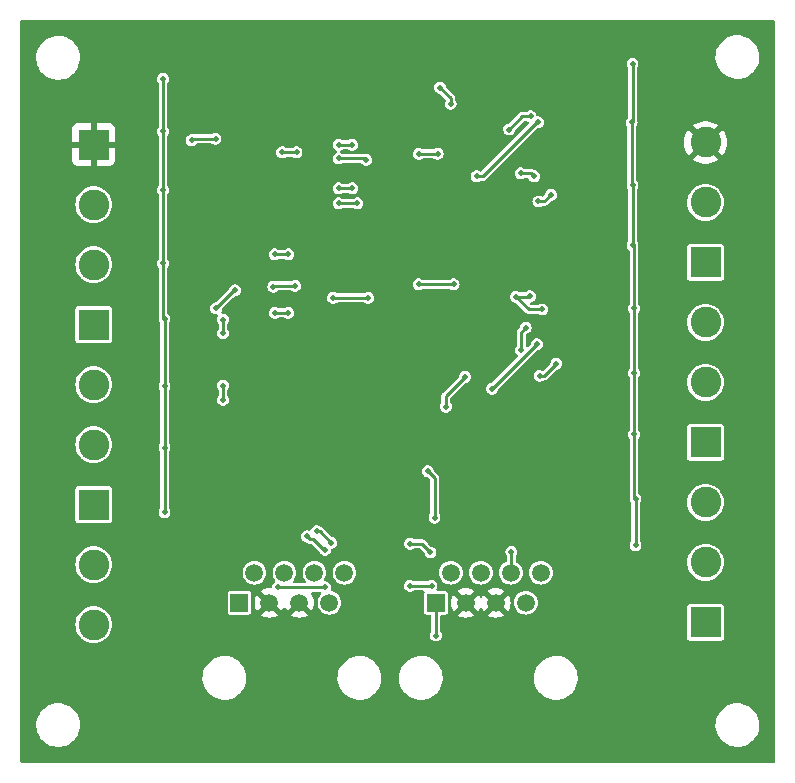
<source format=gbr>
%TF.GenerationSoftware,KiCad,Pcbnew,7.0.7*%
%TF.CreationDate,2023-11-27T22:42:48+01:00*%
%TF.ProjectId,OS-S88n,4f532d53-3838-46e2-9e6b-696361645f70,rev?*%
%TF.SameCoordinates,Original*%
%TF.FileFunction,Copper,L2,Bot*%
%TF.FilePolarity,Positive*%
%FSLAX46Y46*%
G04 Gerber Fmt 4.6, Leading zero omitted, Abs format (unit mm)*
G04 Created by KiCad (PCBNEW 7.0.7) date 2023-11-27 22:42:48*
%MOMM*%
%LPD*%
G01*
G04 APERTURE LIST*
%TA.AperFunction,ComponentPad*%
%ADD10R,2.600000X2.600000*%
%TD*%
%TA.AperFunction,ComponentPad*%
%ADD11C,2.600000*%
%TD*%
%TA.AperFunction,ComponentPad*%
%ADD12R,1.500000X1.500000*%
%TD*%
%TA.AperFunction,ComponentPad*%
%ADD13C,1.500000*%
%TD*%
%TA.AperFunction,ViaPad*%
%ADD14C,0.500000*%
%TD*%
%TA.AperFunction,Conductor*%
%ADD15C,0.250000*%
%TD*%
G04 APERTURE END LIST*
D10*
%TO.P,J101,1,Pin_1*%
%TO.N,/CS1/TRACK*%
X228305000Y-88302776D03*
D11*
%TO.P,J101,2,Pin_2*%
%TO.N,/CS2/TRACK*%
X228305000Y-83222776D03*
%TO.P,J101,3,Pin_3*%
%TO.N,/CS3/TRACK*%
X228305000Y-78142776D03*
%TD*%
D10*
%TO.P,J103,1,Pin_1*%
%TO.N,/CS7/TRACK*%
X228305000Y-57822776D03*
D11*
%TO.P,J103,2,Pin_2*%
%TO.N,/CS8/TRACK*%
X228305000Y-52742776D03*
%TO.P,J103,3,Pin_3*%
%TO.N,GND*%
X228305000Y-47662776D03*
%TD*%
D10*
%TO.P,J104,1,Pin_1*%
%TO.N,GND*%
X176500000Y-47852000D03*
D11*
%TO.P,J104,2,Pin_2*%
%TO.N,/CS9/TRACK*%
X176500000Y-52932000D03*
%TO.P,J104,3,Pin_3*%
%TO.N,/CS10/TRACK*%
X176500000Y-58012000D03*
%TD*%
D10*
%TO.P,J102,1,Pin_1*%
%TO.N,/CS4/TRACK*%
X228305000Y-73062776D03*
D11*
%TO.P,J102,2,Pin_2*%
%TO.N,/CS5/TRACK*%
X228305000Y-67982776D03*
%TO.P,J102,3,Pin_3*%
%TO.N,/CS6/TRACK*%
X228305000Y-62902776D03*
%TD*%
D12*
%TO.P,J2102,1*%
%TO.N,VCC*%
X205477000Y-86650000D03*
D13*
%TO.P,J2102,2*%
%TO.N,/RJ45/DATA_OUT*%
X206747000Y-84110000D03*
%TO.P,J2102,3*%
%TO.N,GND*%
X208017000Y-86650000D03*
%TO.P,J2102,4*%
%TO.N,/RJ45/CLOCK*%
X209287000Y-84110000D03*
%TO.P,J2102,5*%
%TO.N,GND*%
X210557000Y-86650000D03*
%TO.P,J2102,6*%
%TO.N,/RJ45/PL*%
X211827000Y-84110000D03*
%TO.P,J2102,7*%
%TO.N,Net-(J2101-Pad7)*%
X213097000Y-86650000D03*
%TO.P,J2102,8*%
%TO.N,unconnected-(J2102-Pad8)*%
X214367000Y-84110000D03*
%TD*%
D12*
%TO.P,J2101,1*%
%TO.N,VCC*%
X188840000Y-86650000D03*
D13*
%TO.P,J2101,2*%
%TO.N,/RJ45/DATA_IN*%
X190110000Y-84110000D03*
%TO.P,J2101,3*%
%TO.N,GND*%
X191380000Y-86650000D03*
%TO.P,J2101,4*%
%TO.N,/RJ45/CLOCK*%
X192650000Y-84110000D03*
%TO.P,J2101,5*%
%TO.N,GND*%
X193920000Y-86650000D03*
%TO.P,J2101,6*%
%TO.N,/RJ45/PL*%
X195190000Y-84110000D03*
%TO.P,J2101,7*%
%TO.N,Net-(J2101-Pad7)*%
X196460000Y-86650000D03*
%TO.P,J2101,8*%
%TO.N,unconnected-(J2101-Pad8)*%
X197730000Y-84110000D03*
%TD*%
D10*
%TO.P,J106,1,Pin_1*%
%TO.N,/CS14/TRACK*%
X176500000Y-78332000D03*
D11*
%TO.P,J106,2,Pin_2*%
%TO.N,/CS15/TRACK*%
X176500000Y-83412000D03*
%TO.P,J106,3,Pin_3*%
%TO.N,/CS16/TRACK*%
X176500000Y-88492000D03*
%TD*%
D10*
%TO.P,J105,1,Pin_1*%
%TO.N,/CS11/TRACK*%
X176500000Y-63092000D03*
D11*
%TO.P,J105,2,Pin_2*%
%TO.N,/CS12/TRACK*%
X176500000Y-68172000D03*
%TO.P,J105,3,Pin_3*%
%TO.N,/CS13/TRACK*%
X176500000Y-73252000D03*
%TD*%
D14*
%TO.N,GND*%
X211201000Y-54229000D03*
X213741000Y-58928000D03*
X209169000Y-58928000D03*
X207137000Y-65786000D03*
X207137000Y-62103000D03*
X209296000Y-62611000D03*
X208407000Y-60325000D03*
X200025000Y-46482000D03*
X203327000Y-46990000D03*
X202438000Y-50165000D03*
X199898000Y-50800000D03*
X202438000Y-58420000D03*
X200279000Y-58928000D03*
X201930000Y-65151000D03*
X202692000Y-62865000D03*
X200406000Y-62103000D03*
X201930000Y-69723000D03*
X199898000Y-70612000D03*
X190500000Y-75184000D03*
X187452000Y-77724000D03*
X191516000Y-82423000D03*
X192278000Y-79502000D03*
X188214000Y-79629000D03*
X183769000Y-81153000D03*
X183642000Y-89916000D03*
X176911000Y-93472000D03*
X181991000Y-95631000D03*
X188087000Y-97663000D03*
X210566000Y-93599000D03*
X192405000Y-93091000D03*
X196342000Y-97790000D03*
X213106000Y-98171000D03*
X220091000Y-94996000D03*
X223520000Y-89789000D03*
X233045000Y-89789000D03*
X231394000Y-46736000D03*
X231775000Y-54229000D03*
X231902000Y-64008000D03*
X232029000Y-72898000D03*
X231648000Y-81407000D03*
X225425000Y-49530000D03*
X225171000Y-53848000D03*
X224790000Y-57023000D03*
X224917000Y-64008000D03*
X225679000Y-69342000D03*
X224282000Y-79502000D03*
X224282000Y-74676000D03*
X218694000Y-76327000D03*
X221234000Y-76200000D03*
X217170000Y-79629000D03*
X221742000Y-84455000D03*
X219202000Y-82296000D03*
X219075000Y-71120000D03*
X216408000Y-70104000D03*
X217297000Y-68707000D03*
X209169000Y-65278000D03*
X210820000Y-66421000D03*
X213233000Y-69342000D03*
X205232000Y-70866000D03*
X204978000Y-69215000D03*
X206121000Y-73533000D03*
X210439000Y-74041000D03*
X209296000Y-74676000D03*
X206121000Y-76962000D03*
X206121000Y-77978000D03*
X204724000Y-77978000D03*
X204724000Y-76835000D03*
X202946000Y-77851000D03*
X198755000Y-75184000D03*
X199263000Y-77216000D03*
X198120000Y-79121000D03*
X191770000Y-74422000D03*
X194564000Y-66294000D03*
X193294000Y-61087000D03*
X193167000Y-58039000D03*
X193167000Y-55753000D03*
X188341000Y-62611000D03*
X190119000Y-65913000D03*
X188214000Y-64516000D03*
X186690000Y-65278000D03*
X183261000Y-69977000D03*
X184277000Y-64262000D03*
X183388000Y-65151000D03*
X186563000Y-70358000D03*
X184658000Y-75057000D03*
X183261000Y-75946000D03*
X173863000Y-91821000D03*
X179578000Y-88646000D03*
X179070000Y-83820000D03*
X173736000Y-85598000D03*
X179832000Y-78105000D03*
X173101000Y-78359000D03*
X179070000Y-74422000D03*
X173863000Y-73533000D03*
X178816000Y-68834000D03*
X181102000Y-64262000D03*
X178689000Y-64389000D03*
X173609000Y-67183000D03*
X173736000Y-63627000D03*
X176911000Y-43561000D03*
X173609000Y-55499000D03*
X174625000Y-50546000D03*
X180848000Y-51435000D03*
X180340000Y-56388000D03*
X181483000Y-59563000D03*
X183134000Y-58928000D03*
X187071000Y-58928000D03*
X187452000Y-55499000D03*
X186690000Y-53594000D03*
X183007000Y-53213000D03*
X188722000Y-53340000D03*
X186690000Y-52578000D03*
X187198000Y-46101000D03*
X186690000Y-49911000D03*
X183134000Y-48514000D03*
X181229000Y-47879000D03*
X181483000Y-44196000D03*
X186690000Y-44450000D03*
X183134000Y-43561000D03*
X178689000Y-38227000D03*
X198501000Y-38735000D03*
X187071000Y-38354000D03*
X191770000Y-38735000D03*
X202565000Y-39243000D03*
X208661000Y-38989000D03*
X216408000Y-38608000D03*
X221361000Y-38735000D03*
X223266000Y-42418000D03*
X223139000Y-46355000D03*
X223520000Y-44323000D03*
X221361000Y-44196000D03*
X223520000Y-48133000D03*
X222758000Y-50673000D03*
X221234000Y-49149000D03*
X222885000Y-54356000D03*
X221361000Y-54229000D03*
X223139000Y-56388000D03*
X223266000Y-60579000D03*
X221361000Y-60452000D03*
X221234000Y-59436000D03*
X217932000Y-62357000D03*
X217678000Y-59563000D03*
X217805000Y-56769000D03*
X218059000Y-54737000D03*
X217551000Y-53086000D03*
X217424000Y-50673000D03*
X217805000Y-47371000D03*
X217805000Y-44577000D03*
X217424000Y-41275000D03*
X210312000Y-41021000D03*
X213233000Y-42672000D03*
X206629000Y-47244000D03*
X207772000Y-49530000D03*
X211709000Y-51943000D03*
X210185000Y-51816000D03*
X208661000Y-45339000D03*
%TO.N,VCC*%
X205841767Y-43027767D03*
X206718431Y-44412431D03*
X204787500Y-75501500D03*
X205359000Y-79441500D03*
X222377000Y-81788000D03*
X186877500Y-61722000D03*
X188468000Y-60198000D03*
X205486000Y-89416500D03*
X206315143Y-70036858D03*
X207955901Y-67507100D03*
X222377000Y-77851000D03*
X222250000Y-72390000D03*
X222250000Y-67183000D03*
X222250000Y-61722000D03*
X222123000Y-56388000D03*
X222123000Y-51308000D03*
X222056500Y-45974000D03*
X222123000Y-41021000D03*
X186817000Y-47371000D03*
X184785000Y-47498000D03*
X182372000Y-42291000D03*
X182372000Y-46736000D03*
X182372000Y-51689000D03*
X182372000Y-57912000D03*
X182499000Y-62611000D03*
X182499000Y-68326000D03*
X182500000Y-73500000D03*
X182500000Y-79000000D03*
%TO.N,/RJ45/DATA_IN*%
X192075500Y-85344000D03*
X196088000Y-85344000D03*
X203284000Y-85217000D03*
X205105000Y-85217000D03*
%TO.N,/RJ45/DATA_OUT*%
X194564000Y-81026000D03*
X196088000Y-82169000D03*
X203284000Y-81661000D03*
X205019000Y-82382000D03*
%TO.N,Net-(U2001-Q7)*%
X196635431Y-81573431D03*
X195377767Y-80569767D03*
%TO.N,/RJ45/PL*%
X211874733Y-82334733D03*
%TO.N,/RJ45/RESET*%
X204022500Y-48641000D03*
X205621500Y-48641000D03*
X211679500Y-46577000D03*
X213487000Y-45466000D03*
X199583500Y-49149000D03*
X197233500Y-49022000D03*
X206971500Y-59690000D03*
X204022500Y-59690000D03*
X196783500Y-60833000D03*
X199732500Y-60833000D03*
X213426500Y-60706000D03*
X214465795Y-61811796D03*
X212250000Y-60739000D03*
%TO.N,/SR-latch1/Q1*%
X213080767Y-63347767D03*
X212699767Y-65252767D03*
%TO.N,/SR-latch1/Q2*%
X215671233Y-66395767D03*
X214249000Y-67437000D03*
%TO.N,/SR-latch1/Q3*%
X210239109Y-68525892D03*
X214020233Y-64744767D03*
%TO.N,/SR-latch1/Q5*%
X214122000Y-45974000D03*
X208915000Y-50546000D03*
%TO.N,/SR-latch1/Q6*%
X213807500Y-50546000D03*
X212658500Y-50292000D03*
%TO.N,/RJ45/RESET*%
X192465500Y-48514000D03*
X193675000Y-48514000D03*
X191707198Y-59879802D03*
X193548000Y-59817000D03*
%TO.N,/CS16/CMOS*%
X192979500Y-57150000D03*
X191830500Y-57150000D03*
X187452000Y-62671500D03*
X187452000Y-63820500D03*
X187452000Y-69469000D03*
X187452000Y-68259500D03*
%TO.N,/SR-latch2/Q1*%
X197231000Y-47879000D03*
X198382500Y-47879000D03*
%TO.N,/SR-latch2/Q2*%
X197233500Y-52832000D03*
X198832500Y-52832000D03*
%TO.N,/SR-latch2/Q3*%
X197233500Y-51562000D03*
X198382500Y-51562000D03*
%TO.N,/CS15/CMOS*%
X192979500Y-62103000D03*
X191830500Y-62103000D03*
%TO.N,/CS6/CMOS*%
X215226733Y-52108267D03*
X214160267Y-52666733D03*
%TD*%
D15*
%TO.N,VCC*%
X206718431Y-44412431D02*
X206718431Y-43904431D01*
X206718431Y-43904431D02*
X205841767Y-43027767D01*
X205359000Y-76073000D02*
X204787500Y-75501500D01*
X205359000Y-79441500D02*
X205359000Y-76073000D01*
%TO.N,/RJ45/DATA_OUT*%
X204298000Y-81661000D02*
X203284000Y-81661000D01*
X205019000Y-82382000D02*
X204298000Y-81661000D01*
%TO.N,/RJ45/DATA_IN*%
X205105000Y-85217000D02*
X203284000Y-85217000D01*
%TO.N,VCC*%
X222377000Y-77851000D02*
X222377000Y-81788000D01*
X188401500Y-60198000D02*
X186877500Y-61722000D01*
X188468000Y-60198000D02*
X188401500Y-60198000D01*
X205477000Y-89407500D02*
X205486000Y-89416500D01*
X205477000Y-86650000D02*
X205477000Y-89407500D01*
X206315143Y-70036858D02*
X206315143Y-69147858D01*
X206315143Y-69147858D02*
X207955901Y-67507100D01*
X222250000Y-77724000D02*
X222377000Y-77851000D01*
X222250000Y-72390000D02*
X222250000Y-77724000D01*
X222250000Y-67183000D02*
X222250000Y-72390000D01*
X222250000Y-61722000D02*
X222250000Y-67183000D01*
X222250000Y-56515000D02*
X222250000Y-61722000D01*
X222123000Y-56388000D02*
X222250000Y-56515000D01*
X222123000Y-51308000D02*
X222123000Y-56388000D01*
X222056500Y-51241500D02*
X222123000Y-51308000D01*
X222056500Y-45974000D02*
X222056500Y-51241500D01*
X222123000Y-45907500D02*
X222056500Y-45974000D01*
X222123000Y-41021000D02*
X222123000Y-45907500D01*
X184912000Y-47371000D02*
X184785000Y-47498000D01*
X186817000Y-47371000D02*
X184912000Y-47371000D01*
X182372000Y-46736000D02*
X182372000Y-42291000D01*
X182372000Y-51689000D02*
X182372000Y-46736000D01*
X182372000Y-57912000D02*
X182372000Y-51689000D01*
X182372000Y-62484000D02*
X182372000Y-57912000D01*
X182499000Y-62611000D02*
X182372000Y-62484000D01*
X182499000Y-68326000D02*
X182499000Y-62611000D01*
X182500000Y-68327000D02*
X182499000Y-68326000D01*
X182500000Y-73500000D02*
X182500000Y-68327000D01*
X182500000Y-79000000D02*
X182500000Y-73500000D01*
%TO.N,/RJ45/DATA_IN*%
X196088000Y-85344000D02*
X192075500Y-85344000D01*
%TO.N,/RJ45/DATA_OUT*%
X194818000Y-81280000D02*
X194564000Y-81026000D01*
X195072000Y-81280000D02*
X194818000Y-81280000D01*
X196088000Y-82169000D02*
X195961000Y-82169000D01*
X195961000Y-82169000D02*
X195072000Y-81280000D01*
%TO.N,Net-(U2001-Q7)*%
X195377767Y-80569767D02*
X195631767Y-80569767D01*
X195631767Y-80569767D02*
X196635431Y-81573431D01*
%TO.N,/RJ45/PL*%
X211874733Y-84062267D02*
X211827000Y-84110000D01*
X211874733Y-82334733D02*
X211874733Y-84062267D01*
%TO.N,/RJ45/RESET*%
X205621500Y-48641000D02*
X204022500Y-48641000D01*
X212790500Y-45466000D02*
X211679500Y-46577000D01*
X213487000Y-45466000D02*
X212790500Y-45466000D01*
%TO.N,/SR-latch1/Q5*%
X213995000Y-45974000D02*
X209423000Y-50546000D01*
X209423000Y-50546000D02*
X208915000Y-50546000D01*
X214122000Y-45974000D02*
X213995000Y-45974000D01*
%TO.N,/RJ45/RESET*%
X197233500Y-49022000D02*
X199456500Y-49022000D01*
X199456500Y-49022000D02*
X199583500Y-49149000D01*
X206971500Y-59690000D02*
X204022500Y-59690000D01*
X196783500Y-60833000D02*
X199732500Y-60833000D01*
X213393500Y-60739000D02*
X213426500Y-60706000D01*
X212250000Y-60739000D02*
X213393500Y-60739000D01*
X213322796Y-61811796D02*
X214465795Y-61811796D01*
X212250000Y-60739000D02*
X213322796Y-61811796D01*
%TO.N,/SR-latch1/Q1*%
X212699767Y-63728767D02*
X212699767Y-65252767D01*
X213080767Y-63347767D02*
X212699767Y-63728767D01*
%TO.N,/SR-latch1/Q2*%
X214630000Y-67437000D02*
X215671233Y-66395767D01*
X214249000Y-67437000D02*
X214630000Y-67437000D01*
%TO.N,/SR-latch1/Q3*%
X214020233Y-64744767D02*
X210239109Y-68525891D01*
X210239109Y-68525891D02*
X210239109Y-68525892D01*
%TO.N,/SR-latch1/Q6*%
X213553500Y-50292000D02*
X213807500Y-50546000D01*
X212658500Y-50292000D02*
X213553500Y-50292000D01*
%TO.N,/RJ45/RESET*%
X193675000Y-48514000D02*
X192465500Y-48514000D01*
X193548000Y-59817000D02*
X191770000Y-59817000D01*
X191770000Y-59817000D02*
X191707198Y-59879802D01*
%TO.N,/CS16/CMOS*%
X191830500Y-57150000D02*
X192979500Y-57150000D01*
X187452000Y-63820500D02*
X187452000Y-62671500D01*
X187452000Y-69469000D02*
X187452000Y-68259500D01*
%TO.N,/SR-latch2/Q1*%
X198382500Y-47879000D02*
X197231000Y-47879000D01*
%TO.N,/SR-latch2/Q2*%
X198832500Y-52832000D02*
X197233500Y-52832000D01*
%TO.N,/SR-latch2/Q3*%
X198382500Y-51562000D02*
X197233500Y-51562000D01*
%TO.N,/CS15/CMOS*%
X191830500Y-62103000D02*
X192979500Y-62103000D01*
%TO.N,/CS6/CMOS*%
X214668267Y-52666733D02*
X215226733Y-52108267D01*
X214160267Y-52666733D02*
X214668267Y-52666733D01*
%TD*%
%TA.AperFunction,Conductor*%
%TO.N,GND*%
G36*
X234142539Y-37320185D02*
G01*
X234188294Y-37372989D01*
X234199500Y-37424500D01*
X234199500Y-100075500D01*
X234179815Y-100142539D01*
X234127011Y-100188294D01*
X234075500Y-100199500D01*
X170424500Y-100199500D01*
X170357461Y-100179815D01*
X170311706Y-100127011D01*
X170300500Y-100075500D01*
X170300500Y-97067763D01*
X171645787Y-97067763D01*
X171675413Y-97337013D01*
X171675415Y-97337024D01*
X171743926Y-97599082D01*
X171743928Y-97599088D01*
X171849870Y-97848390D01*
X171921998Y-97966575D01*
X171990979Y-98079605D01*
X171990986Y-98079615D01*
X172164253Y-98287819D01*
X172164259Y-98287824D01*
X172365998Y-98468582D01*
X172591910Y-98618044D01*
X172837176Y-98733020D01*
X172837183Y-98733022D01*
X172837185Y-98733023D01*
X173096557Y-98811057D01*
X173096564Y-98811058D01*
X173096569Y-98811060D01*
X173364561Y-98850500D01*
X173364566Y-98850500D01*
X173567636Y-98850500D01*
X173619133Y-98846730D01*
X173770156Y-98835677D01*
X173882758Y-98810593D01*
X174034546Y-98776782D01*
X174034548Y-98776781D01*
X174034553Y-98776780D01*
X174287558Y-98680014D01*
X174523777Y-98547441D01*
X174738177Y-98381888D01*
X174926186Y-98186881D01*
X175083799Y-97966579D01*
X175157787Y-97822669D01*
X175207649Y-97725690D01*
X175207651Y-97725684D01*
X175207656Y-97725675D01*
X175295118Y-97469305D01*
X175344319Y-97202933D01*
X175349259Y-97067763D01*
X229145787Y-97067763D01*
X229175413Y-97337013D01*
X229175415Y-97337024D01*
X229243926Y-97599082D01*
X229243928Y-97599088D01*
X229349870Y-97848390D01*
X229421998Y-97966575D01*
X229490979Y-98079605D01*
X229490986Y-98079615D01*
X229664253Y-98287819D01*
X229664259Y-98287824D01*
X229865998Y-98468582D01*
X230091910Y-98618044D01*
X230337176Y-98733020D01*
X230337183Y-98733022D01*
X230337185Y-98733023D01*
X230596557Y-98811057D01*
X230596564Y-98811058D01*
X230596569Y-98811060D01*
X230864561Y-98850500D01*
X230864566Y-98850500D01*
X231067636Y-98850500D01*
X231119133Y-98846730D01*
X231270156Y-98835677D01*
X231382758Y-98810593D01*
X231534546Y-98776782D01*
X231534548Y-98776781D01*
X231534553Y-98776780D01*
X231787558Y-98680014D01*
X232023777Y-98547441D01*
X232238177Y-98381888D01*
X232426186Y-98186881D01*
X232583799Y-97966579D01*
X232657787Y-97822669D01*
X232707649Y-97725690D01*
X232707651Y-97725684D01*
X232707656Y-97725675D01*
X232795118Y-97469305D01*
X232844319Y-97202933D01*
X232854212Y-96932235D01*
X232824586Y-96662982D01*
X232756072Y-96400912D01*
X232650130Y-96151610D01*
X232509018Y-95920390D01*
X232419747Y-95813119D01*
X232335746Y-95712180D01*
X232335740Y-95712175D01*
X232134002Y-95531418D01*
X231908092Y-95381957D01*
X231908090Y-95381956D01*
X231662824Y-95266980D01*
X231662819Y-95266978D01*
X231662814Y-95266976D01*
X231403442Y-95188942D01*
X231403428Y-95188939D01*
X231287791Y-95171921D01*
X231135439Y-95149500D01*
X230932369Y-95149500D01*
X230932364Y-95149500D01*
X230729844Y-95164323D01*
X230729831Y-95164325D01*
X230465453Y-95223217D01*
X230465446Y-95223220D01*
X230212439Y-95319987D01*
X229976226Y-95452557D01*
X229761822Y-95618112D01*
X229573822Y-95813109D01*
X229573816Y-95813116D01*
X229416202Y-96033419D01*
X229416199Y-96033424D01*
X229292350Y-96274309D01*
X229292343Y-96274327D01*
X229204884Y-96530685D01*
X229204881Y-96530699D01*
X229155681Y-96797068D01*
X229155680Y-96797075D01*
X229145787Y-97067763D01*
X175349259Y-97067763D01*
X175354212Y-96932235D01*
X175324586Y-96662982D01*
X175256072Y-96400912D01*
X175150130Y-96151610D01*
X175009018Y-95920390D01*
X174919747Y-95813119D01*
X174835746Y-95712180D01*
X174835740Y-95712175D01*
X174634002Y-95531418D01*
X174408092Y-95381957D01*
X174408090Y-95381956D01*
X174162824Y-95266980D01*
X174162819Y-95266978D01*
X174162814Y-95266976D01*
X173903442Y-95188942D01*
X173903428Y-95188939D01*
X173787791Y-95171921D01*
X173635439Y-95149500D01*
X173432369Y-95149500D01*
X173432364Y-95149500D01*
X173229844Y-95164323D01*
X173229831Y-95164325D01*
X172965453Y-95223217D01*
X172965446Y-95223220D01*
X172712439Y-95319987D01*
X172476226Y-95452557D01*
X172261822Y-95618112D01*
X172073822Y-95813109D01*
X172073816Y-95813116D01*
X171916202Y-96033419D01*
X171916199Y-96033424D01*
X171792350Y-96274309D01*
X171792343Y-96274327D01*
X171704884Y-96530685D01*
X171704881Y-96530699D01*
X171655681Y-96797068D01*
X171655680Y-96797075D01*
X171645787Y-97067763D01*
X170300500Y-97067763D01*
X170300500Y-93067763D01*
X185715787Y-93067763D01*
X185745413Y-93337013D01*
X185745415Y-93337024D01*
X185813926Y-93599082D01*
X185813928Y-93599088D01*
X185919870Y-93848390D01*
X185991998Y-93966575D01*
X186060979Y-94079605D01*
X186060986Y-94079615D01*
X186234253Y-94287819D01*
X186234259Y-94287824D01*
X186435998Y-94468582D01*
X186661910Y-94618044D01*
X186907176Y-94733020D01*
X186907183Y-94733022D01*
X186907185Y-94733023D01*
X187166557Y-94811057D01*
X187166564Y-94811058D01*
X187166569Y-94811060D01*
X187434561Y-94850500D01*
X187434566Y-94850500D01*
X187637636Y-94850500D01*
X187689133Y-94846730D01*
X187840156Y-94835677D01*
X187952758Y-94810593D01*
X188104546Y-94776782D01*
X188104548Y-94776781D01*
X188104553Y-94776780D01*
X188357558Y-94680014D01*
X188593777Y-94547441D01*
X188808177Y-94381888D01*
X188996186Y-94186881D01*
X189153799Y-93966579D01*
X189227787Y-93822669D01*
X189277649Y-93725690D01*
X189277651Y-93725684D01*
X189277656Y-93725675D01*
X189365118Y-93469305D01*
X189414319Y-93202933D01*
X189419259Y-93067763D01*
X197145787Y-93067763D01*
X197175413Y-93337013D01*
X197175415Y-93337024D01*
X197243926Y-93599082D01*
X197243928Y-93599088D01*
X197349870Y-93848390D01*
X197421998Y-93966575D01*
X197490979Y-94079605D01*
X197490986Y-94079615D01*
X197664253Y-94287819D01*
X197664259Y-94287824D01*
X197865998Y-94468582D01*
X198091910Y-94618044D01*
X198337176Y-94733020D01*
X198337183Y-94733022D01*
X198337185Y-94733023D01*
X198596557Y-94811057D01*
X198596564Y-94811058D01*
X198596569Y-94811060D01*
X198864561Y-94850500D01*
X198864566Y-94850500D01*
X199067636Y-94850500D01*
X199119133Y-94846730D01*
X199270156Y-94835677D01*
X199382758Y-94810593D01*
X199534546Y-94776782D01*
X199534548Y-94776781D01*
X199534553Y-94776780D01*
X199787558Y-94680014D01*
X200023777Y-94547441D01*
X200238177Y-94381888D01*
X200426186Y-94186881D01*
X200583799Y-93966579D01*
X200657787Y-93822669D01*
X200707649Y-93725690D01*
X200707651Y-93725684D01*
X200707656Y-93725675D01*
X200795118Y-93469305D01*
X200844319Y-93202933D01*
X200849259Y-93067763D01*
X202352787Y-93067763D01*
X202382413Y-93337013D01*
X202382415Y-93337024D01*
X202450926Y-93599082D01*
X202450928Y-93599088D01*
X202556870Y-93848390D01*
X202628998Y-93966575D01*
X202697979Y-94079605D01*
X202697986Y-94079615D01*
X202871253Y-94287819D01*
X202871259Y-94287824D01*
X203072998Y-94468582D01*
X203298910Y-94618044D01*
X203544176Y-94733020D01*
X203544183Y-94733022D01*
X203544185Y-94733023D01*
X203803557Y-94811057D01*
X203803564Y-94811058D01*
X203803569Y-94811060D01*
X204071561Y-94850500D01*
X204071566Y-94850500D01*
X204274636Y-94850500D01*
X204326133Y-94846730D01*
X204477156Y-94835677D01*
X204589758Y-94810593D01*
X204741546Y-94776782D01*
X204741548Y-94776781D01*
X204741553Y-94776780D01*
X204994558Y-94680014D01*
X205230777Y-94547441D01*
X205445177Y-94381888D01*
X205633186Y-94186881D01*
X205790799Y-93966579D01*
X205864787Y-93822669D01*
X205914649Y-93725690D01*
X205914651Y-93725684D01*
X205914656Y-93725675D01*
X206002118Y-93469305D01*
X206051319Y-93202933D01*
X206056259Y-93067763D01*
X213782787Y-93067763D01*
X213812413Y-93337013D01*
X213812415Y-93337024D01*
X213880926Y-93599082D01*
X213880928Y-93599088D01*
X213986870Y-93848390D01*
X214058998Y-93966575D01*
X214127979Y-94079605D01*
X214127986Y-94079615D01*
X214301253Y-94287819D01*
X214301259Y-94287824D01*
X214502998Y-94468582D01*
X214728910Y-94618044D01*
X214974176Y-94733020D01*
X214974183Y-94733022D01*
X214974185Y-94733023D01*
X215233557Y-94811057D01*
X215233564Y-94811058D01*
X215233569Y-94811060D01*
X215501561Y-94850500D01*
X215501566Y-94850500D01*
X215704636Y-94850500D01*
X215756133Y-94846730D01*
X215907156Y-94835677D01*
X216019758Y-94810593D01*
X216171546Y-94776782D01*
X216171548Y-94776781D01*
X216171553Y-94776780D01*
X216424558Y-94680014D01*
X216660777Y-94547441D01*
X216875177Y-94381888D01*
X217063186Y-94186881D01*
X217220799Y-93966579D01*
X217294787Y-93822669D01*
X217344649Y-93725690D01*
X217344651Y-93725684D01*
X217344656Y-93725675D01*
X217432118Y-93469305D01*
X217481319Y-93202933D01*
X217491212Y-92932235D01*
X217461586Y-92662982D01*
X217393072Y-92400912D01*
X217287130Y-92151610D01*
X217146018Y-91920390D01*
X217056747Y-91813119D01*
X216972746Y-91712180D01*
X216972740Y-91712175D01*
X216771002Y-91531418D01*
X216545092Y-91381957D01*
X216545090Y-91381956D01*
X216299824Y-91266980D01*
X216299819Y-91266978D01*
X216299814Y-91266976D01*
X216040442Y-91188942D01*
X216040428Y-91188939D01*
X215924791Y-91171921D01*
X215772439Y-91149500D01*
X215569369Y-91149500D01*
X215569364Y-91149500D01*
X215366844Y-91164323D01*
X215366831Y-91164325D01*
X215102453Y-91223217D01*
X215102446Y-91223220D01*
X214849439Y-91319987D01*
X214613226Y-91452557D01*
X214398822Y-91618112D01*
X214210822Y-91813109D01*
X214210816Y-91813116D01*
X214053202Y-92033419D01*
X214053199Y-92033424D01*
X213929350Y-92274309D01*
X213929343Y-92274327D01*
X213841884Y-92530685D01*
X213841881Y-92530699D01*
X213792681Y-92797068D01*
X213792680Y-92797075D01*
X213782787Y-93067763D01*
X206056259Y-93067763D01*
X206061212Y-92932235D01*
X206031586Y-92662982D01*
X205963072Y-92400912D01*
X205857130Y-92151610D01*
X205716018Y-91920390D01*
X205626747Y-91813119D01*
X205542746Y-91712180D01*
X205542740Y-91712175D01*
X205341002Y-91531418D01*
X205115092Y-91381957D01*
X205115090Y-91381956D01*
X204869824Y-91266980D01*
X204869819Y-91266978D01*
X204869814Y-91266976D01*
X204610442Y-91188942D01*
X204610428Y-91188939D01*
X204494791Y-91171921D01*
X204342439Y-91149500D01*
X204139369Y-91149500D01*
X204139364Y-91149500D01*
X203936844Y-91164323D01*
X203936831Y-91164325D01*
X203672453Y-91223217D01*
X203672446Y-91223220D01*
X203419439Y-91319987D01*
X203183226Y-91452557D01*
X202968822Y-91618112D01*
X202780822Y-91813109D01*
X202780816Y-91813116D01*
X202623202Y-92033419D01*
X202623199Y-92033424D01*
X202499350Y-92274309D01*
X202499343Y-92274327D01*
X202411884Y-92530685D01*
X202411881Y-92530699D01*
X202362681Y-92797068D01*
X202362680Y-92797075D01*
X202352787Y-93067763D01*
X200849259Y-93067763D01*
X200854212Y-92932235D01*
X200824586Y-92662982D01*
X200756072Y-92400912D01*
X200650130Y-92151610D01*
X200509018Y-91920390D01*
X200419747Y-91813119D01*
X200335746Y-91712180D01*
X200335740Y-91712175D01*
X200134002Y-91531418D01*
X199908092Y-91381957D01*
X199908090Y-91381956D01*
X199662824Y-91266980D01*
X199662819Y-91266978D01*
X199662814Y-91266976D01*
X199403442Y-91188942D01*
X199403428Y-91188939D01*
X199287791Y-91171921D01*
X199135439Y-91149500D01*
X198932369Y-91149500D01*
X198932364Y-91149500D01*
X198729844Y-91164323D01*
X198729831Y-91164325D01*
X198465453Y-91223217D01*
X198465446Y-91223220D01*
X198212439Y-91319987D01*
X197976226Y-91452557D01*
X197761822Y-91618112D01*
X197573822Y-91813109D01*
X197573816Y-91813116D01*
X197416202Y-92033419D01*
X197416199Y-92033424D01*
X197292350Y-92274309D01*
X197292343Y-92274327D01*
X197204884Y-92530685D01*
X197204881Y-92530699D01*
X197155681Y-92797068D01*
X197155680Y-92797075D01*
X197145787Y-93067763D01*
X189419259Y-93067763D01*
X189424212Y-92932235D01*
X189394586Y-92662982D01*
X189326072Y-92400912D01*
X189220130Y-92151610D01*
X189079018Y-91920390D01*
X188989747Y-91813119D01*
X188905746Y-91712180D01*
X188905740Y-91712175D01*
X188704002Y-91531418D01*
X188478092Y-91381957D01*
X188478090Y-91381956D01*
X188232824Y-91266980D01*
X188232819Y-91266978D01*
X188232814Y-91266976D01*
X187973442Y-91188942D01*
X187973428Y-91188939D01*
X187857791Y-91171921D01*
X187705439Y-91149500D01*
X187502369Y-91149500D01*
X187502364Y-91149500D01*
X187299844Y-91164323D01*
X187299831Y-91164325D01*
X187035453Y-91223217D01*
X187035446Y-91223220D01*
X186782439Y-91319987D01*
X186546226Y-91452557D01*
X186331822Y-91618112D01*
X186143822Y-91813109D01*
X186143816Y-91813116D01*
X185986202Y-92033419D01*
X185986199Y-92033424D01*
X185862350Y-92274309D01*
X185862343Y-92274327D01*
X185774884Y-92530685D01*
X185774881Y-92530699D01*
X185725681Y-92797068D01*
X185725680Y-92797075D01*
X185715787Y-93067763D01*
X170300500Y-93067763D01*
X170300500Y-88492000D01*
X174944706Y-88492000D01*
X174963853Y-88735297D01*
X175020830Y-88972619D01*
X175114222Y-89198089D01*
X175241737Y-89406173D01*
X175241738Y-89406176D01*
X175241741Y-89406179D01*
X175400241Y-89591759D01*
X175527578Y-89700515D01*
X175585823Y-89750261D01*
X175585826Y-89750262D01*
X175793910Y-89877777D01*
X176019381Y-89971169D01*
X176019378Y-89971169D01*
X176019384Y-89971170D01*
X176019388Y-89971172D01*
X176256698Y-90028146D01*
X176500000Y-90047294D01*
X176743302Y-90028146D01*
X176980612Y-89971172D01*
X177206089Y-89877777D01*
X177414179Y-89750259D01*
X177599759Y-89591759D01*
X177758259Y-89406179D01*
X177885777Y-89198089D01*
X177979172Y-88972612D01*
X178036146Y-88735302D01*
X178055294Y-88492000D01*
X178036146Y-88248698D01*
X177979172Y-88011388D01*
X177927115Y-87885710D01*
X177885777Y-87785910D01*
X177759962Y-87580600D01*
X177758261Y-87577825D01*
X177758261Y-87577823D01*
X177689863Y-87497740D01*
X177627461Y-87424676D01*
X187839499Y-87424676D01*
X187839500Y-87424678D01*
X187854032Y-87497735D01*
X187854033Y-87497739D01*
X187854034Y-87497740D01*
X187909399Y-87580601D01*
X187992259Y-87635965D01*
X187992260Y-87635966D01*
X187992264Y-87635967D01*
X188065321Y-87650499D01*
X188065324Y-87650500D01*
X188065326Y-87650500D01*
X189614676Y-87650500D01*
X189614677Y-87650499D01*
X189687740Y-87635966D01*
X189770601Y-87580601D01*
X189825966Y-87497740D01*
X189840500Y-87424674D01*
X189840500Y-86650000D01*
X190125224Y-86650000D01*
X190144287Y-86867884D01*
X190144289Y-86867894D01*
X190200894Y-87079150D01*
X190200898Y-87079159D01*
X190293335Y-87277391D01*
X190336873Y-87339571D01*
X190336874Y-87339572D01*
X190857772Y-86818673D01*
X190919095Y-86785188D01*
X190988786Y-86790172D01*
X191044720Y-86832043D01*
X191049261Y-86838532D01*
X191092714Y-86905040D01*
X191096559Y-86910925D01*
X191182867Y-86978102D01*
X191197224Y-86989276D01*
X191238037Y-87045986D01*
X191241711Y-87115759D01*
X191208742Y-87174810D01*
X190690426Y-87693124D01*
X190752611Y-87736666D01*
X190752613Y-87736667D01*
X190950840Y-87829101D01*
X190950849Y-87829105D01*
X191162105Y-87885710D01*
X191162115Y-87885712D01*
X191379999Y-87904775D01*
X191380001Y-87904775D01*
X191597884Y-87885712D01*
X191597894Y-87885710D01*
X191809150Y-87829105D01*
X191809159Y-87829101D01*
X192007387Y-87736666D01*
X192069572Y-87693124D01*
X191548538Y-87172091D01*
X191515053Y-87110768D01*
X191520037Y-87041077D01*
X191561908Y-86985143D01*
X191577186Y-86975364D01*
X191616628Y-86954020D01*
X191702522Y-86860714D01*
X191703322Y-86858889D01*
X191705084Y-86856793D01*
X191708143Y-86852111D01*
X191708708Y-86852480D01*
X191748272Y-86805401D01*
X191815006Y-86784705D01*
X191882336Y-86803374D01*
X191904562Y-86821010D01*
X192423124Y-87339572D01*
X192466666Y-87277387D01*
X192537618Y-87125232D01*
X192583790Y-87072793D01*
X192650984Y-87053641D01*
X192717865Y-87073857D01*
X192762382Y-87125232D01*
X192833335Y-87277391D01*
X192876873Y-87339571D01*
X192876874Y-87339572D01*
X193397772Y-86818673D01*
X193459095Y-86785188D01*
X193528786Y-86790172D01*
X193584720Y-86832043D01*
X193589261Y-86838532D01*
X193632714Y-86905040D01*
X193636559Y-86910925D01*
X193722867Y-86978102D01*
X193737224Y-86989276D01*
X193778037Y-87045986D01*
X193781711Y-87115759D01*
X193748742Y-87174810D01*
X193230426Y-87693124D01*
X193292611Y-87736666D01*
X193292613Y-87736667D01*
X193490840Y-87829101D01*
X193490849Y-87829105D01*
X193702105Y-87885710D01*
X193702115Y-87885712D01*
X193919999Y-87904775D01*
X193920001Y-87904775D01*
X194137884Y-87885712D01*
X194137894Y-87885710D01*
X194349150Y-87829105D01*
X194349159Y-87829101D01*
X194547387Y-87736666D01*
X194609572Y-87693124D01*
X194088538Y-87172091D01*
X194055053Y-87110768D01*
X194060037Y-87041077D01*
X194101908Y-86985143D01*
X194117186Y-86975364D01*
X194156628Y-86954020D01*
X194242522Y-86860714D01*
X194243322Y-86858889D01*
X194245084Y-86856793D01*
X194248143Y-86852111D01*
X194248708Y-86852480D01*
X194288272Y-86805401D01*
X194355006Y-86784705D01*
X194422336Y-86803374D01*
X194444562Y-86821010D01*
X194963124Y-87339572D01*
X195006666Y-87277387D01*
X195099101Y-87079159D01*
X195099105Y-87079150D01*
X195155710Y-86867894D01*
X195155712Y-86867884D01*
X195174775Y-86650000D01*
X195174775Y-86649999D01*
X195155712Y-86432115D01*
X195155710Y-86432105D01*
X195099105Y-86220849D01*
X195099101Y-86220840D01*
X195006666Y-86022612D01*
X195006664Y-86022608D01*
X194931052Y-85914623D01*
X194908725Y-85848417D01*
X194925735Y-85780650D01*
X194976683Y-85732837D01*
X195032627Y-85719500D01*
X195670164Y-85719500D01*
X195737203Y-85739185D01*
X195782958Y-85791989D01*
X195792902Y-85861147D01*
X195763877Y-85924703D01*
X195750754Y-85937478D01*
X195749118Y-85939114D01*
X195624090Y-86091460D01*
X195624086Y-86091467D01*
X195531188Y-86265266D01*
X195473975Y-86453870D01*
X195454659Y-86650000D01*
X195473975Y-86846129D01*
X195473976Y-86846132D01*
X195517260Y-86988821D01*
X195531188Y-87034733D01*
X195624086Y-87208532D01*
X195624090Y-87208539D01*
X195749116Y-87360883D01*
X195901460Y-87485909D01*
X195901467Y-87485913D01*
X196075266Y-87578811D01*
X196075269Y-87578811D01*
X196075273Y-87578814D01*
X196263868Y-87636024D01*
X196460000Y-87655341D01*
X196656132Y-87636024D01*
X196844727Y-87578814D01*
X196846576Y-87577826D01*
X196931632Y-87532362D01*
X197018538Y-87485910D01*
X197170883Y-87360883D01*
X197295910Y-87208538D01*
X197388814Y-87034727D01*
X197446024Y-86846132D01*
X197465341Y-86650000D01*
X197446024Y-86453868D01*
X197388814Y-86265273D01*
X197388811Y-86265269D01*
X197388811Y-86265266D01*
X197295913Y-86091467D01*
X197295909Y-86091460D01*
X197170883Y-85939116D01*
X197018539Y-85814090D01*
X197018532Y-85814086D01*
X196844733Y-85721188D01*
X196844727Y-85721186D01*
X196656132Y-85663976D01*
X196656129Y-85663975D01*
X196650302Y-85662208D01*
X196650918Y-85660174D01*
X196597533Y-85632237D01*
X196562970Y-85571516D01*
X196566721Y-85501747D01*
X196570853Y-85491517D01*
X196573165Y-85486457D01*
X196593647Y-85344000D01*
X196575387Y-85216999D01*
X202778353Y-85216999D01*
X202798834Y-85359456D01*
X202815623Y-85396217D01*
X202858623Y-85490373D01*
X202952872Y-85599143D01*
X203073947Y-85676953D01*
X203073950Y-85676954D01*
X203073949Y-85676954D01*
X203212036Y-85717499D01*
X203212038Y-85717500D01*
X203212039Y-85717500D01*
X203355962Y-85717500D01*
X203355962Y-85717499D01*
X203494053Y-85676953D01*
X203594834Y-85612184D01*
X203661874Y-85592500D01*
X204399203Y-85592500D01*
X204466242Y-85612185D01*
X204511997Y-85664989D01*
X204521941Y-85734147D01*
X204502306Y-85785389D01*
X204491035Y-85802257D01*
X204491032Y-85802264D01*
X204476500Y-85875321D01*
X204476500Y-87424678D01*
X204491032Y-87497735D01*
X204491033Y-87497739D01*
X204491034Y-87497740D01*
X204546399Y-87580601D01*
X204629260Y-87635965D01*
X204629260Y-87635966D01*
X204629264Y-87635967D01*
X204702321Y-87650499D01*
X204702324Y-87650500D01*
X204702326Y-87650500D01*
X204977500Y-87650500D01*
X205044539Y-87670185D01*
X205090294Y-87722989D01*
X205101500Y-87774500D01*
X205101500Y-89049702D01*
X205081815Y-89116741D01*
X205071214Y-89130903D01*
X205060625Y-89143122D01*
X205060622Y-89143128D01*
X205000834Y-89274043D01*
X204980353Y-89416499D01*
X205000834Y-89558956D01*
X205015815Y-89591759D01*
X205060623Y-89689873D01*
X205154872Y-89798643D01*
X205275947Y-89876453D01*
X205275950Y-89876454D01*
X205275949Y-89876454D01*
X205414036Y-89916999D01*
X205414038Y-89917000D01*
X205414039Y-89917000D01*
X205557962Y-89917000D01*
X205557962Y-89916999D01*
X205696053Y-89876453D01*
X205817128Y-89798643D01*
X205911377Y-89689873D01*
X205939883Y-89627454D01*
X226754500Y-89627454D01*
X226769032Y-89700511D01*
X226769033Y-89700515D01*
X226769034Y-89700516D01*
X226824399Y-89783377D01*
X226907259Y-89838742D01*
X226907260Y-89838742D01*
X226907264Y-89838743D01*
X226980321Y-89853275D01*
X226980324Y-89853276D01*
X226980326Y-89853276D01*
X229629676Y-89853276D01*
X229629677Y-89853275D01*
X229702740Y-89838742D01*
X229785601Y-89783377D01*
X229840966Y-89700516D01*
X229855500Y-89627450D01*
X229855500Y-86978102D01*
X229855500Y-86978099D01*
X229855499Y-86978097D01*
X229840967Y-86905040D01*
X229840966Y-86905036D01*
X229840966Y-86905035D01*
X229785601Y-86822175D01*
X229702740Y-86766810D01*
X229702739Y-86766809D01*
X229702735Y-86766808D01*
X229629677Y-86752276D01*
X229629674Y-86752276D01*
X226980326Y-86752276D01*
X226980323Y-86752276D01*
X226907264Y-86766808D01*
X226907260Y-86766809D01*
X226824399Y-86822175D01*
X226769033Y-86905036D01*
X226769032Y-86905040D01*
X226754500Y-86978097D01*
X226754500Y-89627454D01*
X205939883Y-89627454D01*
X205971165Y-89558957D01*
X205991647Y-89416500D01*
X205971165Y-89274043D01*
X205911377Y-89143127D01*
X205882785Y-89110129D01*
X205853762Y-89046573D01*
X205852500Y-89028928D01*
X205852500Y-87774500D01*
X205872185Y-87707461D01*
X205924989Y-87661706D01*
X205976500Y-87650500D01*
X206251676Y-87650500D01*
X206251677Y-87650499D01*
X206324740Y-87635966D01*
X206407601Y-87580601D01*
X206462966Y-87497740D01*
X206477500Y-87424674D01*
X206477500Y-86650000D01*
X206762224Y-86650000D01*
X206781287Y-86867884D01*
X206781289Y-86867894D01*
X206837894Y-87079150D01*
X206837898Y-87079159D01*
X206930335Y-87277391D01*
X206973873Y-87339571D01*
X206973874Y-87339572D01*
X207494772Y-86818673D01*
X207556095Y-86785188D01*
X207625786Y-86790172D01*
X207681720Y-86832043D01*
X207686261Y-86838532D01*
X207729714Y-86905040D01*
X207733559Y-86910925D01*
X207819867Y-86978102D01*
X207834224Y-86989276D01*
X207875037Y-87045986D01*
X207878711Y-87115759D01*
X207845742Y-87174810D01*
X207327426Y-87693124D01*
X207389611Y-87736666D01*
X207389613Y-87736667D01*
X207587840Y-87829101D01*
X207587849Y-87829105D01*
X207799105Y-87885710D01*
X207799115Y-87885712D01*
X208016999Y-87904775D01*
X208017001Y-87904775D01*
X208234884Y-87885712D01*
X208234894Y-87885710D01*
X208446150Y-87829105D01*
X208446159Y-87829101D01*
X208644387Y-87736666D01*
X208706572Y-87693124D01*
X208185538Y-87172091D01*
X208152053Y-87110768D01*
X208157037Y-87041077D01*
X208198908Y-86985143D01*
X208214186Y-86975364D01*
X208253628Y-86954020D01*
X208339522Y-86860714D01*
X208340322Y-86858889D01*
X208342084Y-86856793D01*
X208345143Y-86852111D01*
X208345708Y-86852480D01*
X208385272Y-86805401D01*
X208452006Y-86784705D01*
X208519336Y-86803374D01*
X208541562Y-86821010D01*
X209060124Y-87339572D01*
X209103666Y-87277387D01*
X209174618Y-87125232D01*
X209220790Y-87072793D01*
X209287984Y-87053641D01*
X209354865Y-87073857D01*
X209399382Y-87125232D01*
X209470335Y-87277391D01*
X209513873Y-87339571D01*
X209513874Y-87339572D01*
X210034772Y-86818673D01*
X210096095Y-86785188D01*
X210165786Y-86790172D01*
X210221720Y-86832043D01*
X210226261Y-86838532D01*
X210269714Y-86905040D01*
X210273559Y-86910925D01*
X210359867Y-86978102D01*
X210374224Y-86989276D01*
X210415037Y-87045986D01*
X210418711Y-87115759D01*
X210385742Y-87174810D01*
X209867426Y-87693124D01*
X209929611Y-87736666D01*
X209929613Y-87736667D01*
X210127840Y-87829101D01*
X210127849Y-87829105D01*
X210339105Y-87885710D01*
X210339115Y-87885712D01*
X210556999Y-87904775D01*
X210557001Y-87904775D01*
X210774884Y-87885712D01*
X210774894Y-87885710D01*
X210986150Y-87829105D01*
X210986159Y-87829101D01*
X211184387Y-87736666D01*
X211246572Y-87693124D01*
X210725538Y-87172091D01*
X210692053Y-87110768D01*
X210697037Y-87041077D01*
X210738908Y-86985143D01*
X210754186Y-86975364D01*
X210793628Y-86954020D01*
X210879522Y-86860714D01*
X210880322Y-86858889D01*
X210882084Y-86856793D01*
X210885143Y-86852111D01*
X210885708Y-86852480D01*
X210925272Y-86805401D01*
X210992006Y-86784705D01*
X211059336Y-86803374D01*
X211081562Y-86821010D01*
X211600124Y-87339572D01*
X211643666Y-87277387D01*
X211736101Y-87079159D01*
X211736105Y-87079150D01*
X211792710Y-86867894D01*
X211792712Y-86867884D01*
X211811775Y-86650000D01*
X211811775Y-86649999D01*
X212091659Y-86649999D01*
X212110975Y-86846129D01*
X212110976Y-86846132D01*
X212154260Y-86988821D01*
X212168188Y-87034733D01*
X212261086Y-87208532D01*
X212261090Y-87208539D01*
X212386116Y-87360883D01*
X212538460Y-87485909D01*
X212538467Y-87485913D01*
X212712266Y-87578811D01*
X212712269Y-87578811D01*
X212712273Y-87578814D01*
X212900868Y-87636024D01*
X213097000Y-87655341D01*
X213293132Y-87636024D01*
X213481727Y-87578814D01*
X213483576Y-87577826D01*
X213568632Y-87532361D01*
X213655538Y-87485910D01*
X213807883Y-87360883D01*
X213932910Y-87208538D01*
X214025814Y-87034727D01*
X214083024Y-86846132D01*
X214102341Y-86650000D01*
X214083024Y-86453868D01*
X214025814Y-86265273D01*
X214025811Y-86265269D01*
X214025811Y-86265266D01*
X213932913Y-86091467D01*
X213932909Y-86091460D01*
X213807883Y-85939116D01*
X213655539Y-85814090D01*
X213655532Y-85814086D01*
X213481733Y-85721188D01*
X213481727Y-85721186D01*
X213355996Y-85683046D01*
X213293129Y-85663975D01*
X213097000Y-85644659D01*
X212900870Y-85663975D01*
X212712266Y-85721188D01*
X212538467Y-85814086D01*
X212538460Y-85814090D01*
X212386116Y-85939116D01*
X212261090Y-86091460D01*
X212261086Y-86091467D01*
X212168188Y-86265266D01*
X212110975Y-86453870D01*
X212091659Y-86649999D01*
X211811775Y-86649999D01*
X211792712Y-86432115D01*
X211792710Y-86432105D01*
X211736105Y-86220849D01*
X211736101Y-86220840D01*
X211643668Y-86022615D01*
X211600123Y-85960427D01*
X211079226Y-86481325D01*
X211017903Y-86514810D01*
X210948211Y-86509826D01*
X210892278Y-86467954D01*
X210887737Y-86461466D01*
X210840443Y-86389078D01*
X210840440Y-86389074D01*
X210739775Y-86310723D01*
X210698962Y-86254013D01*
X210695289Y-86184239D01*
X210728257Y-86125189D01*
X211246572Y-85606874D01*
X211246571Y-85606873D01*
X211184391Y-85563335D01*
X210986159Y-85470898D01*
X210986150Y-85470894D01*
X210774894Y-85414289D01*
X210774884Y-85414287D01*
X210557001Y-85395225D01*
X210556999Y-85395225D01*
X210339115Y-85414287D01*
X210339105Y-85414289D01*
X210127849Y-85470894D01*
X210127840Y-85470898D01*
X209929614Y-85563332D01*
X209929612Y-85563333D01*
X209867428Y-85606875D01*
X209867427Y-85606875D01*
X210388461Y-86127908D01*
X210421946Y-86189231D01*
X210416962Y-86258922D01*
X210375091Y-86314856D01*
X210359799Y-86324643D01*
X210320372Y-86345979D01*
X210320371Y-86345980D01*
X210234475Y-86439288D01*
X210234474Y-86439290D01*
X210233668Y-86441129D01*
X210231898Y-86443234D01*
X210228857Y-86447889D01*
X210228294Y-86447521D01*
X210188707Y-86494610D01*
X210121969Y-86515294D01*
X210054643Y-86496613D01*
X210032436Y-86478989D01*
X209513875Y-85960427D01*
X209513875Y-85960428D01*
X209470333Y-86022612D01*
X209470332Y-86022614D01*
X209399382Y-86174767D01*
X209353209Y-86227206D01*
X209286016Y-86246358D01*
X209219135Y-86226142D01*
X209174618Y-86174767D01*
X209103668Y-86022615D01*
X209060123Y-85960427D01*
X208539226Y-86481325D01*
X208477903Y-86514810D01*
X208408211Y-86509826D01*
X208352278Y-86467954D01*
X208347737Y-86461466D01*
X208300443Y-86389078D01*
X208300440Y-86389074D01*
X208199775Y-86310723D01*
X208158962Y-86254013D01*
X208155289Y-86184239D01*
X208188257Y-86125189D01*
X208706572Y-85606874D01*
X208706571Y-85606873D01*
X208644391Y-85563335D01*
X208446159Y-85470898D01*
X208446150Y-85470894D01*
X208234894Y-85414289D01*
X208234884Y-85414287D01*
X208017001Y-85395225D01*
X208016999Y-85395225D01*
X207799115Y-85414287D01*
X207799105Y-85414289D01*
X207587849Y-85470894D01*
X207587840Y-85470898D01*
X207389614Y-85563332D01*
X207389612Y-85563333D01*
X207327428Y-85606875D01*
X207327427Y-85606875D01*
X207848461Y-86127908D01*
X207881946Y-86189231D01*
X207876962Y-86258922D01*
X207835091Y-86314856D01*
X207819799Y-86324643D01*
X207780372Y-86345979D01*
X207780371Y-86345980D01*
X207694475Y-86439288D01*
X207694474Y-86439290D01*
X207693668Y-86441129D01*
X207691898Y-86443234D01*
X207688857Y-86447889D01*
X207688294Y-86447521D01*
X207648707Y-86494610D01*
X207581969Y-86515294D01*
X207514643Y-86496613D01*
X207492436Y-86478989D01*
X206973875Y-85960427D01*
X206973875Y-85960428D01*
X206930333Y-86022612D01*
X206930332Y-86022614D01*
X206837898Y-86220840D01*
X206837894Y-86220849D01*
X206781289Y-86432105D01*
X206781287Y-86432115D01*
X206762224Y-86649999D01*
X206762224Y-86650000D01*
X206477500Y-86650000D01*
X206477500Y-85875326D01*
X206465319Y-85814090D01*
X206462967Y-85802264D01*
X206462966Y-85802260D01*
X206420821Y-85739185D01*
X206407601Y-85719399D01*
X206352235Y-85682405D01*
X206324739Y-85664033D01*
X206324735Y-85664032D01*
X206251677Y-85649500D01*
X206251674Y-85649500D01*
X205650654Y-85649500D01*
X205583615Y-85629815D01*
X205537860Y-85577011D01*
X205527916Y-85507853D01*
X205537860Y-85473988D01*
X205565125Y-85414287D01*
X205590165Y-85359457D01*
X205610647Y-85217000D01*
X205590165Y-85074543D01*
X205530377Y-84943627D01*
X205436128Y-84834857D01*
X205315053Y-84757047D01*
X205315051Y-84757046D01*
X205315049Y-84757045D01*
X205315050Y-84757045D01*
X205176963Y-84716500D01*
X205176961Y-84716500D01*
X205033039Y-84716500D01*
X205033036Y-84716500D01*
X204894949Y-84757045D01*
X204894948Y-84757046D01*
X204794166Y-84821815D01*
X204727126Y-84841500D01*
X203661874Y-84841500D01*
X203594835Y-84821815D01*
X203594834Y-84821815D01*
X203542024Y-84787876D01*
X203494053Y-84757047D01*
X203494052Y-84757046D01*
X203494051Y-84757046D01*
X203494050Y-84757045D01*
X203355963Y-84716500D01*
X203355961Y-84716500D01*
X203212039Y-84716500D01*
X203212036Y-84716500D01*
X203073949Y-84757045D01*
X202952873Y-84834856D01*
X202858623Y-84943626D01*
X202858622Y-84943628D01*
X202798834Y-85074543D01*
X202778353Y-85216999D01*
X196575387Y-85216999D01*
X196573165Y-85201543D01*
X196513377Y-85070627D01*
X196419128Y-84961857D01*
X196298053Y-84884047D01*
X196298051Y-84884046D01*
X196298049Y-84884045D01*
X196298050Y-84884045D01*
X196159963Y-84843500D01*
X196159961Y-84843500D01*
X196139273Y-84843500D01*
X196072234Y-84823815D01*
X196026479Y-84771011D01*
X196016535Y-84701853D01*
X196029915Y-84661047D01*
X196118811Y-84494733D01*
X196118811Y-84494732D01*
X196118814Y-84494727D01*
X196176024Y-84306132D01*
X196195341Y-84110000D01*
X196724659Y-84110000D01*
X196743975Y-84306129D01*
X196748952Y-84322535D01*
X196797033Y-84481038D01*
X196801188Y-84494733D01*
X196894086Y-84668532D01*
X196894090Y-84668539D01*
X197019116Y-84820883D01*
X197171460Y-84945909D01*
X197171467Y-84945913D01*
X197345266Y-85038811D01*
X197345269Y-85038811D01*
X197345273Y-85038814D01*
X197533868Y-85096024D01*
X197730000Y-85115341D01*
X197926132Y-85096024D01*
X198114727Y-85038814D01*
X198288538Y-84945910D01*
X198440883Y-84820883D01*
X198565910Y-84668538D01*
X198658814Y-84494727D01*
X198716024Y-84306132D01*
X198735341Y-84110000D01*
X198735341Y-84109999D01*
X205741659Y-84109999D01*
X205760975Y-84306129D01*
X205765952Y-84322535D01*
X205814033Y-84481038D01*
X205818188Y-84494733D01*
X205911086Y-84668532D01*
X205911090Y-84668539D01*
X206036116Y-84820883D01*
X206188460Y-84945909D01*
X206188467Y-84945913D01*
X206362266Y-85038811D01*
X206362269Y-85038811D01*
X206362273Y-85038814D01*
X206550868Y-85096024D01*
X206747000Y-85115341D01*
X206943132Y-85096024D01*
X207131727Y-85038814D01*
X207305538Y-84945910D01*
X207457883Y-84820883D01*
X207582910Y-84668538D01*
X207675814Y-84494727D01*
X207733024Y-84306132D01*
X207752341Y-84110000D01*
X207752341Y-84109999D01*
X208281659Y-84109999D01*
X208300975Y-84306129D01*
X208305952Y-84322535D01*
X208354033Y-84481038D01*
X208358188Y-84494733D01*
X208451086Y-84668532D01*
X208451090Y-84668539D01*
X208576116Y-84820883D01*
X208728460Y-84945909D01*
X208728467Y-84945913D01*
X208902266Y-85038811D01*
X208902269Y-85038811D01*
X208902273Y-85038814D01*
X209090868Y-85096024D01*
X209287000Y-85115341D01*
X209483132Y-85096024D01*
X209671727Y-85038814D01*
X209845538Y-84945910D01*
X209997883Y-84820883D01*
X210122910Y-84668538D01*
X210215814Y-84494727D01*
X210273024Y-84306132D01*
X210292341Y-84110000D01*
X210292341Y-84109999D01*
X210821659Y-84109999D01*
X210840975Y-84306129D01*
X210845952Y-84322535D01*
X210894033Y-84481038D01*
X210898188Y-84494733D01*
X210991086Y-84668532D01*
X210991090Y-84668539D01*
X211116116Y-84820883D01*
X211268460Y-84945909D01*
X211268467Y-84945913D01*
X211442266Y-85038811D01*
X211442269Y-85038811D01*
X211442273Y-85038814D01*
X211630868Y-85096024D01*
X211827000Y-85115341D01*
X212023132Y-85096024D01*
X212211727Y-85038814D01*
X212385538Y-84945910D01*
X212537883Y-84820883D01*
X212662910Y-84668538D01*
X212755814Y-84494727D01*
X212813024Y-84306132D01*
X212832341Y-84110000D01*
X212832341Y-84109999D01*
X213361659Y-84109999D01*
X213380975Y-84306129D01*
X213385952Y-84322535D01*
X213434033Y-84481038D01*
X213438188Y-84494733D01*
X213531086Y-84668532D01*
X213531090Y-84668539D01*
X213656116Y-84820883D01*
X213808460Y-84945909D01*
X213808467Y-84945913D01*
X213982266Y-85038811D01*
X213982269Y-85038811D01*
X213982273Y-85038814D01*
X214170868Y-85096024D01*
X214367000Y-85115341D01*
X214563132Y-85096024D01*
X214751727Y-85038814D01*
X214925538Y-84945910D01*
X215077883Y-84820883D01*
X215202910Y-84668538D01*
X215295814Y-84494727D01*
X215353024Y-84306132D01*
X215372341Y-84110000D01*
X215353024Y-83913868D01*
X215295814Y-83725273D01*
X215295811Y-83725269D01*
X215295811Y-83725266D01*
X215202913Y-83551467D01*
X215202909Y-83551460D01*
X215077883Y-83399116D01*
X214925539Y-83274090D01*
X214925532Y-83274086D01*
X214829536Y-83222775D01*
X226749706Y-83222775D01*
X226768853Y-83466073D01*
X226768853Y-83466076D01*
X226768854Y-83466078D01*
X226814283Y-83655302D01*
X226825830Y-83703395D01*
X226919222Y-83928865D01*
X227046737Y-84136949D01*
X227046738Y-84136952D01*
X227046741Y-84136955D01*
X227205241Y-84322535D01*
X227348897Y-84445229D01*
X227390823Y-84481037D01*
X227390826Y-84481038D01*
X227598910Y-84608553D01*
X227824381Y-84701945D01*
X227824378Y-84701945D01*
X227824384Y-84701946D01*
X227824388Y-84701948D01*
X228061698Y-84758922D01*
X228305000Y-84778070D01*
X228548302Y-84758922D01*
X228785612Y-84701948D01*
X229011089Y-84608553D01*
X229219179Y-84481035D01*
X229404759Y-84322535D01*
X229563259Y-84136955D01*
X229690777Y-83928865D01*
X229784172Y-83703388D01*
X229841146Y-83466078D01*
X229860294Y-83222776D01*
X229841146Y-82979474D01*
X229784172Y-82742164D01*
X229769156Y-82705911D01*
X229690777Y-82516686D01*
X229563262Y-82308602D01*
X229563261Y-82308599D01*
X229504281Y-82239543D01*
X229404759Y-82123017D01*
X229260556Y-81999856D01*
X229219176Y-81964514D01*
X229219173Y-81964513D01*
X229011089Y-81836998D01*
X228785618Y-81743606D01*
X228785621Y-81743606D01*
X228569915Y-81691819D01*
X228548302Y-81686630D01*
X228548300Y-81686629D01*
X228548297Y-81686629D01*
X228305000Y-81667482D01*
X228061702Y-81686629D01*
X227824380Y-81743606D01*
X227598910Y-81836998D01*
X227390826Y-81964513D01*
X227390823Y-81964514D01*
X227205241Y-82123017D01*
X227046738Y-82308599D01*
X227046737Y-82308602D01*
X226919222Y-82516686D01*
X226825830Y-82742156D01*
X226768853Y-82979478D01*
X226749706Y-83222775D01*
X214829536Y-83222775D01*
X214751733Y-83181188D01*
X214751727Y-83181186D01*
X214625997Y-83143046D01*
X214563129Y-83123975D01*
X214367000Y-83104659D01*
X214170870Y-83123975D01*
X213982266Y-83181188D01*
X213808467Y-83274086D01*
X213808460Y-83274090D01*
X213656116Y-83399116D01*
X213531090Y-83551460D01*
X213531086Y-83551467D01*
X213438188Y-83725266D01*
X213380975Y-83913870D01*
X213361659Y-84109999D01*
X212832341Y-84109999D01*
X212813024Y-83913868D01*
X212755814Y-83725273D01*
X212755811Y-83725269D01*
X212755811Y-83725266D01*
X212662913Y-83551467D01*
X212662909Y-83551460D01*
X212537883Y-83399116D01*
X212385539Y-83274090D01*
X212315778Y-83236801D01*
X212265934Y-83187838D01*
X212250233Y-83127444D01*
X212250233Y-82711916D01*
X212269918Y-82644877D01*
X212280516Y-82630718D01*
X212300110Y-82608106D01*
X212359898Y-82477190D01*
X212380380Y-82334733D01*
X212359898Y-82192276D01*
X212300110Y-82061360D01*
X212205861Y-81952590D01*
X212084786Y-81874780D01*
X212084784Y-81874779D01*
X212084782Y-81874778D01*
X212084783Y-81874778D01*
X211946696Y-81834233D01*
X211946694Y-81834233D01*
X211802772Y-81834233D01*
X211802769Y-81834233D01*
X211664682Y-81874778D01*
X211543606Y-81952589D01*
X211449356Y-82061359D01*
X211449355Y-82061361D01*
X211389567Y-82192276D01*
X211369086Y-82334733D01*
X211389567Y-82477189D01*
X211449355Y-82608104D01*
X211449356Y-82608106D01*
X211468945Y-82630713D01*
X211497971Y-82694267D01*
X211499233Y-82711916D01*
X211499233Y-83076417D01*
X211479548Y-83143456D01*
X211433686Y-83185775D01*
X211268467Y-83274086D01*
X211268460Y-83274090D01*
X211116116Y-83399116D01*
X210991090Y-83551460D01*
X210991086Y-83551467D01*
X210898188Y-83725266D01*
X210840975Y-83913870D01*
X210821659Y-84109999D01*
X210292341Y-84109999D01*
X210273024Y-83913868D01*
X210215814Y-83725273D01*
X210215811Y-83725269D01*
X210215811Y-83725266D01*
X210122913Y-83551467D01*
X210122909Y-83551460D01*
X209997883Y-83399116D01*
X209845539Y-83274090D01*
X209845532Y-83274086D01*
X209671733Y-83181188D01*
X209671727Y-83181186D01*
X209545996Y-83143046D01*
X209483129Y-83123975D01*
X209287000Y-83104659D01*
X209090870Y-83123975D01*
X208902266Y-83181188D01*
X208728467Y-83274086D01*
X208728460Y-83274090D01*
X208576116Y-83399116D01*
X208451090Y-83551460D01*
X208451086Y-83551467D01*
X208358188Y-83725266D01*
X208300975Y-83913870D01*
X208281659Y-84109999D01*
X207752341Y-84109999D01*
X207733024Y-83913868D01*
X207675814Y-83725273D01*
X207675811Y-83725269D01*
X207675811Y-83725266D01*
X207582913Y-83551467D01*
X207582909Y-83551460D01*
X207457883Y-83399116D01*
X207305539Y-83274090D01*
X207305532Y-83274086D01*
X207131733Y-83181188D01*
X207131727Y-83181186D01*
X207005997Y-83143046D01*
X206943129Y-83123975D01*
X206747000Y-83104659D01*
X206550870Y-83123975D01*
X206362266Y-83181188D01*
X206188467Y-83274086D01*
X206188460Y-83274090D01*
X206036116Y-83399116D01*
X205911090Y-83551460D01*
X205911086Y-83551467D01*
X205818188Y-83725266D01*
X205760975Y-83913870D01*
X205741659Y-84109999D01*
X198735341Y-84109999D01*
X198716024Y-83913868D01*
X198658814Y-83725273D01*
X198658811Y-83725269D01*
X198658811Y-83725266D01*
X198565913Y-83551467D01*
X198565909Y-83551460D01*
X198440883Y-83399116D01*
X198288539Y-83274090D01*
X198288532Y-83274086D01*
X198114733Y-83181188D01*
X198114727Y-83181186D01*
X197988997Y-83143045D01*
X197926129Y-83123975D01*
X197730000Y-83104659D01*
X197533870Y-83123975D01*
X197345266Y-83181188D01*
X197171467Y-83274086D01*
X197171460Y-83274090D01*
X197019116Y-83399116D01*
X196894090Y-83551460D01*
X196894086Y-83551467D01*
X196801188Y-83725266D01*
X196743975Y-83913870D01*
X196724659Y-84110000D01*
X196195341Y-84110000D01*
X196176024Y-83913868D01*
X196118814Y-83725273D01*
X196118811Y-83725269D01*
X196118811Y-83725266D01*
X196025913Y-83551467D01*
X196025909Y-83551460D01*
X195900883Y-83399116D01*
X195748539Y-83274090D01*
X195748532Y-83274086D01*
X195574733Y-83181188D01*
X195574727Y-83181186D01*
X195448997Y-83143045D01*
X195386129Y-83123975D01*
X195190000Y-83104659D01*
X194993870Y-83123975D01*
X194805266Y-83181188D01*
X194631467Y-83274086D01*
X194631460Y-83274090D01*
X194479116Y-83399116D01*
X194354090Y-83551460D01*
X194354086Y-83551467D01*
X194261188Y-83725266D01*
X194203975Y-83913870D01*
X194184659Y-84110000D01*
X194203975Y-84306129D01*
X194208952Y-84322535D01*
X194257033Y-84481038D01*
X194261188Y-84494733D01*
X194354086Y-84668532D01*
X194354089Y-84668536D01*
X194354090Y-84668538D01*
X194355504Y-84670261D01*
X194433939Y-84765835D01*
X194461252Y-84830145D01*
X194449461Y-84899013D01*
X194402309Y-84950573D01*
X194338086Y-84968500D01*
X193501914Y-84968500D01*
X193434875Y-84948815D01*
X193389120Y-84896011D01*
X193379176Y-84826853D01*
X193406061Y-84765835D01*
X193458569Y-84701853D01*
X193485910Y-84668538D01*
X193578814Y-84494727D01*
X193636024Y-84306132D01*
X193655341Y-84110000D01*
X193636024Y-83913868D01*
X193578814Y-83725273D01*
X193578811Y-83725269D01*
X193578811Y-83725266D01*
X193485913Y-83551467D01*
X193485909Y-83551460D01*
X193360883Y-83399116D01*
X193208539Y-83274090D01*
X193208532Y-83274086D01*
X193034733Y-83181188D01*
X193034727Y-83181186D01*
X192908997Y-83143045D01*
X192846129Y-83123975D01*
X192650000Y-83104659D01*
X192453870Y-83123975D01*
X192265266Y-83181188D01*
X192091467Y-83274086D01*
X192091460Y-83274090D01*
X191939116Y-83399116D01*
X191814090Y-83551460D01*
X191814086Y-83551467D01*
X191721188Y-83725266D01*
X191663975Y-83913870D01*
X191644659Y-84110000D01*
X191663975Y-84306129D01*
X191668952Y-84322535D01*
X191717033Y-84481038D01*
X191721188Y-84494733D01*
X191814086Y-84668532D01*
X191814090Y-84668539D01*
X191859250Y-84723566D01*
X191886563Y-84787876D01*
X191874772Y-84856744D01*
X191830437Y-84906546D01*
X191744374Y-84961855D01*
X191650123Y-85070626D01*
X191650122Y-85070628D01*
X191590334Y-85201543D01*
X191576914Y-85294887D01*
X191547889Y-85358443D01*
X191489111Y-85396217D01*
X191443370Y-85400768D01*
X191380004Y-85395225D01*
X191379999Y-85395225D01*
X191162115Y-85414287D01*
X191162105Y-85414289D01*
X190950849Y-85470894D01*
X190950840Y-85470898D01*
X190752614Y-85563332D01*
X190752612Y-85563333D01*
X190690428Y-85606875D01*
X190690427Y-85606875D01*
X191211461Y-86127908D01*
X191244946Y-86189231D01*
X191239962Y-86258922D01*
X191198091Y-86314856D01*
X191182799Y-86324643D01*
X191143372Y-86345979D01*
X191143371Y-86345980D01*
X191057475Y-86439288D01*
X191057474Y-86439290D01*
X191056668Y-86441129D01*
X191054898Y-86443234D01*
X191051857Y-86447889D01*
X191051294Y-86447521D01*
X191011707Y-86494610D01*
X190944969Y-86515294D01*
X190877643Y-86496613D01*
X190855436Y-86478989D01*
X190336875Y-85960427D01*
X190336875Y-85960428D01*
X190293333Y-86022612D01*
X190293332Y-86022614D01*
X190200898Y-86220840D01*
X190200894Y-86220849D01*
X190144289Y-86432105D01*
X190144287Y-86432115D01*
X190125224Y-86649999D01*
X190125224Y-86650000D01*
X189840500Y-86650000D01*
X189840500Y-85875326D01*
X189840500Y-85875323D01*
X189840499Y-85875321D01*
X189825967Y-85802264D01*
X189825966Y-85802260D01*
X189783821Y-85739185D01*
X189770601Y-85719399D01*
X189715235Y-85682405D01*
X189687739Y-85664033D01*
X189687735Y-85664032D01*
X189614677Y-85649500D01*
X189614674Y-85649500D01*
X188065326Y-85649500D01*
X188065323Y-85649500D01*
X187992264Y-85664032D01*
X187992260Y-85664033D01*
X187909399Y-85719399D01*
X187854033Y-85802260D01*
X187854032Y-85802264D01*
X187839500Y-85875321D01*
X187839499Y-85875323D01*
X187839499Y-87424676D01*
X177627461Y-87424676D01*
X177599759Y-87392241D01*
X177465282Y-87277387D01*
X177414176Y-87233738D01*
X177414173Y-87233737D01*
X177206089Y-87106222D01*
X176980618Y-87012830D01*
X176980621Y-87012830D01*
X176874992Y-86987470D01*
X176743302Y-86955854D01*
X176743300Y-86955853D01*
X176743297Y-86955853D01*
X176500000Y-86936706D01*
X176256702Y-86955853D01*
X176256697Y-86955854D01*
X176256698Y-86955854D01*
X176134703Y-86985143D01*
X176019380Y-87012830D01*
X175793910Y-87106222D01*
X175585826Y-87233737D01*
X175585823Y-87233738D01*
X175400241Y-87392241D01*
X175241738Y-87577823D01*
X175241737Y-87577826D01*
X175114222Y-87785910D01*
X175020830Y-88011380D01*
X174963853Y-88248702D01*
X174944706Y-88492000D01*
X170300500Y-88492000D01*
X170300500Y-83412000D01*
X174944706Y-83412000D01*
X174963853Y-83655297D01*
X174963853Y-83655300D01*
X174963854Y-83655302D01*
X174975400Y-83703395D01*
X175020830Y-83892619D01*
X175114222Y-84118089D01*
X175241737Y-84326173D01*
X175241738Y-84326176D01*
X175241741Y-84326179D01*
X175400241Y-84511759D01*
X175543897Y-84634453D01*
X175585823Y-84670261D01*
X175585826Y-84670262D01*
X175793910Y-84797777D01*
X176019381Y-84891169D01*
X176019378Y-84891169D01*
X176019384Y-84891170D01*
X176019388Y-84891172D01*
X176256698Y-84948146D01*
X176500000Y-84967294D01*
X176743302Y-84948146D01*
X176980612Y-84891172D01*
X177206089Y-84797777D01*
X177414179Y-84670259D01*
X177599759Y-84511759D01*
X177758259Y-84326179D01*
X177885777Y-84118089D01*
X177889128Y-84110000D01*
X189104659Y-84110000D01*
X189123975Y-84306129D01*
X189128952Y-84322535D01*
X189177033Y-84481038D01*
X189181188Y-84494733D01*
X189274086Y-84668532D01*
X189274090Y-84668539D01*
X189399116Y-84820883D01*
X189551460Y-84945909D01*
X189551467Y-84945913D01*
X189725266Y-85038811D01*
X189725269Y-85038811D01*
X189725273Y-85038814D01*
X189913868Y-85096024D01*
X190110000Y-85115341D01*
X190306132Y-85096024D01*
X190494727Y-85038814D01*
X190668538Y-84945910D01*
X190820883Y-84820883D01*
X190945910Y-84668538D01*
X191038814Y-84494727D01*
X191096024Y-84306132D01*
X191115341Y-84110000D01*
X191096024Y-83913868D01*
X191038814Y-83725273D01*
X191038811Y-83725269D01*
X191038811Y-83725266D01*
X190945913Y-83551467D01*
X190945909Y-83551460D01*
X190820883Y-83399116D01*
X190668539Y-83274090D01*
X190668532Y-83274086D01*
X190494733Y-83181188D01*
X190494727Y-83181186D01*
X190368997Y-83143045D01*
X190306129Y-83123975D01*
X190110000Y-83104659D01*
X189913870Y-83123975D01*
X189725266Y-83181188D01*
X189551467Y-83274086D01*
X189551460Y-83274090D01*
X189399116Y-83399116D01*
X189274090Y-83551460D01*
X189274086Y-83551467D01*
X189181188Y-83725266D01*
X189123975Y-83913870D01*
X189104659Y-84110000D01*
X177889128Y-84110000D01*
X177979172Y-83892612D01*
X178036146Y-83655302D01*
X178055294Y-83412000D01*
X178036146Y-83168698D01*
X177979172Y-82931388D01*
X177958922Y-82882499D01*
X177885777Y-82705910D01*
X177758262Y-82497826D01*
X177758261Y-82497823D01*
X177710900Y-82442371D01*
X177599759Y-82312241D01*
X177445258Y-82180285D01*
X177414176Y-82153738D01*
X177414173Y-82153737D01*
X177206089Y-82026222D01*
X176980618Y-81932830D01*
X176980621Y-81932830D01*
X176874992Y-81907470D01*
X176743302Y-81875854D01*
X176743300Y-81875853D01*
X176743297Y-81875853D01*
X176500000Y-81856706D01*
X176256702Y-81875853D01*
X176256697Y-81875854D01*
X176256698Y-81875854D01*
X176064294Y-81922047D01*
X176019380Y-81932830D01*
X175793910Y-82026222D01*
X175585826Y-82153737D01*
X175585823Y-82153738D01*
X175400241Y-82312241D01*
X175241738Y-82497823D01*
X175241737Y-82497826D01*
X175114222Y-82705910D01*
X175020830Y-82931380D01*
X174963853Y-83168702D01*
X174944706Y-83412000D01*
X170300500Y-83412000D01*
X170300500Y-81026000D01*
X194058353Y-81026000D01*
X194078834Y-81168456D01*
X194131697Y-81284208D01*
X194138623Y-81299373D01*
X194232872Y-81408143D01*
X194353947Y-81485953D01*
X194353950Y-81485954D01*
X194353949Y-81485954D01*
X194441496Y-81511659D01*
X194492039Y-81526500D01*
X194492047Y-81526500D01*
X194497879Y-81527339D01*
X194556407Y-81552228D01*
X194561786Y-81556415D01*
X194565932Y-81559642D01*
X194571694Y-81564731D01*
X194574482Y-81567519D01*
X194593483Y-81581085D01*
X194621747Y-81603084D01*
X194636811Y-81614809D01*
X194643722Y-81618549D01*
X194650800Y-81622010D01*
X194703404Y-81637670D01*
X194703405Y-81637671D01*
X194755340Y-81655500D01*
X194755342Y-81655500D01*
X194763079Y-81656791D01*
X194770909Y-81657767D01*
X194770911Y-81657768D01*
X194770912Y-81657767D01*
X194770913Y-81657768D01*
X194825755Y-81655500D01*
X194865101Y-81655500D01*
X194932140Y-81675185D01*
X194952782Y-81691819D01*
X195612581Y-82351619D01*
X195637693Y-82387786D01*
X195662623Y-82442373D01*
X195756872Y-82551143D01*
X195877947Y-82628953D01*
X195877950Y-82628954D01*
X195877949Y-82628954D01*
X196016036Y-82669499D01*
X196016038Y-82669500D01*
X196016039Y-82669500D01*
X196159962Y-82669500D01*
X196159962Y-82669499D01*
X196267121Y-82638035D01*
X196298050Y-82628954D01*
X196298050Y-82628953D01*
X196298053Y-82628953D01*
X196419128Y-82551143D01*
X196513377Y-82442373D01*
X196573165Y-82311457D01*
X196592024Y-82180283D01*
X196621049Y-82116729D01*
X196679826Y-82078954D01*
X196698764Y-82076231D01*
X196698615Y-82075193D01*
X196707387Y-82073931D01*
X196707392Y-82073931D01*
X196845484Y-82033384D01*
X196966559Y-81955574D01*
X197060808Y-81846804D01*
X197120596Y-81715888D01*
X197128488Y-81661000D01*
X202778353Y-81661000D01*
X202781297Y-81681480D01*
X202798834Y-81803456D01*
X202831898Y-81875854D01*
X202858623Y-81934373D01*
X202952872Y-82043143D01*
X203073947Y-82120953D01*
X203073950Y-82120954D01*
X203073949Y-82120954D01*
X203212036Y-82161499D01*
X203212038Y-82161500D01*
X203212039Y-82161500D01*
X203355962Y-82161500D01*
X203355962Y-82161499D01*
X203494053Y-82120953D01*
X203594834Y-82056184D01*
X203661874Y-82036500D01*
X204091101Y-82036500D01*
X204158140Y-82056185D01*
X204178782Y-82072819D01*
X204488432Y-82382470D01*
X204521917Y-82443793D01*
X204523489Y-82452503D01*
X204533834Y-82524453D01*
X204533835Y-82524458D01*
X204593622Y-82655371D01*
X204593623Y-82655373D01*
X204687872Y-82764143D01*
X204808947Y-82841953D01*
X204808950Y-82841954D01*
X204808949Y-82841954D01*
X204947036Y-82882499D01*
X204947038Y-82882500D01*
X204947039Y-82882500D01*
X205090962Y-82882500D01*
X205090962Y-82882499D01*
X205229053Y-82841953D01*
X205350128Y-82764143D01*
X205444377Y-82655373D01*
X205504165Y-82524457D01*
X205524647Y-82382000D01*
X205504165Y-82239543D01*
X205444377Y-82108627D01*
X205350128Y-81999857D01*
X205229053Y-81922047D01*
X205229051Y-81922046D01*
X205229049Y-81922045D01*
X205229050Y-81922045D01*
X205090965Y-81881500D01*
X205083429Y-81880417D01*
X205019874Y-81851391D01*
X205013397Y-81845360D01*
X204813580Y-81645543D01*
X204600149Y-81432111D01*
X204584022Y-81412252D01*
X204578086Y-81403167D01*
X204578083Y-81403163D01*
X204550074Y-81381363D01*
X204544310Y-81376272D01*
X204541515Y-81373477D01*
X204522505Y-81359906D01*
X204479189Y-81326190D01*
X204472274Y-81322448D01*
X204465200Y-81318990D01*
X204412596Y-81303329D01*
X204360658Y-81285499D01*
X204352923Y-81284208D01*
X204345085Y-81283231D01*
X204290244Y-81285500D01*
X203661874Y-81285500D01*
X203594835Y-81265815D01*
X203594834Y-81265815D01*
X203494051Y-81201046D01*
X203494050Y-81201045D01*
X203355963Y-81160500D01*
X203355961Y-81160500D01*
X203212039Y-81160500D01*
X203212036Y-81160500D01*
X203073949Y-81201045D01*
X202952873Y-81278856D01*
X202858623Y-81387626D01*
X202858622Y-81387628D01*
X202798834Y-81518543D01*
X202781707Y-81637671D01*
X202778353Y-81661000D01*
X197128488Y-81661000D01*
X197141078Y-81573431D01*
X197120596Y-81430974D01*
X197060808Y-81300058D01*
X196966559Y-81191288D01*
X196845484Y-81113478D01*
X196845482Y-81113477D01*
X196845480Y-81113476D01*
X196845481Y-81113476D01*
X196707396Y-81072931D01*
X196699860Y-81071848D01*
X196636305Y-81042822D01*
X196629828Y-81036791D01*
X195933916Y-80340878D01*
X195917789Y-80321019D01*
X195911853Y-80311934D01*
X195911850Y-80311930D01*
X195883841Y-80290130D01*
X195878077Y-80285039D01*
X195875282Y-80282244D01*
X195856272Y-80268673D01*
X195812956Y-80234957D01*
X195806041Y-80231215D01*
X195798968Y-80227757D01*
X195757925Y-80215538D01*
X195712103Y-80190404D01*
X195708898Y-80187627D01*
X195708895Y-80187624D01*
X195587820Y-80109814D01*
X195587818Y-80109813D01*
X195587816Y-80109812D01*
X195587817Y-80109812D01*
X195449730Y-80069267D01*
X195449728Y-80069267D01*
X195305806Y-80069267D01*
X195305803Y-80069267D01*
X195167716Y-80109812D01*
X195046640Y-80187623D01*
X194952390Y-80296393D01*
X194952389Y-80296395D01*
X194892601Y-80427310D01*
X194889026Y-80452180D01*
X194860000Y-80515736D01*
X194801222Y-80553509D01*
X194731354Y-80553509D01*
X194635963Y-80525500D01*
X194635961Y-80525500D01*
X194492039Y-80525500D01*
X194492036Y-80525500D01*
X194353949Y-80566045D01*
X194232873Y-80643856D01*
X194138623Y-80752626D01*
X194138622Y-80752628D01*
X194078834Y-80883543D01*
X194058353Y-81026000D01*
X170300500Y-81026000D01*
X170300500Y-79656678D01*
X174949500Y-79656678D01*
X174964032Y-79729735D01*
X174964033Y-79729739D01*
X174964034Y-79729740D01*
X175019399Y-79812601D01*
X175102259Y-79867965D01*
X175102260Y-79867966D01*
X175102264Y-79867967D01*
X175175321Y-79882499D01*
X175175324Y-79882500D01*
X175175326Y-79882500D01*
X177824676Y-79882500D01*
X177824677Y-79882499D01*
X177897740Y-79867966D01*
X177980601Y-79812601D01*
X178035966Y-79729740D01*
X178050500Y-79656674D01*
X178050500Y-77007326D01*
X178050500Y-77007323D01*
X178050499Y-77007321D01*
X178035967Y-76934264D01*
X178035966Y-76934260D01*
X178002727Y-76884514D01*
X177980601Y-76851399D01*
X177897740Y-76796034D01*
X177897739Y-76796033D01*
X177897735Y-76796032D01*
X177824677Y-76781500D01*
X177824674Y-76781500D01*
X175175326Y-76781500D01*
X175175323Y-76781500D01*
X175102264Y-76796032D01*
X175102260Y-76796033D01*
X175019399Y-76851399D01*
X174964033Y-76934260D01*
X174964032Y-76934264D01*
X174949500Y-77007321D01*
X174949500Y-79656678D01*
X170300500Y-79656678D01*
X170300500Y-73252000D01*
X174944706Y-73252000D01*
X174963853Y-73495297D01*
X174963853Y-73495300D01*
X174963854Y-73495302D01*
X174999183Y-73642457D01*
X175020830Y-73732619D01*
X175114222Y-73958089D01*
X175241737Y-74166173D01*
X175241738Y-74166176D01*
X175241741Y-74166179D01*
X175400241Y-74351759D01*
X175527578Y-74460515D01*
X175585823Y-74510261D01*
X175585826Y-74510262D01*
X175793910Y-74637777D01*
X176019381Y-74731169D01*
X176019378Y-74731169D01*
X176019384Y-74731170D01*
X176019388Y-74731172D01*
X176256698Y-74788146D01*
X176500000Y-74807294D01*
X176743302Y-74788146D01*
X176980612Y-74731172D01*
X177206089Y-74637777D01*
X177414179Y-74510259D01*
X177599759Y-74351759D01*
X177758259Y-74166179D01*
X177885777Y-73958089D01*
X177979172Y-73732612D01*
X178036146Y-73495302D01*
X178055294Y-73252000D01*
X178036146Y-73008698D01*
X177979172Y-72771388D01*
X177979169Y-72771380D01*
X177885777Y-72545910D01*
X177758262Y-72337826D01*
X177758261Y-72337823D01*
X177681154Y-72247543D01*
X177599759Y-72152241D01*
X177436512Y-72012815D01*
X177414176Y-71993738D01*
X177414173Y-71993737D01*
X177206089Y-71866222D01*
X176980618Y-71772830D01*
X176980621Y-71772830D01*
X176835970Y-71738102D01*
X176743302Y-71715854D01*
X176743300Y-71715853D01*
X176743297Y-71715853D01*
X176500000Y-71696706D01*
X176256702Y-71715853D01*
X176019380Y-71772830D01*
X175793910Y-71866222D01*
X175585826Y-71993737D01*
X175585823Y-71993738D01*
X175400241Y-72152241D01*
X175241738Y-72337823D01*
X175241737Y-72337826D01*
X175114222Y-72545910D01*
X175020830Y-72771380D01*
X174963853Y-73008702D01*
X174944706Y-73252000D01*
X170300500Y-73252000D01*
X170300500Y-68172000D01*
X174944706Y-68172000D01*
X174963853Y-68415297D01*
X174963853Y-68415300D01*
X174963854Y-68415302D01*
X175016597Y-68634990D01*
X175020830Y-68652619D01*
X175114222Y-68878089D01*
X175241737Y-69086173D01*
X175241738Y-69086176D01*
X175254202Y-69100769D01*
X175400241Y-69271759D01*
X175543897Y-69394453D01*
X175585823Y-69430261D01*
X175585826Y-69430262D01*
X175793910Y-69557777D01*
X176019381Y-69651169D01*
X176019378Y-69651169D01*
X176019384Y-69651170D01*
X176019388Y-69651172D01*
X176256698Y-69708146D01*
X176500000Y-69727294D01*
X176743302Y-69708146D01*
X176980612Y-69651172D01*
X177206089Y-69557777D01*
X177414179Y-69430259D01*
X177599759Y-69271759D01*
X177758259Y-69086179D01*
X177885777Y-68878089D01*
X177979172Y-68652612D01*
X178036146Y-68415302D01*
X178055294Y-68172000D01*
X178036146Y-67928698D01*
X177979172Y-67691388D01*
X177932809Y-67579456D01*
X177885777Y-67465910D01*
X177758262Y-67257826D01*
X177758261Y-67257823D01*
X177694355Y-67182999D01*
X177599759Y-67072241D01*
X177453927Y-66947689D01*
X177414176Y-66913738D01*
X177414173Y-66913737D01*
X177206089Y-66786222D01*
X176980618Y-66692830D01*
X176980621Y-66692830D01*
X176874992Y-66667470D01*
X176743302Y-66635854D01*
X176743300Y-66635853D01*
X176743297Y-66635853D01*
X176500000Y-66616706D01*
X176256702Y-66635853D01*
X176256697Y-66635854D01*
X176256698Y-66635854D01*
X176118063Y-66669138D01*
X176019380Y-66692830D01*
X175793910Y-66786222D01*
X175585826Y-66913737D01*
X175585823Y-66913738D01*
X175400241Y-67072241D01*
X175241738Y-67257823D01*
X175241737Y-67257826D01*
X175114222Y-67465910D01*
X175020830Y-67691380D01*
X175020828Y-67691387D01*
X175020828Y-67691388D01*
X174990156Y-67819143D01*
X174963853Y-67928702D01*
X174944706Y-68172000D01*
X170300500Y-68172000D01*
X170300500Y-64416678D01*
X174949500Y-64416678D01*
X174964032Y-64489735D01*
X174964033Y-64489739D01*
X174964034Y-64489740D01*
X175019399Y-64572601D01*
X175102260Y-64627965D01*
X175102260Y-64627966D01*
X175102264Y-64627967D01*
X175175321Y-64642499D01*
X175175324Y-64642500D01*
X175175326Y-64642500D01*
X177824676Y-64642500D01*
X177824677Y-64642499D01*
X177897740Y-64627966D01*
X177980601Y-64572601D01*
X178035966Y-64489740D01*
X178050500Y-64416674D01*
X178050500Y-61767326D01*
X178050500Y-61767323D01*
X178050499Y-61767321D01*
X178035967Y-61694264D01*
X178035966Y-61694260D01*
X178035966Y-61694259D01*
X177980601Y-61611399D01*
X177897740Y-61556034D01*
X177897739Y-61556033D01*
X177897735Y-61556032D01*
X177824677Y-61541500D01*
X177824674Y-61541500D01*
X175175326Y-61541500D01*
X175175323Y-61541500D01*
X175102264Y-61556032D01*
X175102260Y-61556033D01*
X175019399Y-61611399D01*
X174964033Y-61694260D01*
X174964032Y-61694264D01*
X174949500Y-61767321D01*
X174949500Y-64416678D01*
X170300500Y-64416678D01*
X170300500Y-58012000D01*
X174944706Y-58012000D01*
X174963853Y-58255297D01*
X175020830Y-58492619D01*
X175114222Y-58718089D01*
X175241737Y-58926173D01*
X175241738Y-58926176D01*
X175241741Y-58926179D01*
X175400241Y-59111759D01*
X175527578Y-59220515D01*
X175585823Y-59270261D01*
X175585826Y-59270262D01*
X175793910Y-59397777D01*
X176019381Y-59491169D01*
X176019378Y-59491169D01*
X176019384Y-59491170D01*
X176019388Y-59491172D01*
X176256698Y-59548146D01*
X176500000Y-59567294D01*
X176743302Y-59548146D01*
X176980612Y-59491172D01*
X177206089Y-59397777D01*
X177414179Y-59270259D01*
X177599759Y-59111759D01*
X177758259Y-58926179D01*
X177885777Y-58718089D01*
X177979172Y-58492612D01*
X178036146Y-58255302D01*
X178055294Y-58012000D01*
X178047424Y-57912000D01*
X181866353Y-57912000D01*
X181886834Y-58054456D01*
X181946622Y-58185371D01*
X181946623Y-58185373D01*
X181966212Y-58207980D01*
X181995238Y-58271534D01*
X181996500Y-58289183D01*
X181996500Y-62432196D01*
X181993862Y-62457634D01*
X181991633Y-62468268D01*
X181991633Y-62468269D01*
X181991633Y-62468271D01*
X181996023Y-62503491D01*
X181996500Y-62511167D01*
X181996500Y-62515116D01*
X181999045Y-62530371D01*
X181999474Y-62568422D01*
X181993353Y-62610998D01*
X181993353Y-62610999D01*
X182013834Y-62753456D01*
X182056677Y-62847267D01*
X182073623Y-62884373D01*
X182093212Y-62906980D01*
X182122238Y-62970534D01*
X182123500Y-62988183D01*
X182123500Y-67948815D01*
X182103815Y-68015854D01*
X182093215Y-68030016D01*
X182073623Y-68052627D01*
X182073622Y-68052628D01*
X182013834Y-68183543D01*
X181993353Y-68325999D01*
X182013834Y-68468456D01*
X182043253Y-68532873D01*
X182073623Y-68599373D01*
X182094212Y-68623134D01*
X182123238Y-68686688D01*
X182124500Y-68704337D01*
X182124500Y-73122815D01*
X182104815Y-73189854D01*
X182094215Y-73204016D01*
X182074623Y-73226627D01*
X182074622Y-73226628D01*
X182014834Y-73357543D01*
X181994353Y-73500000D01*
X182014834Y-73642456D01*
X182056008Y-73732612D01*
X182074623Y-73773373D01*
X182094212Y-73795980D01*
X182123238Y-73859534D01*
X182124500Y-73877183D01*
X182124500Y-78622815D01*
X182104815Y-78689854D01*
X182094215Y-78704016D01*
X182074623Y-78726627D01*
X182074622Y-78726628D01*
X182014834Y-78857543D01*
X181994353Y-78999999D01*
X182014834Y-79142456D01*
X182074622Y-79273371D01*
X182074623Y-79273373D01*
X182168872Y-79382143D01*
X182289947Y-79459953D01*
X182289950Y-79459954D01*
X182289949Y-79459954D01*
X182428036Y-79500499D01*
X182428038Y-79500500D01*
X182428039Y-79500500D01*
X182571962Y-79500500D01*
X182571962Y-79500499D01*
X182710053Y-79459953D01*
X182831128Y-79382143D01*
X182925377Y-79273373D01*
X182985165Y-79142457D01*
X183005647Y-79000000D01*
X182985165Y-78857543D01*
X182925377Y-78726627D01*
X182905785Y-78704016D01*
X182876762Y-78640460D01*
X182875500Y-78622815D01*
X182875500Y-75501500D01*
X204281853Y-75501500D01*
X204302334Y-75643956D01*
X204362122Y-75774871D01*
X204362123Y-75774873D01*
X204456372Y-75883643D01*
X204577447Y-75961453D01*
X204577450Y-75961454D01*
X204577449Y-75961454D01*
X204715537Y-76002000D01*
X204723064Y-76003082D01*
X204786620Y-76032104D01*
X204793102Y-76038139D01*
X204947181Y-76192218D01*
X204980666Y-76253541D01*
X204983500Y-76279899D01*
X204983500Y-79064315D01*
X204963815Y-79131354D01*
X204953215Y-79145516D01*
X204933623Y-79168127D01*
X204933622Y-79168128D01*
X204873834Y-79299043D01*
X204853353Y-79441500D01*
X204873834Y-79583956D01*
X204925949Y-79698069D01*
X204933623Y-79714873D01*
X205027872Y-79823643D01*
X205148947Y-79901453D01*
X205148950Y-79901454D01*
X205148949Y-79901454D01*
X205287036Y-79941999D01*
X205287038Y-79942000D01*
X205287039Y-79942000D01*
X205430962Y-79942000D01*
X205430962Y-79941999D01*
X205569053Y-79901453D01*
X205690128Y-79823643D01*
X205784377Y-79714873D01*
X205844165Y-79583957D01*
X205864647Y-79441500D01*
X205844165Y-79299043D01*
X205784377Y-79168127D01*
X205764785Y-79145516D01*
X205735762Y-79081960D01*
X205734500Y-79064315D01*
X205734500Y-76124804D01*
X205737139Y-76099359D01*
X205737785Y-76096275D01*
X205739367Y-76088732D01*
X205737498Y-76073740D01*
X205734977Y-76053506D01*
X205734500Y-76045830D01*
X205734500Y-76041889D01*
X205734498Y-76041876D01*
X205733874Y-76038139D01*
X205730657Y-76018859D01*
X205723866Y-75964374D01*
X205723864Y-75964370D01*
X205721622Y-75956840D01*
X205719065Y-75949392D01*
X205719065Y-75949390D01*
X205692944Y-75901122D01*
X205668826Y-75851789D01*
X205668824Y-75851787D01*
X205668824Y-75851786D01*
X205664276Y-75845416D01*
X205659420Y-75839176D01*
X205659419Y-75839174D01*
X205619029Y-75801992D01*
X205591908Y-75774871D01*
X205318066Y-75501028D01*
X205284581Y-75439705D01*
X205283009Y-75430992D01*
X205272665Y-75359044D01*
X205212877Y-75228128D01*
X205212876Y-75228126D01*
X205118628Y-75119357D01*
X204997553Y-75041547D01*
X204997551Y-75041546D01*
X204997549Y-75041545D01*
X204997550Y-75041545D01*
X204859463Y-75001000D01*
X204859461Y-75001000D01*
X204715539Y-75001000D01*
X204715536Y-75001000D01*
X204577449Y-75041545D01*
X204456373Y-75119356D01*
X204362123Y-75228126D01*
X204362122Y-75228128D01*
X204302334Y-75359043D01*
X204281853Y-75501500D01*
X182875500Y-75501500D01*
X182875500Y-73877183D01*
X182895185Y-73810144D01*
X182905783Y-73795985D01*
X182925377Y-73773373D01*
X182985165Y-73642457D01*
X183005647Y-73500000D01*
X182985165Y-73357543D01*
X182925377Y-73226627D01*
X182905785Y-73204016D01*
X182876762Y-73140460D01*
X182875500Y-73122815D01*
X182875500Y-71512276D01*
X182875500Y-70036858D01*
X205809496Y-70036858D01*
X205829977Y-70179314D01*
X205889765Y-70310229D01*
X205889766Y-70310231D01*
X205984015Y-70419001D01*
X206105090Y-70496811D01*
X206105093Y-70496812D01*
X206105092Y-70496812D01*
X206243179Y-70537357D01*
X206243181Y-70537358D01*
X206243182Y-70537358D01*
X206387105Y-70537358D01*
X206387105Y-70537357D01*
X206525196Y-70496811D01*
X206646271Y-70419001D01*
X206740520Y-70310231D01*
X206800308Y-70179315D01*
X206820790Y-70036858D01*
X206800308Y-69894401D01*
X206740520Y-69763485D01*
X206720928Y-69740875D01*
X206691904Y-69677320D01*
X206690642Y-69659673D01*
X206690642Y-69518922D01*
X206690642Y-69354753D01*
X206710327Y-69287717D01*
X206726956Y-69267080D01*
X207468145Y-68525892D01*
X209733462Y-68525892D01*
X209734466Y-68532872D01*
X209753943Y-68668348D01*
X209762319Y-68686688D01*
X209813732Y-68799265D01*
X209907981Y-68908035D01*
X210029056Y-68985845D01*
X210029059Y-68985846D01*
X210029058Y-68985846D01*
X210167145Y-69026391D01*
X210167147Y-69026392D01*
X210167148Y-69026392D01*
X210311071Y-69026392D01*
X210311071Y-69026391D01*
X210449162Y-68985845D01*
X210570237Y-68908035D01*
X210664486Y-68799265D01*
X210724274Y-68668349D01*
X210734619Y-68596393D01*
X210763641Y-68532840D01*
X210769661Y-68526374D01*
X211859037Y-67436999D01*
X213743353Y-67436999D01*
X213763834Y-67579456D01*
X213795848Y-67649556D01*
X213823623Y-67710373D01*
X213917872Y-67819143D01*
X214038947Y-67896953D01*
X214038950Y-67896954D01*
X214038949Y-67896954D01*
X214177036Y-67937499D01*
X214177038Y-67937500D01*
X214177039Y-67937500D01*
X214320962Y-67937500D01*
X214320962Y-67937499D01*
X214459050Y-67896954D01*
X214459051Y-67896954D01*
X214471050Y-67889243D01*
X214551802Y-67837346D01*
X214604475Y-67821880D01*
X214604071Y-67818638D01*
X214649492Y-67812977D01*
X214657168Y-67812500D01*
X214661112Y-67812500D01*
X214661114Y-67812500D01*
X214661116Y-67812499D01*
X214661122Y-67812499D01*
X214676487Y-67809934D01*
X214684140Y-67808657D01*
X214738626Y-67801866D01*
X214738627Y-67801865D01*
X214738629Y-67801865D01*
X214746141Y-67799628D01*
X214753606Y-67797066D01*
X214753606Y-67797065D01*
X214753610Y-67797065D01*
X214801877Y-67770944D01*
X214851211Y-67746826D01*
X214851213Y-67746823D01*
X214857594Y-67742268D01*
X214863819Y-67737422D01*
X214863826Y-67737419D01*
X214901007Y-67697029D01*
X215665633Y-66932404D01*
X215726954Y-66898921D01*
X215735669Y-66897349D01*
X215743195Y-66896267D01*
X215881283Y-66855721D01*
X215881283Y-66855720D01*
X215881286Y-66855720D01*
X216002361Y-66777910D01*
X216096610Y-66669140D01*
X216156398Y-66538224D01*
X216176880Y-66395767D01*
X216156398Y-66253310D01*
X216096610Y-66122394D01*
X216002361Y-66013624D01*
X215881286Y-65935814D01*
X215881284Y-65935813D01*
X215881282Y-65935812D01*
X215881283Y-65935812D01*
X215743196Y-65895267D01*
X215743194Y-65895267D01*
X215599272Y-65895267D01*
X215599269Y-65895267D01*
X215461182Y-65935812D01*
X215340106Y-66013623D01*
X215245856Y-66122393D01*
X215245855Y-66122395D01*
X215186068Y-66253308D01*
X215186067Y-66253313D01*
X215175722Y-66325263D01*
X215146696Y-66388818D01*
X215140665Y-66395296D01*
X214588271Y-66947689D01*
X214526948Y-66981174D01*
X214465656Y-66978985D01*
X214320963Y-66936500D01*
X214320961Y-66936500D01*
X214177039Y-66936500D01*
X214177036Y-66936500D01*
X214038949Y-66977045D01*
X213917873Y-67054856D01*
X213823623Y-67163626D01*
X213823622Y-67163628D01*
X213763834Y-67294543D01*
X213743353Y-67436999D01*
X211859037Y-67436999D01*
X214014633Y-65281404D01*
X214075954Y-65247921D01*
X214084669Y-65246349D01*
X214092195Y-65245267D01*
X214230283Y-65204721D01*
X214230283Y-65204720D01*
X214230286Y-65204720D01*
X214351361Y-65126910D01*
X214445610Y-65018140D01*
X214505398Y-64887224D01*
X214525880Y-64744767D01*
X214505398Y-64602310D01*
X214445610Y-64471394D01*
X214351361Y-64362624D01*
X214230286Y-64284814D01*
X214230284Y-64284813D01*
X214230282Y-64284812D01*
X214230283Y-64284812D01*
X214092196Y-64244267D01*
X214092194Y-64244267D01*
X213948272Y-64244267D01*
X213948269Y-64244267D01*
X213810182Y-64284812D01*
X213689106Y-64362623D01*
X213594856Y-64471393D01*
X213594855Y-64471395D01*
X213535068Y-64602308D01*
X213535067Y-64602313D01*
X213524722Y-64674263D01*
X213495696Y-64737818D01*
X213489665Y-64744296D01*
X213286947Y-64947014D01*
X213225624Y-64980499D01*
X213155932Y-64975515D01*
X213099999Y-64933643D01*
X213075582Y-64868179D01*
X213075266Y-64859359D01*
X213075266Y-63963836D01*
X213094951Y-63896798D01*
X213147755Y-63851043D01*
X213164332Y-63844860D01*
X213290817Y-63807721D01*
X213290817Y-63807720D01*
X213290820Y-63807720D01*
X213411895Y-63729910D01*
X213506144Y-63621140D01*
X213565932Y-63490224D01*
X213586414Y-63347767D01*
X213565932Y-63205310D01*
X213506144Y-63074394D01*
X213411895Y-62965624D01*
X213290820Y-62887814D01*
X213290818Y-62887813D01*
X213290816Y-62887812D01*
X213290817Y-62887812D01*
X213152730Y-62847267D01*
X213152728Y-62847267D01*
X213008806Y-62847267D01*
X213008803Y-62847267D01*
X212870716Y-62887812D01*
X212749640Y-62965623D01*
X212749639Y-62965623D01*
X212749639Y-62965624D01*
X212737057Y-62980143D01*
X212655390Y-63074393D01*
X212655389Y-63074395D01*
X212595602Y-63205308D01*
X212595601Y-63205313D01*
X212585256Y-63277262D01*
X212556230Y-63340818D01*
X212550199Y-63347295D01*
X212470875Y-63426619D01*
X212451021Y-63442743D01*
X212441932Y-63448681D01*
X212441931Y-63448682D01*
X212420130Y-63476690D01*
X212415053Y-63482441D01*
X212412251Y-63485244D01*
X212412241Y-63485255D01*
X212398672Y-63504262D01*
X212364959Y-63547575D01*
X212361214Y-63554496D01*
X212357755Y-63561571D01*
X212342096Y-63614170D01*
X212324267Y-63666105D01*
X212322973Y-63673859D01*
X212321998Y-63681678D01*
X212324267Y-63736522D01*
X212324267Y-64875582D01*
X212304582Y-64942621D01*
X212293982Y-64956783D01*
X212274390Y-64979394D01*
X212274389Y-64979395D01*
X212214601Y-65110310D01*
X212194120Y-65252766D01*
X212214601Y-65395223D01*
X212274389Y-65526138D01*
X212274390Y-65526140D01*
X212368639Y-65634910D01*
X212379459Y-65641864D01*
X212425213Y-65694665D01*
X212435158Y-65763824D01*
X212406134Y-65827380D01*
X212400101Y-65833860D01*
X210244709Y-67989252D01*
X210183386Y-68022737D01*
X210174680Y-68024308D01*
X210167149Y-68025391D01*
X210029058Y-68065937D01*
X209907982Y-68143748D01*
X209813732Y-68252518D01*
X209813731Y-68252520D01*
X209753943Y-68383435D01*
X209733462Y-68525891D01*
X209733462Y-68525892D01*
X207468145Y-68525892D01*
X207950300Y-68043737D01*
X208011621Y-68010254D01*
X208020337Y-68008681D01*
X208027855Y-68007600D01*
X208027862Y-68007600D01*
X208070553Y-67995065D01*
X208165951Y-67967054D01*
X208165951Y-67967053D01*
X208165954Y-67967053D01*
X208287029Y-67889243D01*
X208381278Y-67780473D01*
X208441066Y-67649557D01*
X208461548Y-67507100D01*
X208441066Y-67364643D01*
X208381278Y-67233727D01*
X208287029Y-67124957D01*
X208165954Y-67047147D01*
X208165952Y-67047146D01*
X208165950Y-67047145D01*
X208165951Y-67047145D01*
X208027864Y-67006600D01*
X208027862Y-67006600D01*
X207883940Y-67006600D01*
X207883937Y-67006600D01*
X207745850Y-67047145D01*
X207624774Y-67124956D01*
X207530524Y-67233726D01*
X207530523Y-67233728D01*
X207470736Y-67364641D01*
X207470735Y-67364646D01*
X207460390Y-67436596D01*
X207431364Y-67500151D01*
X207425333Y-67506629D01*
X206086251Y-68845710D01*
X206066397Y-68861834D01*
X206057308Y-68867772D01*
X206057307Y-68867773D01*
X206035506Y-68895781D01*
X206030429Y-68901532D01*
X206027627Y-68904335D01*
X206027617Y-68904346D01*
X206014048Y-68923353D01*
X205980335Y-68966666D01*
X205976590Y-68973587D01*
X205973131Y-68980662D01*
X205957472Y-69033261D01*
X205939643Y-69085196D01*
X205938349Y-69092950D01*
X205937374Y-69100769D01*
X205939643Y-69155613D01*
X205939643Y-69659673D01*
X205919958Y-69726712D01*
X205909358Y-69740874D01*
X205889766Y-69763485D01*
X205889765Y-69763486D01*
X205829977Y-69894401D01*
X205809496Y-70036858D01*
X182875500Y-70036858D01*
X182875500Y-69469000D01*
X186946353Y-69469000D01*
X186966834Y-69611456D01*
X187025938Y-69740874D01*
X187026623Y-69742373D01*
X187120872Y-69851143D01*
X187241947Y-69928953D01*
X187241950Y-69928954D01*
X187241949Y-69928954D01*
X187380036Y-69969499D01*
X187380038Y-69969500D01*
X187380039Y-69969500D01*
X187523962Y-69969500D01*
X187523962Y-69969499D01*
X187662053Y-69928953D01*
X187783128Y-69851143D01*
X187877377Y-69742373D01*
X187937165Y-69611457D01*
X187957647Y-69469000D01*
X187937165Y-69326543D01*
X187877377Y-69195627D01*
X187857785Y-69173016D01*
X187828762Y-69109460D01*
X187827500Y-69091815D01*
X187827500Y-68636683D01*
X187847185Y-68569644D01*
X187857783Y-68555485D01*
X187877377Y-68532873D01*
X187937165Y-68401957D01*
X187957647Y-68259500D01*
X187937165Y-68117043D01*
X187877377Y-67986127D01*
X187783128Y-67877357D01*
X187662053Y-67799547D01*
X187662051Y-67799546D01*
X187662049Y-67799545D01*
X187662050Y-67799545D01*
X187523963Y-67759000D01*
X187523961Y-67759000D01*
X187380039Y-67759000D01*
X187380036Y-67759000D01*
X187241949Y-67799545D01*
X187120873Y-67877356D01*
X187026623Y-67986126D01*
X187026622Y-67986128D01*
X186966834Y-68117043D01*
X186946353Y-68259500D01*
X186966834Y-68401956D01*
X187026608Y-68532840D01*
X187026623Y-68532873D01*
X187046212Y-68555480D01*
X187075238Y-68619034D01*
X187076500Y-68636683D01*
X187076500Y-69091815D01*
X187056815Y-69158854D01*
X187046215Y-69173016D01*
X187026623Y-69195627D01*
X187026622Y-69195628D01*
X186966834Y-69326543D01*
X186946353Y-69469000D01*
X182875500Y-69469000D01*
X182875500Y-68702025D01*
X182895184Y-68634990D01*
X182905779Y-68620835D01*
X182924377Y-68599373D01*
X182984165Y-68468457D01*
X183004647Y-68326000D01*
X182984165Y-68183543D01*
X182924377Y-68052627D01*
X182904785Y-68030016D01*
X182875762Y-67966460D01*
X182874500Y-67948815D01*
X182874500Y-62988183D01*
X182894185Y-62921144D01*
X182904783Y-62906985D01*
X182924377Y-62884373D01*
X182984165Y-62753457D01*
X183004647Y-62611000D01*
X182984165Y-62468543D01*
X182924377Y-62337627D01*
X182924375Y-62337625D01*
X182924374Y-62337622D01*
X182830130Y-62228858D01*
X182804458Y-62212359D01*
X182758705Y-62159554D01*
X182747500Y-62108045D01*
X182747500Y-61722000D01*
X186371853Y-61722000D01*
X186392334Y-61864456D01*
X186392336Y-61864460D01*
X186452123Y-61995373D01*
X186546372Y-62104143D01*
X186667447Y-62181953D01*
X186667450Y-62181954D01*
X186667449Y-62181954D01*
X186805536Y-62222499D01*
X186805538Y-62222500D01*
X186913881Y-62222500D01*
X186980920Y-62242185D01*
X187026675Y-62294989D01*
X187036619Y-62364147D01*
X187026675Y-62398012D01*
X186966834Y-62529043D01*
X186946353Y-62671500D01*
X186966834Y-62813956D01*
X187009317Y-62906979D01*
X187026623Y-62944873D01*
X187046212Y-62967480D01*
X187075238Y-63031034D01*
X187076500Y-63048683D01*
X187076500Y-63443315D01*
X187056815Y-63510354D01*
X187046215Y-63524516D01*
X187026623Y-63547127D01*
X187026622Y-63547128D01*
X186966834Y-63678043D01*
X186946353Y-63820500D01*
X186966834Y-63962956D01*
X187026622Y-64093871D01*
X187026623Y-64093873D01*
X187120872Y-64202643D01*
X187241947Y-64280453D01*
X187241950Y-64280454D01*
X187241949Y-64280454D01*
X187380036Y-64320999D01*
X187380038Y-64321000D01*
X187380039Y-64321000D01*
X187523962Y-64321000D01*
X187523962Y-64320999D01*
X187647201Y-64284814D01*
X187662050Y-64280454D01*
X187662050Y-64280453D01*
X187662053Y-64280453D01*
X187783128Y-64202643D01*
X187877377Y-64093873D01*
X187937165Y-63962957D01*
X187957647Y-63820500D01*
X187937165Y-63678043D01*
X187877377Y-63547127D01*
X187857785Y-63524517D01*
X187828761Y-63460962D01*
X187827499Y-63443315D01*
X187827499Y-63048684D01*
X187847184Y-62981645D01*
X187857787Y-62967480D01*
X187857788Y-62967479D01*
X187877377Y-62944873D01*
X187937165Y-62813957D01*
X187957647Y-62671500D01*
X187937165Y-62529043D01*
X187877377Y-62398127D01*
X187783128Y-62289357D01*
X187662053Y-62211547D01*
X187662051Y-62211546D01*
X187662049Y-62211545D01*
X187662050Y-62211545D01*
X187523963Y-62171000D01*
X187523961Y-62171000D01*
X187415619Y-62171000D01*
X187348580Y-62151315D01*
X187306715Y-62103000D01*
X191324853Y-62103000D01*
X191345334Y-62245456D01*
X191405122Y-62376371D01*
X191405123Y-62376373D01*
X191499372Y-62485143D01*
X191620447Y-62562953D01*
X191620450Y-62562954D01*
X191620449Y-62562954D01*
X191758536Y-62603499D01*
X191758538Y-62603500D01*
X191758539Y-62603500D01*
X191902462Y-62603500D01*
X191902462Y-62603499D01*
X192040553Y-62562953D01*
X192141334Y-62498184D01*
X192208374Y-62478500D01*
X192601626Y-62478500D01*
X192668665Y-62498185D01*
X192668666Y-62498185D01*
X192769447Y-62562953D01*
X192769448Y-62562953D01*
X192769449Y-62562954D01*
X192907536Y-62603499D01*
X192907538Y-62603500D01*
X192907539Y-62603500D01*
X193051462Y-62603500D01*
X193051462Y-62603499D01*
X193189553Y-62562953D01*
X193310628Y-62485143D01*
X193404877Y-62376373D01*
X193464665Y-62245457D01*
X193485147Y-62103000D01*
X193464665Y-61960543D01*
X193404877Y-61829627D01*
X193310628Y-61720857D01*
X193189553Y-61643047D01*
X193189551Y-61643046D01*
X193189549Y-61643045D01*
X193189550Y-61643045D01*
X193051463Y-61602500D01*
X193051461Y-61602500D01*
X192907539Y-61602500D01*
X192907536Y-61602500D01*
X192769449Y-61643045D01*
X192769448Y-61643046D01*
X192668666Y-61707815D01*
X192601626Y-61727500D01*
X192208374Y-61727500D01*
X192141335Y-61707815D01*
X192141334Y-61707815D01*
X192042840Y-61644517D01*
X192040553Y-61643047D01*
X192040552Y-61643046D01*
X192040551Y-61643046D01*
X192040550Y-61643045D01*
X191902463Y-61602500D01*
X191902461Y-61602500D01*
X191758539Y-61602500D01*
X191758536Y-61602500D01*
X191620449Y-61643045D01*
X191499373Y-61720856D01*
X191499372Y-61720856D01*
X191499372Y-61720857D01*
X191498382Y-61722000D01*
X191405123Y-61829626D01*
X191405122Y-61829628D01*
X191345334Y-61960543D01*
X191324853Y-62103000D01*
X187306715Y-62103000D01*
X187302825Y-62098511D01*
X187292881Y-62029353D01*
X187302825Y-61995489D01*
X187339191Y-61915855D01*
X187362665Y-61864457D01*
X187373009Y-61792502D01*
X187402033Y-61728949D01*
X187408052Y-61722483D01*
X188297536Y-60833000D01*
X196277853Y-60833000D01*
X196298334Y-60975456D01*
X196358122Y-61106371D01*
X196358123Y-61106373D01*
X196452372Y-61215143D01*
X196573447Y-61292953D01*
X196573450Y-61292954D01*
X196573449Y-61292954D01*
X196711536Y-61333499D01*
X196711538Y-61333500D01*
X196711539Y-61333500D01*
X196855462Y-61333500D01*
X196855462Y-61333499D01*
X196993553Y-61292953D01*
X197094334Y-61228184D01*
X197161374Y-61208500D01*
X199354626Y-61208500D01*
X199421665Y-61228185D01*
X199421666Y-61228185D01*
X199522447Y-61292953D01*
X199522448Y-61292953D01*
X199522449Y-61292954D01*
X199660536Y-61333499D01*
X199660538Y-61333500D01*
X199660539Y-61333500D01*
X199804462Y-61333500D01*
X199804462Y-61333499D01*
X199942553Y-61292953D01*
X200063628Y-61215143D01*
X200157877Y-61106373D01*
X200217665Y-60975457D01*
X200238147Y-60833000D01*
X200224632Y-60738999D01*
X211744353Y-60738999D01*
X211764834Y-60881456D01*
X211807763Y-60975456D01*
X211824623Y-61012373D01*
X211918872Y-61121143D01*
X212039947Y-61198953D01*
X212039950Y-61198954D01*
X212039949Y-61198954D01*
X212178037Y-61239500D01*
X212185564Y-61240582D01*
X212249120Y-61269604D01*
X212255602Y-61275639D01*
X213020645Y-62040682D01*
X213036774Y-62060543D01*
X213042712Y-62069632D01*
X213070725Y-62091435D01*
X213076487Y-62096524D01*
X213079279Y-62099316D01*
X213098282Y-62112884D01*
X213141607Y-62146605D01*
X213141609Y-62146605D01*
X213148531Y-62150351D01*
X213155594Y-62153804D01*
X213155597Y-62153806D01*
X213208208Y-62169469D01*
X213234172Y-62178382D01*
X213260135Y-62187296D01*
X213267897Y-62188591D01*
X213275707Y-62189564D01*
X213275708Y-62189565D01*
X213275708Y-62189564D01*
X213275709Y-62189565D01*
X213303136Y-62188430D01*
X213330565Y-62187296D01*
X214087921Y-62187296D01*
X214154960Y-62206981D01*
X214154961Y-62206981D01*
X214255742Y-62271749D01*
X214255743Y-62271749D01*
X214255744Y-62271750D01*
X214393831Y-62312295D01*
X214393833Y-62312296D01*
X214393834Y-62312296D01*
X214537757Y-62312296D01*
X214537757Y-62312295D01*
X214675848Y-62271749D01*
X214796923Y-62193939D01*
X214891172Y-62085169D01*
X214950960Y-61954253D01*
X214971442Y-61811796D01*
X214950960Y-61669339D01*
X214891172Y-61538423D01*
X214796923Y-61429653D01*
X214675848Y-61351843D01*
X214675846Y-61351842D01*
X214675844Y-61351841D01*
X214675845Y-61351841D01*
X214537758Y-61311296D01*
X214537756Y-61311296D01*
X214393834Y-61311296D01*
X214393831Y-61311296D01*
X214255744Y-61351841D01*
X214255743Y-61351842D01*
X214154961Y-61416611D01*
X214087921Y-61436296D01*
X213578288Y-61436296D01*
X213511249Y-61416611D01*
X213465494Y-61363807D01*
X213455550Y-61294649D01*
X213484575Y-61231093D01*
X213543353Y-61193319D01*
X213543354Y-61193319D01*
X213636550Y-61165954D01*
X213636550Y-61165953D01*
X213636553Y-61165953D01*
X213757628Y-61088143D01*
X213851877Y-60979373D01*
X213911665Y-60848457D01*
X213932147Y-60706000D01*
X213911665Y-60563543D01*
X213851877Y-60432627D01*
X213757628Y-60323857D01*
X213636553Y-60246047D01*
X213636551Y-60246046D01*
X213636549Y-60246045D01*
X213636550Y-60246045D01*
X213498463Y-60205500D01*
X213498461Y-60205500D01*
X213354539Y-60205500D01*
X213354536Y-60205500D01*
X213216449Y-60246045D01*
X213095372Y-60323857D01*
X213088672Y-60329663D01*
X213087058Y-60327800D01*
X213039335Y-60358475D01*
X213004393Y-60363500D01*
X212627874Y-60363500D01*
X212560835Y-60343815D01*
X212560834Y-60343815D01*
X212554518Y-60339756D01*
X212460053Y-60279047D01*
X212460052Y-60279046D01*
X212460051Y-60279046D01*
X212460050Y-60279045D01*
X212321963Y-60238500D01*
X212321961Y-60238500D01*
X212178039Y-60238500D01*
X212178036Y-60238500D01*
X212039949Y-60279045D01*
X211918873Y-60356856D01*
X211824623Y-60465626D01*
X211824622Y-60465628D01*
X211764834Y-60596543D01*
X211744353Y-60738999D01*
X200224632Y-60738999D01*
X200217665Y-60690543D01*
X200157877Y-60559627D01*
X200063628Y-60450857D01*
X199942553Y-60373047D01*
X199942551Y-60373046D01*
X199942549Y-60373045D01*
X199942550Y-60373045D01*
X199804463Y-60332500D01*
X199804461Y-60332500D01*
X199660539Y-60332500D01*
X199660536Y-60332500D01*
X199522449Y-60373045D01*
X199522448Y-60373046D01*
X199511158Y-60380302D01*
X199429739Y-60432627D01*
X199421666Y-60437815D01*
X199354626Y-60457500D01*
X197161374Y-60457500D01*
X197094335Y-60437815D01*
X197094334Y-60437815D01*
X197086263Y-60432628D01*
X196993553Y-60373047D01*
X196993552Y-60373046D01*
X196993551Y-60373046D01*
X196993550Y-60373045D01*
X196855463Y-60332500D01*
X196855461Y-60332500D01*
X196711539Y-60332500D01*
X196711536Y-60332500D01*
X196573449Y-60373045D01*
X196452373Y-60450856D01*
X196358123Y-60559626D01*
X196358122Y-60559628D01*
X196298334Y-60690543D01*
X196277853Y-60833000D01*
X188297536Y-60833000D01*
X188395717Y-60734819D01*
X188457041Y-60701334D01*
X188483399Y-60698500D01*
X188539962Y-60698500D01*
X188539962Y-60698499D01*
X188678053Y-60657953D01*
X188799128Y-60580143D01*
X188893377Y-60471373D01*
X188953165Y-60340457D01*
X188973647Y-60198000D01*
X188953165Y-60055543D01*
X188893377Y-59924627D01*
X188854536Y-59879802D01*
X191201551Y-59879802D01*
X191222032Y-60022258D01*
X191280350Y-60149954D01*
X191281821Y-60153175D01*
X191376070Y-60261945D01*
X191497145Y-60339755D01*
X191497148Y-60339756D01*
X191497147Y-60339756D01*
X191560900Y-60358475D01*
X191610528Y-60373047D01*
X191635234Y-60380301D01*
X191635236Y-60380302D01*
X191635237Y-60380302D01*
X191779160Y-60380302D01*
X191779160Y-60380301D01*
X191903424Y-60343815D01*
X191917248Y-60339756D01*
X191917248Y-60339755D01*
X191917251Y-60339755D01*
X192038326Y-60261945D01*
X192061417Y-60235296D01*
X192120194Y-60197523D01*
X192155129Y-60192500D01*
X193170126Y-60192500D01*
X193237165Y-60212185D01*
X193237166Y-60212185D01*
X193337947Y-60276953D01*
X193337948Y-60276953D01*
X193337949Y-60276954D01*
X193476036Y-60317499D01*
X193476038Y-60317500D01*
X193476039Y-60317500D01*
X193619962Y-60317500D01*
X193619962Y-60317499D01*
X193727121Y-60286035D01*
X193758050Y-60276954D01*
X193758050Y-60276953D01*
X193758053Y-60276953D01*
X193879128Y-60199143D01*
X193973377Y-60090373D01*
X194033165Y-59959457D01*
X194053647Y-59817000D01*
X194035387Y-59689999D01*
X203516853Y-59689999D01*
X203537334Y-59832456D01*
X203595334Y-59959456D01*
X203597123Y-59963373D01*
X203691372Y-60072143D01*
X203812447Y-60149953D01*
X203812450Y-60149954D01*
X203812449Y-60149954D01*
X203950536Y-60190499D01*
X203950538Y-60190500D01*
X203950539Y-60190500D01*
X204094462Y-60190500D01*
X204094462Y-60190499D01*
X204232553Y-60149953D01*
X204333334Y-60085184D01*
X204400374Y-60065500D01*
X206593626Y-60065500D01*
X206660665Y-60085185D01*
X206660666Y-60085185D01*
X206761447Y-60149953D01*
X206761448Y-60149953D01*
X206761449Y-60149954D01*
X206899536Y-60190499D01*
X206899538Y-60190500D01*
X206899539Y-60190500D01*
X207043462Y-60190500D01*
X207043462Y-60190499D01*
X207181553Y-60149953D01*
X207302628Y-60072143D01*
X207396877Y-59963373D01*
X207456665Y-59832457D01*
X207477147Y-59690000D01*
X207456665Y-59547543D01*
X207396877Y-59416627D01*
X207302628Y-59307857D01*
X207181553Y-59230047D01*
X207181551Y-59230046D01*
X207181549Y-59230045D01*
X207181550Y-59230045D01*
X207043463Y-59189500D01*
X207043461Y-59189500D01*
X206899539Y-59189500D01*
X206899536Y-59189500D01*
X206761449Y-59230045D01*
X206761448Y-59230046D01*
X206660666Y-59294815D01*
X206593626Y-59314500D01*
X204400374Y-59314500D01*
X204333335Y-59294815D01*
X204333334Y-59294815D01*
X204232551Y-59230046D01*
X204232550Y-59230045D01*
X204094463Y-59189500D01*
X204094461Y-59189500D01*
X203950539Y-59189500D01*
X203950536Y-59189500D01*
X203812449Y-59230045D01*
X203691373Y-59307856D01*
X203597123Y-59416626D01*
X203597122Y-59416628D01*
X203537334Y-59547543D01*
X203516853Y-59689999D01*
X194035387Y-59689999D01*
X194033165Y-59674543D01*
X193973377Y-59543627D01*
X193879128Y-59434857D01*
X193758053Y-59357047D01*
X193758051Y-59357046D01*
X193758049Y-59357045D01*
X193758050Y-59357045D01*
X193619963Y-59316500D01*
X193619961Y-59316500D01*
X193476039Y-59316500D01*
X193476036Y-59316500D01*
X193337949Y-59357045D01*
X193337948Y-59357046D01*
X193312694Y-59373276D01*
X193245239Y-59416627D01*
X193237166Y-59421815D01*
X193170126Y-59441500D01*
X191987350Y-59441500D01*
X191925412Y-59423313D01*
X191925313Y-59423531D01*
X191923803Y-59422841D01*
X191920314Y-59421817D01*
X191917251Y-59419849D01*
X191917247Y-59419847D01*
X191779161Y-59379302D01*
X191779159Y-59379302D01*
X191635237Y-59379302D01*
X191635234Y-59379302D01*
X191497147Y-59419847D01*
X191376071Y-59497658D01*
X191281821Y-59606428D01*
X191281820Y-59606430D01*
X191222032Y-59737345D01*
X191201551Y-59879802D01*
X188854536Y-59879802D01*
X188799128Y-59815857D01*
X188678053Y-59738047D01*
X188678051Y-59738046D01*
X188678049Y-59738045D01*
X188678050Y-59738045D01*
X188539963Y-59697500D01*
X188539961Y-59697500D01*
X188396039Y-59697500D01*
X188396036Y-59697500D01*
X188257949Y-59738045D01*
X188136873Y-59815856D01*
X188136872Y-59815856D01*
X188136872Y-59815857D01*
X188135882Y-59817000D01*
X188042623Y-59924626D01*
X188042622Y-59924628D01*
X187982836Y-60055538D01*
X187980338Y-60064050D01*
X187977541Y-60063228D01*
X187954612Y-60113404D01*
X187948600Y-60119860D01*
X186883101Y-61185360D01*
X186821778Y-61218845D01*
X186813071Y-61220416D01*
X186805540Y-61221498D01*
X186667449Y-61262045D01*
X186546373Y-61339856D01*
X186452123Y-61448626D01*
X186452122Y-61448628D01*
X186392334Y-61579543D01*
X186371853Y-61722000D01*
X182747500Y-61722000D01*
X182747500Y-58289183D01*
X182767185Y-58222144D01*
X182777783Y-58207985D01*
X182797377Y-58185373D01*
X182857165Y-58054457D01*
X182877647Y-57912000D01*
X182857165Y-57769543D01*
X182797377Y-57638627D01*
X182777785Y-57616016D01*
X182748762Y-57552460D01*
X182747500Y-57534815D01*
X182747500Y-57150000D01*
X191324853Y-57150000D01*
X191345334Y-57292456D01*
X191351479Y-57305911D01*
X191405123Y-57423373D01*
X191499372Y-57532143D01*
X191620447Y-57609953D01*
X191620450Y-57609954D01*
X191620449Y-57609954D01*
X191758536Y-57650499D01*
X191758538Y-57650500D01*
X191758539Y-57650500D01*
X191902462Y-57650500D01*
X191902462Y-57650499D01*
X192040553Y-57609953D01*
X192141334Y-57545184D01*
X192208374Y-57525500D01*
X192601626Y-57525500D01*
X192668665Y-57545185D01*
X192668666Y-57545185D01*
X192769447Y-57609953D01*
X192769448Y-57609953D01*
X192769449Y-57609954D01*
X192907536Y-57650499D01*
X192907538Y-57650500D01*
X192907539Y-57650500D01*
X193051462Y-57650500D01*
X193051462Y-57650499D01*
X193189553Y-57609953D01*
X193310628Y-57532143D01*
X193404877Y-57423373D01*
X193464665Y-57292457D01*
X193485147Y-57150000D01*
X193464665Y-57007543D01*
X193404877Y-56876627D01*
X193310628Y-56767857D01*
X193189553Y-56690047D01*
X193189551Y-56690046D01*
X193189549Y-56690045D01*
X193189550Y-56690045D01*
X193051463Y-56649500D01*
X193051461Y-56649500D01*
X192907539Y-56649500D01*
X192907536Y-56649500D01*
X192769449Y-56690045D01*
X192769448Y-56690046D01*
X192668666Y-56754815D01*
X192601626Y-56774500D01*
X192208374Y-56774500D01*
X192141335Y-56754815D01*
X192141334Y-56754815D01*
X192040551Y-56690046D01*
X192040550Y-56690045D01*
X191902463Y-56649500D01*
X191902461Y-56649500D01*
X191758539Y-56649500D01*
X191758536Y-56649500D01*
X191620449Y-56690045D01*
X191499373Y-56767856D01*
X191405123Y-56876626D01*
X191405122Y-56876628D01*
X191345334Y-57007543D01*
X191324853Y-57150000D01*
X182747500Y-57150000D01*
X182747500Y-52832000D01*
X196727853Y-52832000D01*
X196748334Y-52974456D01*
X196808122Y-53105371D01*
X196808123Y-53105373D01*
X196902372Y-53214143D01*
X197023447Y-53291953D01*
X197023450Y-53291954D01*
X197023449Y-53291954D01*
X197161536Y-53332499D01*
X197161538Y-53332500D01*
X197161539Y-53332500D01*
X197305462Y-53332500D01*
X197305462Y-53332499D01*
X197443553Y-53291953D01*
X197544334Y-53227184D01*
X197611374Y-53207500D01*
X198454626Y-53207500D01*
X198521665Y-53227185D01*
X198521666Y-53227185D01*
X198622447Y-53291953D01*
X198622448Y-53291953D01*
X198622449Y-53291954D01*
X198760536Y-53332499D01*
X198760538Y-53332500D01*
X198760539Y-53332500D01*
X198904462Y-53332500D01*
X198904462Y-53332499D01*
X199042553Y-53291953D01*
X199163628Y-53214143D01*
X199257877Y-53105373D01*
X199317665Y-52974457D01*
X199338147Y-52832000D01*
X199317665Y-52689543D01*
X199307247Y-52666732D01*
X213654620Y-52666732D01*
X213675101Y-52809189D01*
X213685519Y-52832000D01*
X213734890Y-52940106D01*
X213829139Y-53048876D01*
X213950214Y-53126686D01*
X213950217Y-53126687D01*
X213950216Y-53126687D01*
X214088303Y-53167232D01*
X214088305Y-53167233D01*
X214088306Y-53167233D01*
X214232229Y-53167233D01*
X214232229Y-53167232D01*
X214370320Y-53126686D01*
X214471101Y-53061917D01*
X214538141Y-53042233D01*
X214616463Y-53042233D01*
X214641908Y-53044872D01*
X214645707Y-53045668D01*
X214652535Y-53047100D01*
X214673492Y-53044487D01*
X214687759Y-53042710D01*
X214695435Y-53042233D01*
X214699379Y-53042233D01*
X214699381Y-53042233D01*
X214699383Y-53042232D01*
X214699389Y-53042232D01*
X214714754Y-53039667D01*
X214722407Y-53038390D01*
X214776893Y-53031599D01*
X214776894Y-53031598D01*
X214776896Y-53031598D01*
X214784408Y-53029361D01*
X214791873Y-53026799D01*
X214791873Y-53026798D01*
X214791877Y-53026798D01*
X214840144Y-53000677D01*
X214889478Y-52976559D01*
X214889480Y-52976556D01*
X214895861Y-52972001D01*
X214902085Y-52967156D01*
X214902093Y-52967152D01*
X214939275Y-52926761D01*
X215221131Y-52644904D01*
X215282453Y-52611421D01*
X215291169Y-52609848D01*
X215298687Y-52608767D01*
X215298694Y-52608767D01*
X215436786Y-52568220D01*
X215557861Y-52490410D01*
X215652110Y-52381640D01*
X215711898Y-52250724D01*
X215732380Y-52108267D01*
X215711898Y-51965810D01*
X215652110Y-51834894D01*
X215557861Y-51726124D01*
X215436786Y-51648314D01*
X215436784Y-51648313D01*
X215436782Y-51648312D01*
X215436783Y-51648312D01*
X215298696Y-51607767D01*
X215298694Y-51607767D01*
X215154772Y-51607767D01*
X215154769Y-51607767D01*
X215016682Y-51648312D01*
X214895606Y-51726123D01*
X214801356Y-51834893D01*
X214801355Y-51834895D01*
X214741568Y-51965808D01*
X214741567Y-51965813D01*
X214731222Y-52037762D01*
X214702196Y-52101318D01*
X214696166Y-52107795D01*
X214579085Y-52224877D01*
X214517762Y-52258362D01*
X214448070Y-52253378D01*
X214424364Y-52241512D01*
X214400088Y-52225911D01*
X214370320Y-52206780D01*
X214370318Y-52206779D01*
X214370316Y-52206778D01*
X214370317Y-52206778D01*
X214232230Y-52166233D01*
X214232228Y-52166233D01*
X214088306Y-52166233D01*
X214088303Y-52166233D01*
X213950216Y-52206778D01*
X213829140Y-52284589D01*
X213734890Y-52393359D01*
X213734889Y-52393361D01*
X213675101Y-52524276D01*
X213654620Y-52666732D01*
X199307247Y-52666732D01*
X199257877Y-52558627D01*
X199163628Y-52449857D01*
X199042553Y-52372047D01*
X199042551Y-52372046D01*
X199042549Y-52372045D01*
X199042550Y-52372045D01*
X198904463Y-52331500D01*
X198904461Y-52331500D01*
X198760539Y-52331500D01*
X198760536Y-52331500D01*
X198622449Y-52372045D01*
X198622448Y-52372046D01*
X198521666Y-52436815D01*
X198454626Y-52456500D01*
X197611374Y-52456500D01*
X197544335Y-52436815D01*
X197544334Y-52436815D01*
X197476718Y-52393361D01*
X197443553Y-52372047D01*
X197443552Y-52372046D01*
X197443551Y-52372046D01*
X197443550Y-52372045D01*
X197305463Y-52331500D01*
X197305461Y-52331500D01*
X197161539Y-52331500D01*
X197161536Y-52331500D01*
X197023449Y-52372045D01*
X196902373Y-52449856D01*
X196902372Y-52449856D01*
X196902372Y-52449857D01*
X196896616Y-52456500D01*
X196808123Y-52558626D01*
X196808122Y-52558628D01*
X196748334Y-52689543D01*
X196727853Y-52832000D01*
X182747500Y-52832000D01*
X182747500Y-52066183D01*
X182767185Y-51999144D01*
X182777783Y-51984985D01*
X182797377Y-51962373D01*
X182857165Y-51831457D01*
X182877647Y-51689000D01*
X182859387Y-51561999D01*
X196727853Y-51561999D01*
X196748334Y-51704456D01*
X196758230Y-51726124D01*
X196808123Y-51835373D01*
X196902372Y-51944143D01*
X197023447Y-52021953D01*
X197023450Y-52021954D01*
X197023449Y-52021954D01*
X197161536Y-52062499D01*
X197161538Y-52062500D01*
X197161539Y-52062500D01*
X197305462Y-52062500D01*
X197305462Y-52062499D01*
X197443553Y-52021953D01*
X197544334Y-51957184D01*
X197611374Y-51937500D01*
X198004626Y-51937500D01*
X198071665Y-51957185D01*
X198071666Y-51957185D01*
X198172447Y-52021953D01*
X198172448Y-52021953D01*
X198172449Y-52021954D01*
X198310536Y-52062499D01*
X198310538Y-52062500D01*
X198310539Y-52062500D01*
X198454462Y-52062500D01*
X198454462Y-52062499D01*
X198592553Y-52021953D01*
X198713628Y-51944143D01*
X198807877Y-51835373D01*
X198867665Y-51704457D01*
X198888147Y-51562000D01*
X198867665Y-51419543D01*
X198807877Y-51288627D01*
X198713628Y-51179857D01*
X198592553Y-51102047D01*
X198592551Y-51102046D01*
X198592549Y-51102045D01*
X198592550Y-51102045D01*
X198454463Y-51061500D01*
X198454461Y-51061500D01*
X198310539Y-51061500D01*
X198310536Y-51061500D01*
X198172449Y-51102045D01*
X198172448Y-51102046D01*
X198071666Y-51166815D01*
X198004626Y-51186500D01*
X197611374Y-51186500D01*
X197544335Y-51166815D01*
X197544334Y-51166815D01*
X197542355Y-51165543D01*
X197443553Y-51102047D01*
X197443552Y-51102046D01*
X197443551Y-51102046D01*
X197443550Y-51102045D01*
X197305463Y-51061500D01*
X197305461Y-51061500D01*
X197161539Y-51061500D01*
X197161536Y-51061500D01*
X197023449Y-51102045D01*
X196902373Y-51179856D01*
X196808123Y-51288626D01*
X196808122Y-51288628D01*
X196748334Y-51419543D01*
X196727853Y-51561999D01*
X182859387Y-51561999D01*
X182857165Y-51546543D01*
X182797377Y-51415627D01*
X182777785Y-51393016D01*
X182748762Y-51329460D01*
X182747500Y-51311815D01*
X182747500Y-50545999D01*
X208409353Y-50545999D01*
X208429834Y-50688456D01*
X208453368Y-50739987D01*
X208489623Y-50819373D01*
X208583872Y-50928143D01*
X208704947Y-51005953D01*
X208704950Y-51005954D01*
X208704949Y-51005954D01*
X208843036Y-51046499D01*
X208843038Y-51046500D01*
X208843039Y-51046500D01*
X208986962Y-51046500D01*
X208986962Y-51046499D01*
X209125053Y-51005953D01*
X209225834Y-50941184D01*
X209292874Y-50921500D01*
X209371196Y-50921500D01*
X209396641Y-50924139D01*
X209400440Y-50924935D01*
X209407268Y-50926367D01*
X209428225Y-50923754D01*
X209442492Y-50921977D01*
X209450168Y-50921500D01*
X209454112Y-50921500D01*
X209454114Y-50921500D01*
X209454116Y-50921499D01*
X209454122Y-50921499D01*
X209469487Y-50918934D01*
X209477140Y-50917657D01*
X209531626Y-50910866D01*
X209531627Y-50910865D01*
X209531629Y-50910865D01*
X209539141Y-50908628D01*
X209546606Y-50906066D01*
X209546606Y-50906065D01*
X209546610Y-50906065D01*
X209594877Y-50879944D01*
X209644211Y-50855826D01*
X209644213Y-50855823D01*
X209650594Y-50851268D01*
X209656819Y-50846422D01*
X209656826Y-50846419D01*
X209694008Y-50806028D01*
X210208037Y-50291999D01*
X212152853Y-50291999D01*
X212173334Y-50434456D01*
X212233122Y-50565371D01*
X212233123Y-50565373D01*
X212327372Y-50674143D01*
X212448447Y-50751953D01*
X212448450Y-50751954D01*
X212448449Y-50751954D01*
X212586536Y-50792499D01*
X212586538Y-50792500D01*
X212586539Y-50792500D01*
X212730462Y-50792500D01*
X212730462Y-50792499D01*
X212868553Y-50751953D01*
X212969334Y-50687184D01*
X213036374Y-50667500D01*
X213233074Y-50667500D01*
X213300113Y-50687185D01*
X213345868Y-50739987D01*
X213382123Y-50819373D01*
X213476372Y-50928143D01*
X213597447Y-51005953D01*
X213597450Y-51005954D01*
X213597449Y-51005954D01*
X213735536Y-51046499D01*
X213735538Y-51046500D01*
X213735539Y-51046500D01*
X213879462Y-51046500D01*
X213879462Y-51046499D01*
X214017553Y-51005953D01*
X214138628Y-50928143D01*
X214232877Y-50819373D01*
X214292665Y-50688457D01*
X214313147Y-50546000D01*
X214292665Y-50403543D01*
X214232877Y-50272627D01*
X214138628Y-50163857D01*
X214017553Y-50086047D01*
X214017551Y-50086046D01*
X214017549Y-50086045D01*
X214017550Y-50086045D01*
X213879463Y-50045500D01*
X213873613Y-50044659D01*
X213815089Y-50019769D01*
X213805570Y-50012359D01*
X213799816Y-50007278D01*
X213797018Y-50004480D01*
X213797014Y-50004477D01*
X213797013Y-50004476D01*
X213778005Y-49990906D01*
X213734689Y-49957190D01*
X213727774Y-49953448D01*
X213720700Y-49949990D01*
X213668096Y-49934329D01*
X213616158Y-49916499D01*
X213608423Y-49915208D01*
X213600585Y-49914231D01*
X213545744Y-49916500D01*
X213036374Y-49916500D01*
X212969335Y-49896815D01*
X212969334Y-49896815D01*
X212868551Y-49832046D01*
X212868550Y-49832045D01*
X212730463Y-49791500D01*
X212730461Y-49791500D01*
X212586539Y-49791500D01*
X212586536Y-49791500D01*
X212448449Y-49832045D01*
X212327373Y-49909856D01*
X212233123Y-50018626D01*
X212233122Y-50018628D01*
X212173334Y-50149543D01*
X212152853Y-50291999D01*
X210208037Y-50291999D01*
X213989216Y-46510819D01*
X214050540Y-46477334D01*
X214076898Y-46474500D01*
X214193962Y-46474500D01*
X214193962Y-46474499D01*
X214332053Y-46433953D01*
X214453128Y-46356143D01*
X214547377Y-46247373D01*
X214607165Y-46116457D01*
X214627647Y-45974000D01*
X221550853Y-45974000D01*
X221571334Y-46116456D01*
X221607119Y-46194812D01*
X221631123Y-46247373D01*
X221650712Y-46269980D01*
X221679738Y-46333534D01*
X221681000Y-46351183D01*
X221681000Y-51044050D01*
X221669794Y-51095562D01*
X221637835Y-51165539D01*
X221637834Y-51165543D01*
X221617353Y-51307999D01*
X221637834Y-51450456D01*
X221697622Y-51581371D01*
X221697623Y-51581373D01*
X221717212Y-51603980D01*
X221746238Y-51667534D01*
X221747500Y-51685183D01*
X221747499Y-56010815D01*
X221727814Y-56077854D01*
X221717215Y-56092014D01*
X221697625Y-56114622D01*
X221697622Y-56114628D01*
X221637834Y-56245543D01*
X221617353Y-56388000D01*
X221637834Y-56530456D01*
X221654434Y-56566804D01*
X221697623Y-56661373D01*
X221791872Y-56770143D01*
X221817538Y-56786637D01*
X221863293Y-56839439D01*
X221874500Y-56890953D01*
X221874500Y-61344815D01*
X221854815Y-61411854D01*
X221844215Y-61426016D01*
X221824623Y-61448627D01*
X221824622Y-61448628D01*
X221764834Y-61579543D01*
X221744353Y-61722000D01*
X221764834Y-61864456D01*
X221764836Y-61864460D01*
X221824623Y-61995373D01*
X221844212Y-62017980D01*
X221873238Y-62081534D01*
X221874500Y-62099183D01*
X221874500Y-66805815D01*
X221854815Y-66872854D01*
X221844215Y-66887016D01*
X221824623Y-66909627D01*
X221824622Y-66909628D01*
X221764834Y-67040543D01*
X221744353Y-67182999D01*
X221764834Y-67325456D01*
X221824622Y-67456371D01*
X221824623Y-67456373D01*
X221844212Y-67478980D01*
X221873238Y-67542534D01*
X221874500Y-67560183D01*
X221874500Y-72012815D01*
X221854815Y-72079854D01*
X221844215Y-72094016D01*
X221824623Y-72116627D01*
X221824622Y-72116628D01*
X221764834Y-72247543D01*
X221744353Y-72390000D01*
X221764834Y-72532456D01*
X221770979Y-72545911D01*
X221824623Y-72663373D01*
X221844212Y-72685980D01*
X221873238Y-72749534D01*
X221874500Y-72767183D01*
X221874500Y-77672196D01*
X221871862Y-77697634D01*
X221869633Y-77708268D01*
X221869633Y-77708269D01*
X221869633Y-77708271D01*
X221874023Y-77743491D01*
X221874500Y-77751167D01*
X221874500Y-77755116D01*
X221877045Y-77770371D01*
X221877474Y-77808422D01*
X221871353Y-77850998D01*
X221871353Y-77850999D01*
X221891834Y-77993456D01*
X221951622Y-78124371D01*
X221951623Y-78124373D01*
X221971212Y-78146980D01*
X222000238Y-78210534D01*
X222001500Y-78228183D01*
X222001500Y-81410815D01*
X221981815Y-81477854D01*
X221971215Y-81492016D01*
X221951623Y-81514627D01*
X221951622Y-81514628D01*
X221891834Y-81645543D01*
X221871353Y-81787999D01*
X221891834Y-81930456D01*
X221951622Y-82061371D01*
X221951623Y-82061373D01*
X222045872Y-82170143D01*
X222166947Y-82247953D01*
X222166950Y-82247954D01*
X222166949Y-82247954D01*
X222305036Y-82288499D01*
X222305038Y-82288500D01*
X222305039Y-82288500D01*
X222448962Y-82288500D01*
X222448962Y-82288499D01*
X222587053Y-82247953D01*
X222708128Y-82170143D01*
X222802377Y-82061373D01*
X222862165Y-81930457D01*
X222882647Y-81788000D01*
X222862165Y-81645543D01*
X222802377Y-81514627D01*
X222782785Y-81492016D01*
X222753762Y-81428460D01*
X222752500Y-81410815D01*
X222752500Y-78228183D01*
X222772185Y-78161144D01*
X222782783Y-78146985D01*
X222786431Y-78142775D01*
X226749706Y-78142775D01*
X226768853Y-78386073D01*
X226768853Y-78386076D01*
X226768854Y-78386078D01*
X226825690Y-78622815D01*
X226825830Y-78623395D01*
X226919222Y-78848865D01*
X227046737Y-79056949D01*
X227046738Y-79056952D01*
X227046741Y-79056955D01*
X227205241Y-79242535D01*
X227348897Y-79365229D01*
X227390823Y-79401037D01*
X227390826Y-79401038D01*
X227598910Y-79528553D01*
X227824381Y-79621945D01*
X227824378Y-79621945D01*
X227824384Y-79621946D01*
X227824388Y-79621948D01*
X228061698Y-79678922D01*
X228305000Y-79698070D01*
X228548302Y-79678922D01*
X228785612Y-79621948D01*
X229011089Y-79528553D01*
X229219179Y-79401035D01*
X229404759Y-79242535D01*
X229563259Y-79056955D01*
X229690777Y-78848865D01*
X229784172Y-78623388D01*
X229841146Y-78386078D01*
X229860294Y-78142776D01*
X229841146Y-77899474D01*
X229784172Y-77662164D01*
X229784169Y-77662156D01*
X229690777Y-77436686D01*
X229563262Y-77228602D01*
X229563261Y-77228599D01*
X229527453Y-77186673D01*
X229404759Y-77043017D01*
X229277421Y-76934260D01*
X229219176Y-76884514D01*
X229219173Y-76884513D01*
X229011089Y-76756998D01*
X228785618Y-76663606D01*
X228785621Y-76663606D01*
X228679992Y-76638246D01*
X228548302Y-76606630D01*
X228548300Y-76606629D01*
X228548297Y-76606629D01*
X228305000Y-76587482D01*
X228061702Y-76606629D01*
X227824380Y-76663606D01*
X227598910Y-76756998D01*
X227390826Y-76884513D01*
X227390823Y-76884514D01*
X227205241Y-77043017D01*
X227046738Y-77228599D01*
X227046737Y-77228602D01*
X226919222Y-77436686D01*
X226825830Y-77662156D01*
X226825828Y-77662163D01*
X226825828Y-77662164D01*
X226820332Y-77685056D01*
X226768853Y-77899478D01*
X226749706Y-78142775D01*
X222786431Y-78142775D01*
X222802377Y-78124373D01*
X222862165Y-77993457D01*
X222882647Y-77851000D01*
X222862165Y-77708543D01*
X222802377Y-77577627D01*
X222802375Y-77577625D01*
X222802374Y-77577622D01*
X222708130Y-77468858D01*
X222682458Y-77452359D01*
X222636705Y-77399554D01*
X222625500Y-77348045D01*
X222625500Y-74387454D01*
X226754500Y-74387454D01*
X226769032Y-74460511D01*
X226769033Y-74460515D01*
X226769034Y-74460516D01*
X226824399Y-74543377D01*
X226907259Y-74598742D01*
X226907260Y-74598742D01*
X226907264Y-74598743D01*
X226980321Y-74613275D01*
X226980324Y-74613276D01*
X226980326Y-74613276D01*
X229629676Y-74613276D01*
X229629677Y-74613275D01*
X229702740Y-74598742D01*
X229785601Y-74543377D01*
X229840966Y-74460516D01*
X229855500Y-74387450D01*
X229855500Y-71738102D01*
X229855500Y-71738099D01*
X229855499Y-71738097D01*
X229840967Y-71665040D01*
X229840966Y-71665036D01*
X229785601Y-71582175D01*
X229702740Y-71526810D01*
X229702739Y-71526809D01*
X229702735Y-71526808D01*
X229629677Y-71512276D01*
X229629674Y-71512276D01*
X226980326Y-71512276D01*
X226980323Y-71512276D01*
X226907264Y-71526808D01*
X226907260Y-71526809D01*
X226824399Y-71582175D01*
X226769033Y-71665036D01*
X226769032Y-71665040D01*
X226754500Y-71738097D01*
X226754500Y-74387454D01*
X222625500Y-74387454D01*
X222625500Y-72767183D01*
X222645185Y-72700144D01*
X222655783Y-72685985D01*
X222675377Y-72663373D01*
X222735165Y-72532457D01*
X222755647Y-72390000D01*
X222735165Y-72247543D01*
X222675377Y-72116627D01*
X222655785Y-72094016D01*
X222626762Y-72030460D01*
X222625500Y-72012815D01*
X222625500Y-67982775D01*
X226749706Y-67982775D01*
X226768853Y-68226073D01*
X226768853Y-68226076D01*
X226768854Y-68226078D01*
X226814283Y-68415302D01*
X226825830Y-68463395D01*
X226919222Y-68688865D01*
X227046737Y-68896949D01*
X227046738Y-68896952D01*
X227050650Y-68901532D01*
X227205241Y-69082535D01*
X227311181Y-69173016D01*
X227390823Y-69241037D01*
X227390826Y-69241038D01*
X227598910Y-69368553D01*
X227824381Y-69461945D01*
X227824378Y-69461945D01*
X227824384Y-69461946D01*
X227824388Y-69461948D01*
X228061698Y-69518922D01*
X228305000Y-69538070D01*
X228548302Y-69518922D01*
X228785612Y-69461948D01*
X229011089Y-69368553D01*
X229219179Y-69241035D01*
X229404759Y-69082535D01*
X229563259Y-68896955D01*
X229690777Y-68688865D01*
X229784172Y-68463388D01*
X229841146Y-68226078D01*
X229860294Y-67982776D01*
X229841146Y-67739474D01*
X229784172Y-67502164D01*
X229784169Y-67502156D01*
X229690777Y-67276686D01*
X229563262Y-67068602D01*
X229563261Y-67068599D01*
X229485066Y-66977045D01*
X229404759Y-66883017D01*
X229281694Y-66777910D01*
X229219176Y-66724514D01*
X229219173Y-66724513D01*
X229011089Y-66596998D01*
X228785618Y-66503606D01*
X228785621Y-66503606D01*
X228679992Y-66478246D01*
X228548302Y-66446630D01*
X228548300Y-66446629D01*
X228548297Y-66446629D01*
X228305000Y-66427482D01*
X228061702Y-66446629D01*
X227824380Y-66503606D01*
X227598910Y-66596998D01*
X227390826Y-66724513D01*
X227390823Y-66724514D01*
X227205241Y-66883017D01*
X227046738Y-67068599D01*
X227046737Y-67068602D01*
X226919222Y-67276686D01*
X226825830Y-67502156D01*
X226768853Y-67739478D01*
X226749706Y-67982775D01*
X222625500Y-67982775D01*
X222625500Y-67560183D01*
X222645185Y-67493144D01*
X222655783Y-67478985D01*
X222675377Y-67456373D01*
X222735165Y-67325457D01*
X222755647Y-67183000D01*
X222735165Y-67040543D01*
X222675377Y-66909627D01*
X222655785Y-66887016D01*
X222626762Y-66823460D01*
X222625500Y-66805815D01*
X222625500Y-62902775D01*
X226749706Y-62902775D01*
X226768853Y-63146073D01*
X226768853Y-63146076D01*
X226768854Y-63146078D01*
X226810156Y-63318112D01*
X226825830Y-63383395D01*
X226919222Y-63608865D01*
X227046737Y-63816949D01*
X227046738Y-63816952D01*
X227070574Y-63844860D01*
X227205241Y-64002535D01*
X227348897Y-64125229D01*
X227390823Y-64161037D01*
X227390826Y-64161038D01*
X227598910Y-64288553D01*
X227824381Y-64381945D01*
X227824378Y-64381945D01*
X227824384Y-64381946D01*
X227824388Y-64381948D01*
X228061698Y-64438922D01*
X228305000Y-64458070D01*
X228548302Y-64438922D01*
X228785612Y-64381948D01*
X229011089Y-64288553D01*
X229219179Y-64161035D01*
X229404759Y-64002535D01*
X229563259Y-63816955D01*
X229690777Y-63608865D01*
X229784172Y-63383388D01*
X229841146Y-63146078D01*
X229860294Y-62902776D01*
X229841146Y-62659474D01*
X229784172Y-62422164D01*
X229774216Y-62398127D01*
X229690777Y-62196686D01*
X229563262Y-61988602D01*
X229563261Y-61988599D01*
X229457236Y-61864460D01*
X229404759Y-61803017D01*
X229248242Y-61669339D01*
X229219176Y-61644514D01*
X229219173Y-61644513D01*
X229011089Y-61516998D01*
X228785618Y-61423606D01*
X228785621Y-61423606D01*
X228650079Y-61391065D01*
X228548302Y-61366630D01*
X228548300Y-61366629D01*
X228548297Y-61366629D01*
X228305000Y-61347482D01*
X228061702Y-61366629D01*
X228061697Y-61366630D01*
X228061698Y-61366630D01*
X227853516Y-61416611D01*
X227824380Y-61423606D01*
X227598910Y-61516998D01*
X227390826Y-61644513D01*
X227390823Y-61644514D01*
X227205241Y-61803017D01*
X227046738Y-61988599D01*
X227046737Y-61988602D01*
X226919222Y-62196686D01*
X226825830Y-62422156D01*
X226825828Y-62422163D01*
X226825828Y-62422164D01*
X226820332Y-62445056D01*
X226768853Y-62659478D01*
X226749706Y-62902775D01*
X222625500Y-62902775D01*
X222625500Y-62099183D01*
X222645185Y-62032144D01*
X222655783Y-62017985D01*
X222675377Y-61995373D01*
X222735165Y-61864457D01*
X222755647Y-61722000D01*
X222735165Y-61579543D01*
X222675377Y-61448627D01*
X222655785Y-61426016D01*
X222626762Y-61362460D01*
X222625500Y-61344815D01*
X222625500Y-59147454D01*
X226754500Y-59147454D01*
X226769032Y-59220511D01*
X226769033Y-59220515D01*
X226775402Y-59230047D01*
X226824399Y-59303377D01*
X226904720Y-59357045D01*
X226907260Y-59358742D01*
X226907264Y-59358743D01*
X226980321Y-59373275D01*
X226980324Y-59373276D01*
X226980326Y-59373276D01*
X229629676Y-59373276D01*
X229629677Y-59373275D01*
X229702740Y-59358742D01*
X229785601Y-59303377D01*
X229840966Y-59220516D01*
X229855500Y-59147450D01*
X229855500Y-56498102D01*
X229855500Y-56498099D01*
X229855499Y-56498097D01*
X229840967Y-56425040D01*
X229840966Y-56425036D01*
X229816220Y-56388001D01*
X229785601Y-56342175D01*
X229702740Y-56286810D01*
X229702739Y-56286809D01*
X229702735Y-56286808D01*
X229629677Y-56272276D01*
X229629674Y-56272276D01*
X226980326Y-56272276D01*
X226980323Y-56272276D01*
X226907264Y-56286808D01*
X226907260Y-56286809D01*
X226824399Y-56342175D01*
X226769033Y-56425036D01*
X226769032Y-56425040D01*
X226754500Y-56498097D01*
X226754500Y-59147454D01*
X222625500Y-59147454D01*
X222625500Y-56566804D01*
X222628139Y-56541359D01*
X222629927Y-56532830D01*
X222630367Y-56530732D01*
X222626300Y-56498102D01*
X222625977Y-56495506D01*
X222625500Y-56487830D01*
X222625500Y-56483889D01*
X222625500Y-56483886D01*
X222622954Y-56468635D01*
X222622525Y-56430575D01*
X222628647Y-56388000D01*
X222608165Y-56245543D01*
X222548377Y-56114627D01*
X222528785Y-56092016D01*
X222499762Y-56028460D01*
X222498500Y-56010815D01*
X222498500Y-52742775D01*
X226749706Y-52742775D01*
X226768853Y-52986073D01*
X226768853Y-52986076D01*
X226768854Y-52986078D01*
X226823608Y-53214143D01*
X226825830Y-53223395D01*
X226919222Y-53448865D01*
X227046737Y-53656949D01*
X227046738Y-53656952D01*
X227046741Y-53656955D01*
X227205241Y-53842535D01*
X227348897Y-53965229D01*
X227390823Y-54001037D01*
X227390826Y-54001038D01*
X227598910Y-54128553D01*
X227824381Y-54221945D01*
X227824378Y-54221945D01*
X227824384Y-54221946D01*
X227824388Y-54221948D01*
X228061698Y-54278922D01*
X228305000Y-54298070D01*
X228548302Y-54278922D01*
X228785612Y-54221948D01*
X229011089Y-54128553D01*
X229219179Y-54001035D01*
X229404759Y-53842535D01*
X229563259Y-53656955D01*
X229690777Y-53448865D01*
X229784172Y-53223388D01*
X229841146Y-52986078D01*
X229860294Y-52742776D01*
X229841146Y-52499474D01*
X229784172Y-52262164D01*
X229780533Y-52253378D01*
X229690777Y-52036686D01*
X229563262Y-51828602D01*
X229563261Y-51828599D01*
X229475738Y-51726123D01*
X229404759Y-51643017D01*
X229282063Y-51538225D01*
X229219176Y-51484514D01*
X229219173Y-51484513D01*
X229011089Y-51356998D01*
X228785618Y-51263606D01*
X228785621Y-51263606D01*
X228679992Y-51238246D01*
X228548302Y-51206630D01*
X228548300Y-51206629D01*
X228548297Y-51206629D01*
X228305000Y-51187482D01*
X228061702Y-51206629D01*
X227824380Y-51263606D01*
X227598910Y-51356998D01*
X227390826Y-51484513D01*
X227390823Y-51484514D01*
X227205241Y-51643017D01*
X227046738Y-51828599D01*
X227046737Y-51828602D01*
X226919222Y-52036686D01*
X226825830Y-52262156D01*
X226825828Y-52262163D01*
X226825828Y-52262164D01*
X226799447Y-52372046D01*
X226768853Y-52499478D01*
X226749706Y-52742775D01*
X222498500Y-52742775D01*
X222498500Y-51685183D01*
X222518185Y-51618144D01*
X222528783Y-51603985D01*
X222548377Y-51581373D01*
X222608165Y-51450457D01*
X222628647Y-51308000D01*
X222608165Y-51165543D01*
X222548377Y-51034627D01*
X222467410Y-50941185D01*
X222462286Y-50935271D01*
X222433262Y-50871715D01*
X222432000Y-50854069D01*
X222432000Y-47662780D01*
X226499953Y-47662780D01*
X226520113Y-47931802D01*
X226520113Y-47931804D01*
X226580142Y-48194809D01*
X226580148Y-48194828D01*
X226678709Y-48445957D01*
X226678708Y-48445957D01*
X226813602Y-48679598D01*
X226867294Y-48746927D01*
X227587331Y-48026890D01*
X227648654Y-47993405D01*
X227718345Y-47998389D01*
X227774279Y-48040261D01*
X227779707Y-48048126D01*
X227800187Y-48080396D01*
X227800188Y-48080397D01*
X227919904Y-48192817D01*
X227923266Y-48195260D01*
X227925264Y-48197850D01*
X227925590Y-48198157D01*
X227925540Y-48198209D01*
X227965934Y-48250588D01*
X227971915Y-48320201D01*
X227939311Y-48381997D01*
X227938065Y-48383261D01*
X227219848Y-49101478D01*
X227402483Y-49225996D01*
X227402485Y-49225997D01*
X227645539Y-49343045D01*
X227645537Y-49343045D01*
X227903337Y-49422566D01*
X227903343Y-49422568D01*
X228170101Y-49462775D01*
X228170110Y-49462776D01*
X228439890Y-49462776D01*
X228439898Y-49462775D01*
X228706656Y-49422568D01*
X228706662Y-49422566D01*
X228964461Y-49343045D01*
X229207521Y-49225994D01*
X229390150Y-49101478D01*
X228668234Y-48379563D01*
X228634749Y-48318240D01*
X228639733Y-48248549D01*
X228681605Y-48192615D01*
X228682953Y-48191620D01*
X228753492Y-48140371D01*
X228839871Y-48035956D01*
X228897768Y-47996850D01*
X228967620Y-47995254D01*
X229023094Y-48027317D01*
X229742703Y-48746927D01*
X229742704Y-48746926D01*
X229796393Y-48679604D01*
X229796400Y-48679593D01*
X229931290Y-48445957D01*
X230029851Y-48194828D01*
X230029857Y-48194809D01*
X230089886Y-47931804D01*
X230089886Y-47931802D01*
X230110047Y-47662780D01*
X230110047Y-47662771D01*
X230089886Y-47393749D01*
X230089886Y-47393747D01*
X230029857Y-47130742D01*
X230029851Y-47130723D01*
X229931290Y-46879594D01*
X229931291Y-46879594D01*
X229796397Y-46645953D01*
X229742704Y-46578623D01*
X229022667Y-47298660D01*
X228961344Y-47332145D01*
X228891652Y-47327161D01*
X228835719Y-47285289D01*
X228830290Y-47277422D01*
X228828771Y-47275028D01*
X228809814Y-47245157D01*
X228773213Y-47210787D01*
X228690097Y-47132736D01*
X228686732Y-47130291D01*
X228684731Y-47127696D01*
X228684410Y-47127395D01*
X228684458Y-47127343D01*
X228644064Y-47074963D01*
X228638082Y-47005350D01*
X228670685Y-46943554D01*
X228671932Y-46942289D01*
X229390150Y-46224072D01*
X229207517Y-46099555D01*
X229207516Y-46099554D01*
X228964460Y-45982506D01*
X228964462Y-45982506D01*
X228706662Y-45902985D01*
X228706656Y-45902983D01*
X228439898Y-45862776D01*
X228170101Y-45862776D01*
X227903343Y-45902983D01*
X227903337Y-45902985D01*
X227645538Y-45982506D01*
X227402485Y-46099554D01*
X227402476Y-46099559D01*
X227219848Y-46224072D01*
X227941765Y-46945988D01*
X227975250Y-47007311D01*
X227970266Y-47077002D01*
X227928394Y-47132936D01*
X227926970Y-47133986D01*
X227856510Y-47185178D01*
X227856508Y-47185181D01*
X227770130Y-47289594D01*
X227712230Y-47328701D01*
X227642378Y-47330297D01*
X227586905Y-47298234D01*
X226867295Y-46578624D01*
X226813600Y-46645956D01*
X226678709Y-46879594D01*
X226580148Y-47130723D01*
X226580142Y-47130742D01*
X226520113Y-47393747D01*
X226520113Y-47393749D01*
X226499953Y-47662771D01*
X226499953Y-47662780D01*
X222432000Y-47662780D01*
X222432000Y-46351183D01*
X222451685Y-46284144D01*
X222462283Y-46269985D01*
X222481877Y-46247373D01*
X222541665Y-46116457D01*
X222562147Y-45974000D01*
X222541665Y-45831543D01*
X222541664Y-45831539D01*
X222509706Y-45761562D01*
X222498500Y-45710050D01*
X222498500Y-41398183D01*
X222518185Y-41331144D01*
X222528783Y-41316985D01*
X222548377Y-41294373D01*
X222608165Y-41163457D01*
X222628647Y-41021000D01*
X222608165Y-40878543D01*
X222548377Y-40747627D01*
X222454128Y-40638857D01*
X222333053Y-40561047D01*
X222333051Y-40561046D01*
X222333049Y-40561045D01*
X222333050Y-40561045D01*
X222194963Y-40520500D01*
X222194961Y-40520500D01*
X222051039Y-40520500D01*
X222051036Y-40520500D01*
X221912949Y-40561045D01*
X221791873Y-40638856D01*
X221697623Y-40747626D01*
X221697622Y-40747628D01*
X221637834Y-40878543D01*
X221617353Y-41020999D01*
X221637834Y-41163456D01*
X221637839Y-41163466D01*
X221697623Y-41294373D01*
X221717212Y-41316980D01*
X221746238Y-41380534D01*
X221747500Y-41398183D01*
X221747500Y-45520069D01*
X221727815Y-45587108D01*
X221717214Y-45601271D01*
X221631123Y-45700627D01*
X221631122Y-45700628D01*
X221571334Y-45831543D01*
X221550853Y-45974000D01*
X214627647Y-45974000D01*
X214607165Y-45831543D01*
X214547377Y-45700627D01*
X214453128Y-45591857D01*
X214332053Y-45514047D01*
X214332051Y-45514046D01*
X214332049Y-45514045D01*
X214332050Y-45514045D01*
X214193963Y-45473500D01*
X214193961Y-45473500D01*
X214101172Y-45473500D01*
X214034133Y-45453815D01*
X213988378Y-45401011D01*
X213978434Y-45367146D01*
X213972165Y-45323543D01*
X213972164Y-45323543D01*
X213912377Y-45192627D01*
X213818128Y-45083857D01*
X213697053Y-45006047D01*
X213697051Y-45006046D01*
X213697049Y-45006045D01*
X213697050Y-45006045D01*
X213558963Y-44965500D01*
X213558961Y-44965500D01*
X213415039Y-44965500D01*
X213415036Y-44965500D01*
X213276949Y-45006045D01*
X213276948Y-45006046D01*
X213176166Y-45070815D01*
X213109126Y-45090500D01*
X212842304Y-45090500D01*
X212816859Y-45087861D01*
X212806233Y-45085633D01*
X212806229Y-45085633D01*
X212771009Y-45090023D01*
X212763333Y-45090500D01*
X212759386Y-45090500D01*
X212751706Y-45091781D01*
X212736344Y-45094344D01*
X212681873Y-45101134D01*
X212674344Y-45103375D01*
X212666888Y-45105935D01*
X212618614Y-45132060D01*
X212569291Y-45156172D01*
X212562881Y-45160748D01*
X212556675Y-45165579D01*
X212519492Y-45205970D01*
X211685101Y-46040360D01*
X211623778Y-46073845D01*
X211615071Y-46075416D01*
X211607540Y-46076498D01*
X211469449Y-46117045D01*
X211348373Y-46194856D01*
X211254123Y-46303626D01*
X211254122Y-46303628D01*
X211194334Y-46434543D01*
X211173853Y-46577000D01*
X211194334Y-46719456D01*
X211201890Y-46736000D01*
X211254123Y-46850373D01*
X211348372Y-46959143D01*
X211469447Y-47036953D01*
X211469450Y-47036954D01*
X211469449Y-47036954D01*
X211607536Y-47077499D01*
X211607538Y-47077500D01*
X211607539Y-47077500D01*
X211751462Y-47077500D01*
X211751462Y-47077499D01*
X211889553Y-47036953D01*
X212010628Y-46959143D01*
X212104877Y-46850373D01*
X212164665Y-46719457D01*
X212175009Y-46647502D01*
X212204033Y-46583949D01*
X212210051Y-46577484D01*
X212909717Y-45877819D01*
X212971041Y-45844334D01*
X212997399Y-45841500D01*
X213109126Y-45841500D01*
X213176165Y-45861185D01*
X213176166Y-45861185D01*
X213202049Y-45877819D01*
X213284408Y-45930748D01*
X213283534Y-45932106D01*
X213328666Y-45971216D01*
X213348348Y-46038256D01*
X213328661Y-46105295D01*
X213312029Y-46125932D01*
X209333817Y-50104144D01*
X209272494Y-50137629D01*
X209202802Y-50132645D01*
X209179097Y-50120779D01*
X209125053Y-50086047D01*
X209125051Y-50086046D01*
X209125049Y-50086045D01*
X209125050Y-50086045D01*
X208986963Y-50045500D01*
X208986961Y-50045500D01*
X208843039Y-50045500D01*
X208843036Y-50045500D01*
X208704949Y-50086045D01*
X208583873Y-50163856D01*
X208489623Y-50272626D01*
X208489622Y-50272628D01*
X208429834Y-50403543D01*
X208409353Y-50545999D01*
X182747500Y-50545999D01*
X182747500Y-48514000D01*
X191959853Y-48514000D01*
X191960931Y-48521500D01*
X191980334Y-48656456D01*
X192038334Y-48783456D01*
X192040123Y-48787373D01*
X192134372Y-48896143D01*
X192255447Y-48973953D01*
X192255450Y-48973954D01*
X192255449Y-48973954D01*
X192393536Y-49014499D01*
X192393538Y-49014500D01*
X192393539Y-49014500D01*
X192537462Y-49014500D01*
X192537462Y-49014499D01*
X192675553Y-48973953D01*
X192776334Y-48909184D01*
X192843374Y-48889500D01*
X193297126Y-48889500D01*
X193364165Y-48909185D01*
X193364166Y-48909185D01*
X193464947Y-48973953D01*
X193464948Y-48973953D01*
X193464949Y-48973954D01*
X193603036Y-49014499D01*
X193603038Y-49014500D01*
X193603039Y-49014500D01*
X193746962Y-49014500D01*
X193746962Y-49014499D01*
X193885053Y-48973953D01*
X194006128Y-48896143D01*
X194100377Y-48787373D01*
X194160165Y-48656457D01*
X194180647Y-48514000D01*
X194160165Y-48371543D01*
X194100377Y-48240627D01*
X194006128Y-48131857D01*
X193885053Y-48054047D01*
X193885051Y-48054046D01*
X193885049Y-48054045D01*
X193885050Y-48054045D01*
X193746963Y-48013500D01*
X193746961Y-48013500D01*
X193603039Y-48013500D01*
X193603036Y-48013500D01*
X193464949Y-48054045D01*
X193464948Y-48054046D01*
X193364166Y-48118815D01*
X193297126Y-48138500D01*
X192843374Y-48138500D01*
X192776335Y-48118815D01*
X192776334Y-48118815D01*
X192675551Y-48054046D01*
X192675550Y-48054045D01*
X192537463Y-48013500D01*
X192537461Y-48013500D01*
X192393539Y-48013500D01*
X192393536Y-48013500D01*
X192255449Y-48054045D01*
X192134373Y-48131856D01*
X192040123Y-48240626D01*
X192040122Y-48240628D01*
X191980334Y-48371543D01*
X191969064Y-48449932D01*
X191959853Y-48514000D01*
X182747500Y-48514000D01*
X182747500Y-47498000D01*
X184279353Y-47498000D01*
X184299834Y-47640456D01*
X184357254Y-47766185D01*
X184359623Y-47771373D01*
X184453872Y-47880143D01*
X184574947Y-47957953D01*
X184574950Y-47957954D01*
X184574949Y-47957954D01*
X184713036Y-47998499D01*
X184713038Y-47998500D01*
X184713039Y-47998500D01*
X184856962Y-47998500D01*
X184856962Y-47998499D01*
X184964121Y-47967035D01*
X184995050Y-47957954D01*
X184995050Y-47957953D01*
X184995053Y-47957953D01*
X185116128Y-47880143D01*
X185117119Y-47878999D01*
X196725353Y-47878999D01*
X196745834Y-48021456D01*
X196799287Y-48138500D01*
X196805623Y-48152373D01*
X196899872Y-48261143D01*
X197006386Y-48329595D01*
X197028407Y-48343747D01*
X197027465Y-48345211D01*
X197072263Y-48384021D01*
X197091954Y-48451059D01*
X197072276Y-48518100D01*
X197029546Y-48555135D01*
X197030907Y-48557253D01*
X196902373Y-48639856D01*
X196902372Y-48639856D01*
X196902372Y-48639857D01*
X196901382Y-48641000D01*
X196808123Y-48748626D01*
X196808122Y-48748628D01*
X196748334Y-48879543D01*
X196727853Y-49022000D01*
X196748334Y-49164456D01*
X196791685Y-49259379D01*
X196808123Y-49295373D01*
X196902372Y-49404143D01*
X197023447Y-49481953D01*
X197023450Y-49481954D01*
X197023449Y-49481954D01*
X197161536Y-49522499D01*
X197161538Y-49522500D01*
X197161539Y-49522500D01*
X197305462Y-49522500D01*
X197305462Y-49522499D01*
X197443553Y-49481953D01*
X197544334Y-49417184D01*
X197611374Y-49397500D01*
X199079941Y-49397500D01*
X199146980Y-49417185D01*
X199173654Y-49440297D01*
X199252372Y-49531143D01*
X199373447Y-49608953D01*
X199373450Y-49608954D01*
X199373449Y-49608954D01*
X199511536Y-49649499D01*
X199511538Y-49649500D01*
X199511539Y-49649500D01*
X199655462Y-49649500D01*
X199655462Y-49649499D01*
X199793553Y-49608953D01*
X199914628Y-49531143D01*
X200008877Y-49422373D01*
X200068665Y-49291457D01*
X200089147Y-49149000D01*
X200068665Y-49006543D01*
X200008877Y-48875627D01*
X199914628Y-48766857D01*
X199793553Y-48689047D01*
X199793551Y-48689046D01*
X199793549Y-48689045D01*
X199793550Y-48689045D01*
X199655463Y-48648500D01*
X199655461Y-48648500D01*
X199541421Y-48648500D01*
X199521012Y-48646809D01*
X199511418Y-48645208D01*
X199503585Y-48644231D01*
X199448744Y-48646500D01*
X197611374Y-48646500D01*
X197592640Y-48640999D01*
X203516853Y-48640999D01*
X203537334Y-48783456D01*
X203594754Y-48909185D01*
X203597123Y-48914373D01*
X203691372Y-49023143D01*
X203812447Y-49100953D01*
X203812450Y-49100954D01*
X203812449Y-49100954D01*
X203950536Y-49141499D01*
X203950538Y-49141500D01*
X203950539Y-49141500D01*
X204094462Y-49141500D01*
X204094462Y-49141499D01*
X204232553Y-49100953D01*
X204333334Y-49036184D01*
X204400374Y-49016500D01*
X205243626Y-49016500D01*
X205310665Y-49036185D01*
X205310666Y-49036185D01*
X205411447Y-49100953D01*
X205411448Y-49100953D01*
X205411449Y-49100954D01*
X205549536Y-49141499D01*
X205549538Y-49141500D01*
X205549539Y-49141500D01*
X205693462Y-49141500D01*
X205693462Y-49141499D01*
X205831553Y-49100953D01*
X205952628Y-49023143D01*
X206046877Y-48914373D01*
X206106665Y-48783457D01*
X206127147Y-48641000D01*
X206106665Y-48498543D01*
X206046877Y-48367627D01*
X205952628Y-48258857D01*
X205831553Y-48181047D01*
X205831551Y-48181046D01*
X205831549Y-48181045D01*
X205831550Y-48181045D01*
X205693463Y-48140500D01*
X205693461Y-48140500D01*
X205549539Y-48140500D01*
X205549536Y-48140500D01*
X205411449Y-48181045D01*
X205411448Y-48181046D01*
X205390003Y-48194828D01*
X205318739Y-48240627D01*
X205310666Y-48245815D01*
X205243626Y-48265500D01*
X204400374Y-48265500D01*
X204333335Y-48245815D01*
X204333334Y-48245815D01*
X204325263Y-48240628D01*
X204232553Y-48181047D01*
X204232552Y-48181046D01*
X204232551Y-48181046D01*
X204232550Y-48181045D01*
X204094463Y-48140500D01*
X204094461Y-48140500D01*
X203950539Y-48140500D01*
X203950536Y-48140500D01*
X203812449Y-48181045D01*
X203691373Y-48258856D01*
X203597123Y-48367626D01*
X203597122Y-48367628D01*
X203537334Y-48498543D01*
X203516853Y-48640999D01*
X197592640Y-48640999D01*
X197544335Y-48626815D01*
X197544334Y-48626815D01*
X197436092Y-48557252D01*
X197437031Y-48555789D01*
X197392231Y-48516971D01*
X197372545Y-48449932D01*
X197392228Y-48382892D01*
X197434954Y-48345867D01*
X197433592Y-48343748D01*
X197541834Y-48274185D01*
X197608874Y-48254500D01*
X198004626Y-48254500D01*
X198071665Y-48274185D01*
X198071666Y-48274185D01*
X198172447Y-48338953D01*
X198172448Y-48338953D01*
X198172449Y-48338954D01*
X198310536Y-48379499D01*
X198310538Y-48379500D01*
X198310539Y-48379500D01*
X198454462Y-48379500D01*
X198454462Y-48379499D01*
X198592553Y-48338953D01*
X198713628Y-48261143D01*
X198807877Y-48152373D01*
X198867665Y-48021457D01*
X198888147Y-47879000D01*
X198867665Y-47736543D01*
X198807877Y-47605627D01*
X198713628Y-47496857D01*
X198592553Y-47419047D01*
X198592551Y-47419046D01*
X198592549Y-47419045D01*
X198592550Y-47419045D01*
X198454463Y-47378500D01*
X198454461Y-47378500D01*
X198310539Y-47378500D01*
X198310536Y-47378500D01*
X198172449Y-47419045D01*
X198172448Y-47419046D01*
X198071666Y-47483815D01*
X198004626Y-47503500D01*
X197608874Y-47503500D01*
X197541835Y-47483815D01*
X197541834Y-47483815D01*
X197441053Y-47419047D01*
X197441052Y-47419046D01*
X197441051Y-47419046D01*
X197441050Y-47419045D01*
X197302963Y-47378500D01*
X197302961Y-47378500D01*
X197159039Y-47378500D01*
X197159036Y-47378500D01*
X197020949Y-47419045D01*
X196899873Y-47496856D01*
X196805623Y-47605626D01*
X196805622Y-47605628D01*
X196745834Y-47736543D01*
X196725353Y-47878999D01*
X185117119Y-47878999D01*
X185194845Y-47789297D01*
X185253624Y-47751523D01*
X185288559Y-47746500D01*
X186439126Y-47746500D01*
X186506165Y-47766185D01*
X186506166Y-47766185D01*
X186606947Y-47830953D01*
X186606948Y-47830953D01*
X186606949Y-47830954D01*
X186745036Y-47871499D01*
X186745038Y-47871500D01*
X186745039Y-47871500D01*
X186888962Y-47871500D01*
X186888962Y-47871499D01*
X187027053Y-47830953D01*
X187148128Y-47753143D01*
X187242377Y-47644373D01*
X187302165Y-47513457D01*
X187322647Y-47371000D01*
X187302165Y-47228543D01*
X187242377Y-47097627D01*
X187148128Y-46988857D01*
X187027053Y-46911047D01*
X187027051Y-46911046D01*
X187027049Y-46911045D01*
X187027050Y-46911045D01*
X186888963Y-46870500D01*
X186888961Y-46870500D01*
X186745039Y-46870500D01*
X186745036Y-46870500D01*
X186606949Y-46911045D01*
X186606948Y-46911046D01*
X186506166Y-46975815D01*
X186439126Y-46995500D01*
X184963804Y-46995500D01*
X184938359Y-46992861D01*
X184927733Y-46990633D01*
X184927730Y-46990633D01*
X184892508Y-46995023D01*
X184884832Y-46995500D01*
X184880886Y-46995500D01*
X184879032Y-46995809D01*
X184858627Y-46997500D01*
X184713036Y-46997500D01*
X184574949Y-47038045D01*
X184453873Y-47115856D01*
X184359623Y-47224626D01*
X184359622Y-47224628D01*
X184299834Y-47355543D01*
X184279353Y-47498000D01*
X182747500Y-47498000D01*
X182747500Y-47113183D01*
X182767185Y-47046144D01*
X182777783Y-47031985D01*
X182797377Y-47009373D01*
X182857165Y-46878457D01*
X182877647Y-46736000D01*
X182857165Y-46593543D01*
X182797377Y-46462627D01*
X182777785Y-46440016D01*
X182748762Y-46376460D01*
X182747500Y-46358815D01*
X182747500Y-44554887D01*
X182747500Y-43027766D01*
X205336120Y-43027766D01*
X205356601Y-43170223D01*
X205416389Y-43301138D01*
X205416390Y-43301140D01*
X205510639Y-43409910D01*
X205631714Y-43487720D01*
X205631717Y-43487721D01*
X205631716Y-43487721D01*
X205769804Y-43528267D01*
X205777331Y-43529349D01*
X205840887Y-43558371D01*
X205847369Y-43564406D01*
X206272851Y-43989888D01*
X206306336Y-44051211D01*
X206301352Y-44120903D01*
X206296385Y-44130830D01*
X206296738Y-44130991D01*
X206233265Y-44269974D01*
X206212784Y-44412430D01*
X206233265Y-44554887D01*
X206293053Y-44685802D01*
X206293054Y-44685804D01*
X206387303Y-44794574D01*
X206508378Y-44872384D01*
X206508381Y-44872385D01*
X206508380Y-44872385D01*
X206646467Y-44912930D01*
X206646469Y-44912931D01*
X206646470Y-44912931D01*
X206790393Y-44912931D01*
X206790393Y-44912930D01*
X206928484Y-44872384D01*
X207049559Y-44794574D01*
X207143808Y-44685804D01*
X207203596Y-44554888D01*
X207224078Y-44412431D01*
X207203596Y-44269974D01*
X207143808Y-44139058D01*
X207124216Y-44116447D01*
X207095193Y-44052891D01*
X207093931Y-44035246D01*
X207093931Y-43956235D01*
X207096570Y-43930790D01*
X207097216Y-43927706D01*
X207098798Y-43920163D01*
X207096929Y-43905171D01*
X207094408Y-43884937D01*
X207093931Y-43877261D01*
X207093931Y-43873320D01*
X207093929Y-43873307D01*
X207090088Y-43850290D01*
X207083297Y-43795807D01*
X207083297Y-43795805D01*
X207083295Y-43795801D01*
X207081053Y-43788271D01*
X207078496Y-43780823D01*
X207078496Y-43780821D01*
X207052375Y-43732553D01*
X207028257Y-43683220D01*
X207028255Y-43683218D01*
X207028255Y-43683217D01*
X207023707Y-43676847D01*
X207018851Y-43670607D01*
X207018850Y-43670605D01*
X206978460Y-43633423D01*
X206372333Y-43027295D01*
X206338848Y-42965972D01*
X206337276Y-42957259D01*
X206326932Y-42885311D01*
X206267144Y-42754395D01*
X206267143Y-42754393D01*
X206172895Y-42645624D01*
X206051820Y-42567814D01*
X206051818Y-42567813D01*
X206051816Y-42567812D01*
X206051817Y-42567812D01*
X205913730Y-42527267D01*
X205913728Y-42527267D01*
X205769806Y-42527267D01*
X205769803Y-42527267D01*
X205631716Y-42567812D01*
X205510640Y-42645623D01*
X205416390Y-42754393D01*
X205416389Y-42754395D01*
X205356601Y-42885310D01*
X205336120Y-43027766D01*
X182747500Y-43027766D01*
X182747500Y-42668179D01*
X182767184Y-42601144D01*
X182777779Y-42586989D01*
X182797377Y-42564373D01*
X182857165Y-42433457D01*
X182877647Y-42291000D01*
X182857165Y-42148543D01*
X182797377Y-42017627D01*
X182703128Y-41908857D01*
X182582053Y-41831047D01*
X182582051Y-41831046D01*
X182582049Y-41831045D01*
X182582050Y-41831045D01*
X182443963Y-41790500D01*
X182443961Y-41790500D01*
X182300039Y-41790500D01*
X182300036Y-41790500D01*
X182161949Y-41831045D01*
X182040873Y-41908856D01*
X181946623Y-42017626D01*
X181946622Y-42017628D01*
X181886834Y-42148543D01*
X181866353Y-42290999D01*
X181886834Y-42433456D01*
X181946622Y-42564371D01*
X181946625Y-42564377D01*
X181966212Y-42586981D01*
X181995237Y-42650537D01*
X181996499Y-42668183D01*
X181996499Y-46358816D01*
X181976814Y-46425855D01*
X181966214Y-46440017D01*
X181946622Y-46462627D01*
X181886834Y-46593543D01*
X181866353Y-46735999D01*
X181886834Y-46878456D01*
X181940287Y-46995500D01*
X181946623Y-47009373D01*
X181966212Y-47031980D01*
X181995238Y-47095534D01*
X181996500Y-47113183D01*
X181996500Y-51311815D01*
X181976815Y-51378854D01*
X181966215Y-51393016D01*
X181946623Y-51415627D01*
X181946622Y-51415628D01*
X181886834Y-51546543D01*
X181866353Y-51688999D01*
X181886834Y-51831456D01*
X181944254Y-51957185D01*
X181946623Y-51962373D01*
X181966212Y-51984980D01*
X181995238Y-52048534D01*
X181996500Y-52066183D01*
X181996500Y-57534815D01*
X181976815Y-57601854D01*
X181966215Y-57616016D01*
X181946623Y-57638627D01*
X181946622Y-57638628D01*
X181886834Y-57769543D01*
X181866353Y-57912000D01*
X178047424Y-57912000D01*
X178036146Y-57768698D01*
X177979172Y-57531388D01*
X177934431Y-57423373D01*
X177885777Y-57305910D01*
X177758262Y-57097826D01*
X177758261Y-57097823D01*
X177681154Y-57007543D01*
X177599759Y-56912241D01*
X177438485Y-56774500D01*
X177414176Y-56753738D01*
X177414173Y-56753737D01*
X177206089Y-56626222D01*
X176980618Y-56532830D01*
X176980621Y-56532830D01*
X176835970Y-56498102D01*
X176743302Y-56475854D01*
X176743300Y-56475853D01*
X176743297Y-56475853D01*
X176500000Y-56456706D01*
X176256702Y-56475853D01*
X176256697Y-56475854D01*
X176256698Y-56475854D01*
X176028119Y-56530732D01*
X176019380Y-56532830D01*
X175793910Y-56626222D01*
X175585826Y-56753737D01*
X175585823Y-56753738D01*
X175400241Y-56912241D01*
X175241738Y-57097823D01*
X175241737Y-57097826D01*
X175114222Y-57305910D01*
X175020830Y-57531380D01*
X174963853Y-57768702D01*
X174944706Y-58012000D01*
X170300500Y-58012000D01*
X170300500Y-52932000D01*
X174944706Y-52932000D01*
X174963853Y-53175297D01*
X174963853Y-53175300D01*
X174963854Y-53175302D01*
X175001594Y-53332499D01*
X175020830Y-53412619D01*
X175114222Y-53638089D01*
X175241737Y-53846173D01*
X175241738Y-53846176D01*
X175241741Y-53846179D01*
X175400241Y-54031759D01*
X175543897Y-54154453D01*
X175585823Y-54190261D01*
X175585826Y-54190262D01*
X175793910Y-54317777D01*
X176019381Y-54411169D01*
X176019378Y-54411169D01*
X176019384Y-54411170D01*
X176019388Y-54411172D01*
X176256698Y-54468146D01*
X176500000Y-54487294D01*
X176743302Y-54468146D01*
X176980612Y-54411172D01*
X177206089Y-54317777D01*
X177414179Y-54190259D01*
X177599759Y-54031759D01*
X177758259Y-53846179D01*
X177885777Y-53638089D01*
X177979172Y-53412612D01*
X178036146Y-53175302D01*
X178055294Y-52932000D01*
X178036146Y-52688698D01*
X177979172Y-52451388D01*
X177978538Y-52449857D01*
X177885777Y-52225910D01*
X177758262Y-52017826D01*
X177758261Y-52017823D01*
X177695332Y-51944143D01*
X177599759Y-51832241D01*
X177427576Y-51685183D01*
X177414176Y-51673738D01*
X177414173Y-51673737D01*
X177206089Y-51546222D01*
X176980618Y-51452830D01*
X176980621Y-51452830D01*
X176825661Y-51415627D01*
X176743302Y-51395854D01*
X176743300Y-51395853D01*
X176743297Y-51395853D01*
X176500000Y-51376706D01*
X176256702Y-51395853D01*
X176019380Y-51452830D01*
X175793910Y-51546222D01*
X175585826Y-51673737D01*
X175585823Y-51673738D01*
X175400241Y-51832241D01*
X175241738Y-52017823D01*
X175241737Y-52017826D01*
X175114222Y-52225910D01*
X175020830Y-52451380D01*
X175020828Y-52451387D01*
X175020828Y-52451388D01*
X175009283Y-52499474D01*
X174963853Y-52688702D01*
X174944706Y-52932000D01*
X170300500Y-52932000D01*
X170300500Y-49199844D01*
X174700000Y-49199844D01*
X174706401Y-49259372D01*
X174706403Y-49259379D01*
X174756645Y-49394086D01*
X174756649Y-49394093D01*
X174842809Y-49509187D01*
X174842812Y-49509190D01*
X174957906Y-49595350D01*
X174957913Y-49595354D01*
X175092620Y-49645596D01*
X175092627Y-49645598D01*
X175152155Y-49651999D01*
X175152172Y-49652000D01*
X176250000Y-49652000D01*
X176250000Y-48618753D01*
X176269685Y-48551714D01*
X176322489Y-48505959D01*
X176391647Y-48496015D01*
X176404816Y-48498644D01*
X176417886Y-48502000D01*
X176417890Y-48502000D01*
X176540892Y-48502000D01*
X176540894Y-48502000D01*
X176540899Y-48501999D01*
X176540903Y-48501999D01*
X176588270Y-48496015D01*
X176610458Y-48493212D01*
X176679436Y-48504338D01*
X176731448Y-48550991D01*
X176750000Y-48616234D01*
X176750000Y-49652000D01*
X177847828Y-49652000D01*
X177847844Y-49651999D01*
X177907372Y-49645598D01*
X177907379Y-49645596D01*
X178042086Y-49595354D01*
X178042093Y-49595350D01*
X178157187Y-49509190D01*
X178157190Y-49509187D01*
X178243350Y-49394093D01*
X178243354Y-49394086D01*
X178293596Y-49259379D01*
X178293598Y-49259372D01*
X178299999Y-49199844D01*
X178300000Y-49199827D01*
X178300000Y-48102000D01*
X177263921Y-48102000D01*
X177196882Y-48082315D01*
X177151127Y-48029511D01*
X177141183Y-47960353D01*
X177142117Y-47954766D01*
X177146497Y-47931804D01*
X177153873Y-47893138D01*
X177143847Y-47733784D01*
X177159283Y-47665643D01*
X177209109Y-47616663D01*
X177267602Y-47602000D01*
X178300000Y-47602000D01*
X178300000Y-46504172D01*
X178299999Y-46504155D01*
X178293598Y-46444627D01*
X178293596Y-46444620D01*
X178243354Y-46309913D01*
X178243350Y-46309906D01*
X178157190Y-46194812D01*
X178157187Y-46194809D01*
X178042093Y-46108649D01*
X178042086Y-46108645D01*
X177907379Y-46058403D01*
X177907372Y-46058401D01*
X177847844Y-46052000D01*
X176750000Y-46052000D01*
X176749999Y-47085246D01*
X176730314Y-47152286D01*
X176677510Y-47198040D01*
X176608352Y-47207984D01*
X176595173Y-47205353D01*
X176582114Y-47202000D01*
X176459106Y-47202000D01*
X176459094Y-47202000D01*
X176389541Y-47210787D01*
X176320563Y-47199660D01*
X176268551Y-47153006D01*
X176250000Y-47087765D01*
X176250000Y-46052000D01*
X175152155Y-46052000D01*
X175092627Y-46058401D01*
X175092620Y-46058403D01*
X174957913Y-46108645D01*
X174957906Y-46108649D01*
X174842812Y-46194809D01*
X174842809Y-46194812D01*
X174756649Y-46309906D01*
X174756645Y-46309913D01*
X174706403Y-46444620D01*
X174706401Y-46444627D01*
X174700000Y-46504155D01*
X174700000Y-47602000D01*
X175736079Y-47602000D01*
X175803118Y-47621685D01*
X175848873Y-47674489D01*
X175858817Y-47743647D01*
X175857883Y-47749234D01*
X175846127Y-47810862D01*
X175855532Y-47960353D01*
X175856153Y-47970214D01*
X175840717Y-48038357D01*
X175790891Y-48087337D01*
X175732398Y-48102000D01*
X174700000Y-48102000D01*
X174700000Y-49199844D01*
X170300500Y-49199844D01*
X170300500Y-40567763D01*
X171645787Y-40567763D01*
X171675413Y-40837013D01*
X171675415Y-40837024D01*
X171743926Y-41099082D01*
X171743928Y-41099088D01*
X171849870Y-41348390D01*
X171884026Y-41404356D01*
X171990979Y-41579605D01*
X171990986Y-41579615D01*
X172164253Y-41787819D01*
X172164259Y-41787824D01*
X172296552Y-41906358D01*
X172365998Y-41968582D01*
X172591910Y-42118044D01*
X172837176Y-42233020D01*
X172837183Y-42233022D01*
X172837185Y-42233023D01*
X173096557Y-42311057D01*
X173096564Y-42311058D01*
X173096569Y-42311060D01*
X173364561Y-42350500D01*
X173364566Y-42350500D01*
X173567636Y-42350500D01*
X173619133Y-42346730D01*
X173770156Y-42335677D01*
X173882758Y-42310593D01*
X174034546Y-42276782D01*
X174034548Y-42276781D01*
X174034553Y-42276780D01*
X174287558Y-42180014D01*
X174523777Y-42047441D01*
X174738177Y-41881888D01*
X174926186Y-41686881D01*
X175083799Y-41466579D01*
X175157787Y-41322669D01*
X175207649Y-41225690D01*
X175207651Y-41225684D01*
X175207656Y-41225675D01*
X175295118Y-40969305D01*
X175344319Y-40702933D01*
X175351533Y-40505539D01*
X229145787Y-40505539D01*
X229175413Y-40774789D01*
X229175415Y-40774800D01*
X229243926Y-41036858D01*
X229243928Y-41036864D01*
X229349870Y-41286166D01*
X229490979Y-41517381D01*
X229490986Y-41517391D01*
X229664253Y-41725595D01*
X229664259Y-41725600D01*
X229865998Y-41906358D01*
X230091910Y-42055820D01*
X230337176Y-42170796D01*
X230337183Y-42170798D01*
X230337185Y-42170799D01*
X230596557Y-42248833D01*
X230596564Y-42248834D01*
X230596569Y-42248836D01*
X230864561Y-42288276D01*
X230864566Y-42288276D01*
X231067636Y-42288276D01*
X231119133Y-42284506D01*
X231270156Y-42273453D01*
X231382758Y-42248369D01*
X231534546Y-42214558D01*
X231534548Y-42214557D01*
X231534553Y-42214556D01*
X231787558Y-42117790D01*
X232023777Y-41985217D01*
X232238177Y-41819664D01*
X232426186Y-41624657D01*
X232583799Y-41404355D01*
X232675666Y-41225672D01*
X232707649Y-41163466D01*
X232707653Y-41163456D01*
X232707656Y-41163451D01*
X232795118Y-40907081D01*
X232844319Y-40640709D01*
X232854212Y-40370011D01*
X232824586Y-40100758D01*
X232756072Y-39838688D01*
X232650130Y-39589386D01*
X232509018Y-39358166D01*
X232471527Y-39313116D01*
X232335746Y-39149956D01*
X232335740Y-39149951D01*
X232134002Y-38969194D01*
X231908092Y-38819733D01*
X231908090Y-38819732D01*
X231662824Y-38704756D01*
X231662819Y-38704754D01*
X231662814Y-38704752D01*
X231403442Y-38626718D01*
X231403428Y-38626715D01*
X231287791Y-38609697D01*
X231135439Y-38587276D01*
X230932369Y-38587276D01*
X230932364Y-38587276D01*
X230729844Y-38602099D01*
X230729831Y-38602101D01*
X230465453Y-38660993D01*
X230465446Y-38660996D01*
X230212439Y-38757763D01*
X229976226Y-38890333D01*
X229761822Y-39055888D01*
X229573822Y-39250885D01*
X229573816Y-39250892D01*
X229416202Y-39471195D01*
X229416199Y-39471200D01*
X229292350Y-39712085D01*
X229292343Y-39712103D01*
X229204884Y-39968461D01*
X229204881Y-39968475D01*
X229155681Y-40234844D01*
X229155680Y-40234851D01*
X229145787Y-40505539D01*
X175351533Y-40505539D01*
X175354212Y-40432235D01*
X175324586Y-40162982D01*
X175256072Y-39900912D01*
X175150130Y-39651610D01*
X175009018Y-39420390D01*
X175007845Y-39418981D01*
X174835746Y-39212180D01*
X174835740Y-39212175D01*
X174634002Y-39031418D01*
X174408092Y-38881957D01*
X174408090Y-38881956D01*
X174162824Y-38766980D01*
X174162819Y-38766978D01*
X174162814Y-38766976D01*
X173903442Y-38688942D01*
X173903428Y-38688939D01*
X173787791Y-38671921D01*
X173635439Y-38649500D01*
X173432369Y-38649500D01*
X173432364Y-38649500D01*
X173229844Y-38664323D01*
X173229831Y-38664325D01*
X172965453Y-38723217D01*
X172965446Y-38723220D01*
X172712439Y-38819987D01*
X172476226Y-38952557D01*
X172261822Y-39118112D01*
X172073822Y-39313109D01*
X172073816Y-39313116D01*
X171916202Y-39533419D01*
X171916199Y-39533424D01*
X171792350Y-39774309D01*
X171792343Y-39774327D01*
X171704884Y-40030685D01*
X171704881Y-40030699D01*
X171655681Y-40297068D01*
X171655680Y-40297075D01*
X171645787Y-40567763D01*
X170300500Y-40567763D01*
X170300500Y-37424500D01*
X170320185Y-37357461D01*
X170372989Y-37311706D01*
X170424500Y-37300500D01*
X234075500Y-37300500D01*
X234142539Y-37320185D01*
G37*
%TD.AperFunction*%
%TD*%
M02*

</source>
